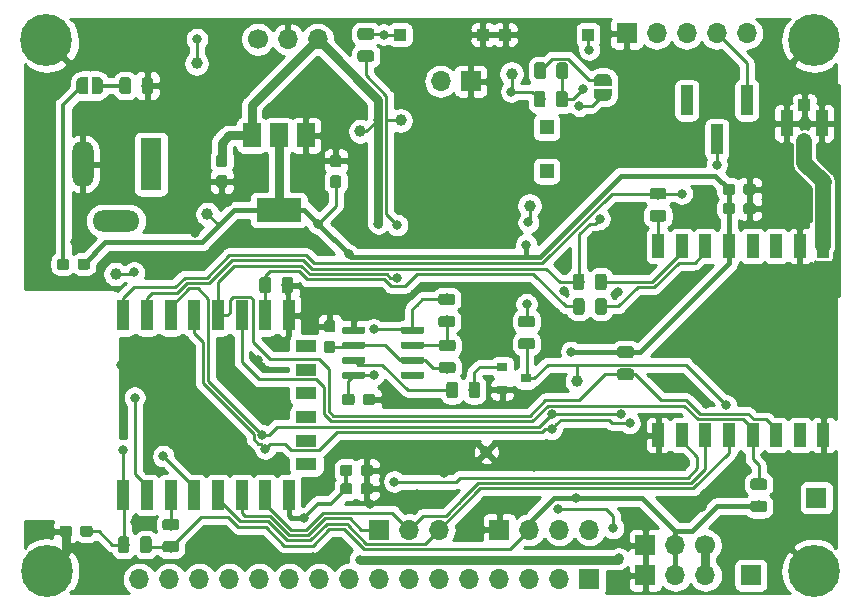
<source format=gbr>
G04 #@! TF.GenerationSoftware,KiCad,Pcbnew,(5.1.4)-1*
G04 #@! TF.CreationDate,2020-05-14T16:00:24+02:00*
G04 #@! TF.ProjectId,carte_principale,63617274-655f-4707-9269-6e636970616c,rev?*
G04 #@! TF.SameCoordinates,Original*
G04 #@! TF.FileFunction,Copper,L1,Top*
G04 #@! TF.FilePolarity,Positive*
%FSLAX46Y46*%
G04 Gerber Fmt 4.6, Leading zero omitted, Abs format (unit mm)*
G04 Created by KiCad (PCBNEW (5.1.4)-1) date 2020-05-14 16:00:24*
%MOMM*%
%LPD*%
G04 APERTURE LIST*
%ADD10C,1.000000*%
%ADD11C,0.100000*%
%ADD12C,0.975000*%
%ADD13R,0.900000X0.800000*%
%ADD14C,0.600000*%
%ADD15R,1.700000X1.700000*%
%ADD16C,0.950000*%
%ADD17R,1.200000X1.200000*%
%ADD18R,1.000000X2.510000*%
%ADD19R,1.800000X4.400000*%
%ADD20O,1.800000X4.000000*%
%ADD21O,4.000000X1.800000*%
%ADD22C,0.700000*%
%ADD23C,4.400000*%
%ADD24C,1.700000*%
%ADD25O,1.700000X1.700000*%
%ADD26R,1.000000X1.000000*%
%ADD27R,1.000000X2.500000*%
%ADD28R,1.800000X1.000000*%
%ADD29R,1.000000X2.000000*%
%ADD30R,1.500000X2.000000*%
%ADD31R,3.800000X2.000000*%
%ADD32C,0.500000*%
%ADD33R,1.050000X2.200000*%
%ADD34C,0.800000*%
%ADD35C,0.750000*%
%ADD36C,0.250000*%
%ADD37C,0.450000*%
%ADD38C,0.350000*%
%ADD39C,1.389330*%
%ADD40C,0.254000*%
G04 APERTURE END LIST*
D10*
X116128800Y-97231200D03*
X143408400Y-96520000D03*
X147421600Y-111404400D03*
X139750800Y-117348000D03*
X108356400Y-102311200D03*
X141884400Y-85344000D03*
X132486400Y-89306400D03*
X129082800Y-90220800D03*
X115214400Y-84480400D03*
D11*
G36*
X138997842Y-111416774D02*
G01*
X139021503Y-111420284D01*
X139044707Y-111426096D01*
X139067229Y-111434154D01*
X139088853Y-111444382D01*
X139109370Y-111456679D01*
X139128583Y-111470929D01*
X139146307Y-111486993D01*
X139162371Y-111504717D01*
X139176621Y-111523930D01*
X139188918Y-111544447D01*
X139199146Y-111566071D01*
X139207204Y-111588593D01*
X139213016Y-111611797D01*
X139216526Y-111635458D01*
X139217700Y-111659350D01*
X139217700Y-112571850D01*
X139216526Y-112595742D01*
X139213016Y-112619403D01*
X139207204Y-112642607D01*
X139199146Y-112665129D01*
X139188918Y-112686753D01*
X139176621Y-112707270D01*
X139162371Y-112726483D01*
X139146307Y-112744207D01*
X139128583Y-112760271D01*
X139109370Y-112774521D01*
X139088853Y-112786818D01*
X139067229Y-112797046D01*
X139044707Y-112805104D01*
X139021503Y-112810916D01*
X138997842Y-112814426D01*
X138973950Y-112815600D01*
X138486450Y-112815600D01*
X138462558Y-112814426D01*
X138438897Y-112810916D01*
X138415693Y-112805104D01*
X138393171Y-112797046D01*
X138371547Y-112786818D01*
X138351030Y-112774521D01*
X138331817Y-112760271D01*
X138314093Y-112744207D01*
X138298029Y-112726483D01*
X138283779Y-112707270D01*
X138271482Y-112686753D01*
X138261254Y-112665129D01*
X138253196Y-112642607D01*
X138247384Y-112619403D01*
X138243874Y-112595742D01*
X138242700Y-112571850D01*
X138242700Y-111659350D01*
X138243874Y-111635458D01*
X138247384Y-111611797D01*
X138253196Y-111588593D01*
X138261254Y-111566071D01*
X138271482Y-111544447D01*
X138283779Y-111523930D01*
X138298029Y-111504717D01*
X138314093Y-111486993D01*
X138331817Y-111470929D01*
X138351030Y-111456679D01*
X138371547Y-111444382D01*
X138393171Y-111434154D01*
X138415693Y-111426096D01*
X138438897Y-111420284D01*
X138462558Y-111416774D01*
X138486450Y-111415600D01*
X138973950Y-111415600D01*
X138997842Y-111416774D01*
X138997842Y-111416774D01*
G37*
D12*
X138730200Y-112115600D03*
D11*
G36*
X137122842Y-111416774D02*
G01*
X137146503Y-111420284D01*
X137169707Y-111426096D01*
X137192229Y-111434154D01*
X137213853Y-111444382D01*
X137234370Y-111456679D01*
X137253583Y-111470929D01*
X137271307Y-111486993D01*
X137287371Y-111504717D01*
X137301621Y-111523930D01*
X137313918Y-111544447D01*
X137324146Y-111566071D01*
X137332204Y-111588593D01*
X137338016Y-111611797D01*
X137341526Y-111635458D01*
X137342700Y-111659350D01*
X137342700Y-112571850D01*
X137341526Y-112595742D01*
X137338016Y-112619403D01*
X137332204Y-112642607D01*
X137324146Y-112665129D01*
X137313918Y-112686753D01*
X137301621Y-112707270D01*
X137287371Y-112726483D01*
X137271307Y-112744207D01*
X137253583Y-112760271D01*
X137234370Y-112774521D01*
X137213853Y-112786818D01*
X137192229Y-112797046D01*
X137169707Y-112805104D01*
X137146503Y-112810916D01*
X137122842Y-112814426D01*
X137098950Y-112815600D01*
X136611450Y-112815600D01*
X136587558Y-112814426D01*
X136563897Y-112810916D01*
X136540693Y-112805104D01*
X136518171Y-112797046D01*
X136496547Y-112786818D01*
X136476030Y-112774521D01*
X136456817Y-112760271D01*
X136439093Y-112744207D01*
X136423029Y-112726483D01*
X136408779Y-112707270D01*
X136396482Y-112686753D01*
X136386254Y-112665129D01*
X136378196Y-112642607D01*
X136372384Y-112619403D01*
X136368874Y-112595742D01*
X136367700Y-112571850D01*
X136367700Y-111659350D01*
X136368874Y-111635458D01*
X136372384Y-111611797D01*
X136378196Y-111588593D01*
X136386254Y-111566071D01*
X136396482Y-111544447D01*
X136408779Y-111523930D01*
X136423029Y-111504717D01*
X136439093Y-111486993D01*
X136456817Y-111470929D01*
X136476030Y-111456679D01*
X136496547Y-111444382D01*
X136518171Y-111434154D01*
X136540693Y-111426096D01*
X136563897Y-111420284D01*
X136587558Y-111416774D01*
X136611450Y-111415600D01*
X137098950Y-111415600D01*
X137122842Y-111416774D01*
X137122842Y-111416774D01*
G37*
D12*
X136855200Y-112115600D03*
D13*
X143087600Y-111150400D03*
X141087600Y-112100400D03*
X141087600Y-110200400D03*
D11*
G36*
X134327903Y-106761722D02*
G01*
X134342464Y-106763882D01*
X134356743Y-106767459D01*
X134370603Y-106772418D01*
X134383910Y-106778712D01*
X134396536Y-106786280D01*
X134408359Y-106795048D01*
X134419266Y-106804934D01*
X134429152Y-106815841D01*
X134437920Y-106827664D01*
X134445488Y-106840290D01*
X134451782Y-106853597D01*
X134456741Y-106867457D01*
X134460318Y-106881736D01*
X134462478Y-106896297D01*
X134463200Y-106911000D01*
X134463200Y-107211000D01*
X134462478Y-107225703D01*
X134460318Y-107240264D01*
X134456741Y-107254543D01*
X134451782Y-107268403D01*
X134445488Y-107281710D01*
X134437920Y-107294336D01*
X134429152Y-107306159D01*
X134419266Y-107317066D01*
X134408359Y-107326952D01*
X134396536Y-107335720D01*
X134383910Y-107343288D01*
X134370603Y-107349582D01*
X134356743Y-107354541D01*
X134342464Y-107358118D01*
X134327903Y-107360278D01*
X134313200Y-107361000D01*
X132663200Y-107361000D01*
X132648497Y-107360278D01*
X132633936Y-107358118D01*
X132619657Y-107354541D01*
X132605797Y-107349582D01*
X132592490Y-107343288D01*
X132579864Y-107335720D01*
X132568041Y-107326952D01*
X132557134Y-107317066D01*
X132547248Y-107306159D01*
X132538480Y-107294336D01*
X132530912Y-107281710D01*
X132524618Y-107268403D01*
X132519659Y-107254543D01*
X132516082Y-107240264D01*
X132513922Y-107225703D01*
X132513200Y-107211000D01*
X132513200Y-106911000D01*
X132513922Y-106896297D01*
X132516082Y-106881736D01*
X132519659Y-106867457D01*
X132524618Y-106853597D01*
X132530912Y-106840290D01*
X132538480Y-106827664D01*
X132547248Y-106815841D01*
X132557134Y-106804934D01*
X132568041Y-106795048D01*
X132579864Y-106786280D01*
X132592490Y-106778712D01*
X132605797Y-106772418D01*
X132619657Y-106767459D01*
X132633936Y-106763882D01*
X132648497Y-106761722D01*
X132663200Y-106761000D01*
X134313200Y-106761000D01*
X134327903Y-106761722D01*
X134327903Y-106761722D01*
G37*
D14*
X133488200Y-107061000D03*
D11*
G36*
X134327903Y-108031722D02*
G01*
X134342464Y-108033882D01*
X134356743Y-108037459D01*
X134370603Y-108042418D01*
X134383910Y-108048712D01*
X134396536Y-108056280D01*
X134408359Y-108065048D01*
X134419266Y-108074934D01*
X134429152Y-108085841D01*
X134437920Y-108097664D01*
X134445488Y-108110290D01*
X134451782Y-108123597D01*
X134456741Y-108137457D01*
X134460318Y-108151736D01*
X134462478Y-108166297D01*
X134463200Y-108181000D01*
X134463200Y-108481000D01*
X134462478Y-108495703D01*
X134460318Y-108510264D01*
X134456741Y-108524543D01*
X134451782Y-108538403D01*
X134445488Y-108551710D01*
X134437920Y-108564336D01*
X134429152Y-108576159D01*
X134419266Y-108587066D01*
X134408359Y-108596952D01*
X134396536Y-108605720D01*
X134383910Y-108613288D01*
X134370603Y-108619582D01*
X134356743Y-108624541D01*
X134342464Y-108628118D01*
X134327903Y-108630278D01*
X134313200Y-108631000D01*
X132663200Y-108631000D01*
X132648497Y-108630278D01*
X132633936Y-108628118D01*
X132619657Y-108624541D01*
X132605797Y-108619582D01*
X132592490Y-108613288D01*
X132579864Y-108605720D01*
X132568041Y-108596952D01*
X132557134Y-108587066D01*
X132547248Y-108576159D01*
X132538480Y-108564336D01*
X132530912Y-108551710D01*
X132524618Y-108538403D01*
X132519659Y-108524543D01*
X132516082Y-108510264D01*
X132513922Y-108495703D01*
X132513200Y-108481000D01*
X132513200Y-108181000D01*
X132513922Y-108166297D01*
X132516082Y-108151736D01*
X132519659Y-108137457D01*
X132524618Y-108123597D01*
X132530912Y-108110290D01*
X132538480Y-108097664D01*
X132547248Y-108085841D01*
X132557134Y-108074934D01*
X132568041Y-108065048D01*
X132579864Y-108056280D01*
X132592490Y-108048712D01*
X132605797Y-108042418D01*
X132619657Y-108037459D01*
X132633936Y-108033882D01*
X132648497Y-108031722D01*
X132663200Y-108031000D01*
X134313200Y-108031000D01*
X134327903Y-108031722D01*
X134327903Y-108031722D01*
G37*
D14*
X133488200Y-108331000D03*
D11*
G36*
X134327903Y-109301722D02*
G01*
X134342464Y-109303882D01*
X134356743Y-109307459D01*
X134370603Y-109312418D01*
X134383910Y-109318712D01*
X134396536Y-109326280D01*
X134408359Y-109335048D01*
X134419266Y-109344934D01*
X134429152Y-109355841D01*
X134437920Y-109367664D01*
X134445488Y-109380290D01*
X134451782Y-109393597D01*
X134456741Y-109407457D01*
X134460318Y-109421736D01*
X134462478Y-109436297D01*
X134463200Y-109451000D01*
X134463200Y-109751000D01*
X134462478Y-109765703D01*
X134460318Y-109780264D01*
X134456741Y-109794543D01*
X134451782Y-109808403D01*
X134445488Y-109821710D01*
X134437920Y-109834336D01*
X134429152Y-109846159D01*
X134419266Y-109857066D01*
X134408359Y-109866952D01*
X134396536Y-109875720D01*
X134383910Y-109883288D01*
X134370603Y-109889582D01*
X134356743Y-109894541D01*
X134342464Y-109898118D01*
X134327903Y-109900278D01*
X134313200Y-109901000D01*
X132663200Y-109901000D01*
X132648497Y-109900278D01*
X132633936Y-109898118D01*
X132619657Y-109894541D01*
X132605797Y-109889582D01*
X132592490Y-109883288D01*
X132579864Y-109875720D01*
X132568041Y-109866952D01*
X132557134Y-109857066D01*
X132547248Y-109846159D01*
X132538480Y-109834336D01*
X132530912Y-109821710D01*
X132524618Y-109808403D01*
X132519659Y-109794543D01*
X132516082Y-109780264D01*
X132513922Y-109765703D01*
X132513200Y-109751000D01*
X132513200Y-109451000D01*
X132513922Y-109436297D01*
X132516082Y-109421736D01*
X132519659Y-109407457D01*
X132524618Y-109393597D01*
X132530912Y-109380290D01*
X132538480Y-109367664D01*
X132547248Y-109355841D01*
X132557134Y-109344934D01*
X132568041Y-109335048D01*
X132579864Y-109326280D01*
X132592490Y-109318712D01*
X132605797Y-109312418D01*
X132619657Y-109307459D01*
X132633936Y-109303882D01*
X132648497Y-109301722D01*
X132663200Y-109301000D01*
X134313200Y-109301000D01*
X134327903Y-109301722D01*
X134327903Y-109301722D01*
G37*
D14*
X133488200Y-109601000D03*
D11*
G36*
X134327903Y-110571722D02*
G01*
X134342464Y-110573882D01*
X134356743Y-110577459D01*
X134370603Y-110582418D01*
X134383910Y-110588712D01*
X134396536Y-110596280D01*
X134408359Y-110605048D01*
X134419266Y-110614934D01*
X134429152Y-110625841D01*
X134437920Y-110637664D01*
X134445488Y-110650290D01*
X134451782Y-110663597D01*
X134456741Y-110677457D01*
X134460318Y-110691736D01*
X134462478Y-110706297D01*
X134463200Y-110721000D01*
X134463200Y-111021000D01*
X134462478Y-111035703D01*
X134460318Y-111050264D01*
X134456741Y-111064543D01*
X134451782Y-111078403D01*
X134445488Y-111091710D01*
X134437920Y-111104336D01*
X134429152Y-111116159D01*
X134419266Y-111127066D01*
X134408359Y-111136952D01*
X134396536Y-111145720D01*
X134383910Y-111153288D01*
X134370603Y-111159582D01*
X134356743Y-111164541D01*
X134342464Y-111168118D01*
X134327903Y-111170278D01*
X134313200Y-111171000D01*
X132663200Y-111171000D01*
X132648497Y-111170278D01*
X132633936Y-111168118D01*
X132619657Y-111164541D01*
X132605797Y-111159582D01*
X132592490Y-111153288D01*
X132579864Y-111145720D01*
X132568041Y-111136952D01*
X132557134Y-111127066D01*
X132547248Y-111116159D01*
X132538480Y-111104336D01*
X132530912Y-111091710D01*
X132524618Y-111078403D01*
X132519659Y-111064543D01*
X132516082Y-111050264D01*
X132513922Y-111035703D01*
X132513200Y-111021000D01*
X132513200Y-110721000D01*
X132513922Y-110706297D01*
X132516082Y-110691736D01*
X132519659Y-110677457D01*
X132524618Y-110663597D01*
X132530912Y-110650290D01*
X132538480Y-110637664D01*
X132547248Y-110625841D01*
X132557134Y-110614934D01*
X132568041Y-110605048D01*
X132579864Y-110596280D01*
X132592490Y-110588712D01*
X132605797Y-110582418D01*
X132619657Y-110577459D01*
X132633936Y-110573882D01*
X132648497Y-110571722D01*
X132663200Y-110571000D01*
X134313200Y-110571000D01*
X134327903Y-110571722D01*
X134327903Y-110571722D01*
G37*
D14*
X133488200Y-110871000D03*
D11*
G36*
X129377903Y-110571722D02*
G01*
X129392464Y-110573882D01*
X129406743Y-110577459D01*
X129420603Y-110582418D01*
X129433910Y-110588712D01*
X129446536Y-110596280D01*
X129458359Y-110605048D01*
X129469266Y-110614934D01*
X129479152Y-110625841D01*
X129487920Y-110637664D01*
X129495488Y-110650290D01*
X129501782Y-110663597D01*
X129506741Y-110677457D01*
X129510318Y-110691736D01*
X129512478Y-110706297D01*
X129513200Y-110721000D01*
X129513200Y-111021000D01*
X129512478Y-111035703D01*
X129510318Y-111050264D01*
X129506741Y-111064543D01*
X129501782Y-111078403D01*
X129495488Y-111091710D01*
X129487920Y-111104336D01*
X129479152Y-111116159D01*
X129469266Y-111127066D01*
X129458359Y-111136952D01*
X129446536Y-111145720D01*
X129433910Y-111153288D01*
X129420603Y-111159582D01*
X129406743Y-111164541D01*
X129392464Y-111168118D01*
X129377903Y-111170278D01*
X129363200Y-111171000D01*
X127713200Y-111171000D01*
X127698497Y-111170278D01*
X127683936Y-111168118D01*
X127669657Y-111164541D01*
X127655797Y-111159582D01*
X127642490Y-111153288D01*
X127629864Y-111145720D01*
X127618041Y-111136952D01*
X127607134Y-111127066D01*
X127597248Y-111116159D01*
X127588480Y-111104336D01*
X127580912Y-111091710D01*
X127574618Y-111078403D01*
X127569659Y-111064543D01*
X127566082Y-111050264D01*
X127563922Y-111035703D01*
X127563200Y-111021000D01*
X127563200Y-110721000D01*
X127563922Y-110706297D01*
X127566082Y-110691736D01*
X127569659Y-110677457D01*
X127574618Y-110663597D01*
X127580912Y-110650290D01*
X127588480Y-110637664D01*
X127597248Y-110625841D01*
X127607134Y-110614934D01*
X127618041Y-110605048D01*
X127629864Y-110596280D01*
X127642490Y-110588712D01*
X127655797Y-110582418D01*
X127669657Y-110577459D01*
X127683936Y-110573882D01*
X127698497Y-110571722D01*
X127713200Y-110571000D01*
X129363200Y-110571000D01*
X129377903Y-110571722D01*
X129377903Y-110571722D01*
G37*
D14*
X128538200Y-110871000D03*
D11*
G36*
X129377903Y-109301722D02*
G01*
X129392464Y-109303882D01*
X129406743Y-109307459D01*
X129420603Y-109312418D01*
X129433910Y-109318712D01*
X129446536Y-109326280D01*
X129458359Y-109335048D01*
X129469266Y-109344934D01*
X129479152Y-109355841D01*
X129487920Y-109367664D01*
X129495488Y-109380290D01*
X129501782Y-109393597D01*
X129506741Y-109407457D01*
X129510318Y-109421736D01*
X129512478Y-109436297D01*
X129513200Y-109451000D01*
X129513200Y-109751000D01*
X129512478Y-109765703D01*
X129510318Y-109780264D01*
X129506741Y-109794543D01*
X129501782Y-109808403D01*
X129495488Y-109821710D01*
X129487920Y-109834336D01*
X129479152Y-109846159D01*
X129469266Y-109857066D01*
X129458359Y-109866952D01*
X129446536Y-109875720D01*
X129433910Y-109883288D01*
X129420603Y-109889582D01*
X129406743Y-109894541D01*
X129392464Y-109898118D01*
X129377903Y-109900278D01*
X129363200Y-109901000D01*
X127713200Y-109901000D01*
X127698497Y-109900278D01*
X127683936Y-109898118D01*
X127669657Y-109894541D01*
X127655797Y-109889582D01*
X127642490Y-109883288D01*
X127629864Y-109875720D01*
X127618041Y-109866952D01*
X127607134Y-109857066D01*
X127597248Y-109846159D01*
X127588480Y-109834336D01*
X127580912Y-109821710D01*
X127574618Y-109808403D01*
X127569659Y-109794543D01*
X127566082Y-109780264D01*
X127563922Y-109765703D01*
X127563200Y-109751000D01*
X127563200Y-109451000D01*
X127563922Y-109436297D01*
X127566082Y-109421736D01*
X127569659Y-109407457D01*
X127574618Y-109393597D01*
X127580912Y-109380290D01*
X127588480Y-109367664D01*
X127597248Y-109355841D01*
X127607134Y-109344934D01*
X127618041Y-109335048D01*
X127629864Y-109326280D01*
X127642490Y-109318712D01*
X127655797Y-109312418D01*
X127669657Y-109307459D01*
X127683936Y-109303882D01*
X127698497Y-109301722D01*
X127713200Y-109301000D01*
X129363200Y-109301000D01*
X129377903Y-109301722D01*
X129377903Y-109301722D01*
G37*
D14*
X128538200Y-109601000D03*
D11*
G36*
X129377903Y-108031722D02*
G01*
X129392464Y-108033882D01*
X129406743Y-108037459D01*
X129420603Y-108042418D01*
X129433910Y-108048712D01*
X129446536Y-108056280D01*
X129458359Y-108065048D01*
X129469266Y-108074934D01*
X129479152Y-108085841D01*
X129487920Y-108097664D01*
X129495488Y-108110290D01*
X129501782Y-108123597D01*
X129506741Y-108137457D01*
X129510318Y-108151736D01*
X129512478Y-108166297D01*
X129513200Y-108181000D01*
X129513200Y-108481000D01*
X129512478Y-108495703D01*
X129510318Y-108510264D01*
X129506741Y-108524543D01*
X129501782Y-108538403D01*
X129495488Y-108551710D01*
X129487920Y-108564336D01*
X129479152Y-108576159D01*
X129469266Y-108587066D01*
X129458359Y-108596952D01*
X129446536Y-108605720D01*
X129433910Y-108613288D01*
X129420603Y-108619582D01*
X129406743Y-108624541D01*
X129392464Y-108628118D01*
X129377903Y-108630278D01*
X129363200Y-108631000D01*
X127713200Y-108631000D01*
X127698497Y-108630278D01*
X127683936Y-108628118D01*
X127669657Y-108624541D01*
X127655797Y-108619582D01*
X127642490Y-108613288D01*
X127629864Y-108605720D01*
X127618041Y-108596952D01*
X127607134Y-108587066D01*
X127597248Y-108576159D01*
X127588480Y-108564336D01*
X127580912Y-108551710D01*
X127574618Y-108538403D01*
X127569659Y-108524543D01*
X127566082Y-108510264D01*
X127563922Y-108495703D01*
X127563200Y-108481000D01*
X127563200Y-108181000D01*
X127563922Y-108166297D01*
X127566082Y-108151736D01*
X127569659Y-108137457D01*
X127574618Y-108123597D01*
X127580912Y-108110290D01*
X127588480Y-108097664D01*
X127597248Y-108085841D01*
X127607134Y-108074934D01*
X127618041Y-108065048D01*
X127629864Y-108056280D01*
X127642490Y-108048712D01*
X127655797Y-108042418D01*
X127669657Y-108037459D01*
X127683936Y-108033882D01*
X127698497Y-108031722D01*
X127713200Y-108031000D01*
X129363200Y-108031000D01*
X129377903Y-108031722D01*
X129377903Y-108031722D01*
G37*
D14*
X128538200Y-108331000D03*
D11*
G36*
X129377903Y-106761722D02*
G01*
X129392464Y-106763882D01*
X129406743Y-106767459D01*
X129420603Y-106772418D01*
X129433910Y-106778712D01*
X129446536Y-106786280D01*
X129458359Y-106795048D01*
X129469266Y-106804934D01*
X129479152Y-106815841D01*
X129487920Y-106827664D01*
X129495488Y-106840290D01*
X129501782Y-106853597D01*
X129506741Y-106867457D01*
X129510318Y-106881736D01*
X129512478Y-106896297D01*
X129513200Y-106911000D01*
X129513200Y-107211000D01*
X129512478Y-107225703D01*
X129510318Y-107240264D01*
X129506741Y-107254543D01*
X129501782Y-107268403D01*
X129495488Y-107281710D01*
X129487920Y-107294336D01*
X129479152Y-107306159D01*
X129469266Y-107317066D01*
X129458359Y-107326952D01*
X129446536Y-107335720D01*
X129433910Y-107343288D01*
X129420603Y-107349582D01*
X129406743Y-107354541D01*
X129392464Y-107358118D01*
X129377903Y-107360278D01*
X129363200Y-107361000D01*
X127713200Y-107361000D01*
X127698497Y-107360278D01*
X127683936Y-107358118D01*
X127669657Y-107354541D01*
X127655797Y-107349582D01*
X127642490Y-107343288D01*
X127629864Y-107335720D01*
X127618041Y-107326952D01*
X127607134Y-107317066D01*
X127597248Y-107306159D01*
X127588480Y-107294336D01*
X127580912Y-107281710D01*
X127574618Y-107268403D01*
X127569659Y-107254543D01*
X127566082Y-107240264D01*
X127563922Y-107225703D01*
X127563200Y-107211000D01*
X127563200Y-106911000D01*
X127563922Y-106896297D01*
X127566082Y-106881736D01*
X127569659Y-106867457D01*
X127574618Y-106853597D01*
X127580912Y-106840290D01*
X127588480Y-106827664D01*
X127597248Y-106815841D01*
X127607134Y-106804934D01*
X127618041Y-106795048D01*
X127629864Y-106786280D01*
X127642490Y-106778712D01*
X127655797Y-106772418D01*
X127669657Y-106767459D01*
X127683936Y-106763882D01*
X127698497Y-106761722D01*
X127713200Y-106761000D01*
X129363200Y-106761000D01*
X129377903Y-106761722D01*
X129377903Y-106761722D01*
G37*
D14*
X128538200Y-107061000D03*
D11*
G36*
X136928942Y-109749674D02*
G01*
X136952603Y-109753184D01*
X136975807Y-109758996D01*
X136998329Y-109767054D01*
X137019953Y-109777282D01*
X137040470Y-109789579D01*
X137059683Y-109803829D01*
X137077407Y-109819893D01*
X137093471Y-109837617D01*
X137107721Y-109856830D01*
X137120018Y-109877347D01*
X137130246Y-109898971D01*
X137138304Y-109921493D01*
X137144116Y-109944697D01*
X137147626Y-109968358D01*
X137148800Y-109992250D01*
X137148800Y-110479750D01*
X137147626Y-110503642D01*
X137144116Y-110527303D01*
X137138304Y-110550507D01*
X137130246Y-110573029D01*
X137120018Y-110594653D01*
X137107721Y-110615170D01*
X137093471Y-110634383D01*
X137077407Y-110652107D01*
X137059683Y-110668171D01*
X137040470Y-110682421D01*
X137019953Y-110694718D01*
X136998329Y-110704946D01*
X136975807Y-110713004D01*
X136952603Y-110718816D01*
X136928942Y-110722326D01*
X136905050Y-110723500D01*
X135992550Y-110723500D01*
X135968658Y-110722326D01*
X135944997Y-110718816D01*
X135921793Y-110713004D01*
X135899271Y-110704946D01*
X135877647Y-110694718D01*
X135857130Y-110682421D01*
X135837917Y-110668171D01*
X135820193Y-110652107D01*
X135804129Y-110634383D01*
X135789879Y-110615170D01*
X135777582Y-110594653D01*
X135767354Y-110573029D01*
X135759296Y-110550507D01*
X135753484Y-110527303D01*
X135749974Y-110503642D01*
X135748800Y-110479750D01*
X135748800Y-109992250D01*
X135749974Y-109968358D01*
X135753484Y-109944697D01*
X135759296Y-109921493D01*
X135767354Y-109898971D01*
X135777582Y-109877347D01*
X135789879Y-109856830D01*
X135804129Y-109837617D01*
X135820193Y-109819893D01*
X135837917Y-109803829D01*
X135857130Y-109789579D01*
X135877647Y-109777282D01*
X135899271Y-109767054D01*
X135921793Y-109758996D01*
X135944997Y-109753184D01*
X135968658Y-109749674D01*
X135992550Y-109748500D01*
X136905050Y-109748500D01*
X136928942Y-109749674D01*
X136928942Y-109749674D01*
G37*
D12*
X136448800Y-110236000D03*
D11*
G36*
X136928942Y-107874674D02*
G01*
X136952603Y-107878184D01*
X136975807Y-107883996D01*
X136998329Y-107892054D01*
X137019953Y-107902282D01*
X137040470Y-107914579D01*
X137059683Y-107928829D01*
X137077407Y-107944893D01*
X137093471Y-107962617D01*
X137107721Y-107981830D01*
X137120018Y-108002347D01*
X137130246Y-108023971D01*
X137138304Y-108046493D01*
X137144116Y-108069697D01*
X137147626Y-108093358D01*
X137148800Y-108117250D01*
X137148800Y-108604750D01*
X137147626Y-108628642D01*
X137144116Y-108652303D01*
X137138304Y-108675507D01*
X137130246Y-108698029D01*
X137120018Y-108719653D01*
X137107721Y-108740170D01*
X137093471Y-108759383D01*
X137077407Y-108777107D01*
X137059683Y-108793171D01*
X137040470Y-108807421D01*
X137019953Y-108819718D01*
X136998329Y-108829946D01*
X136975807Y-108838004D01*
X136952603Y-108843816D01*
X136928942Y-108847326D01*
X136905050Y-108848500D01*
X135992550Y-108848500D01*
X135968658Y-108847326D01*
X135944997Y-108843816D01*
X135921793Y-108838004D01*
X135899271Y-108829946D01*
X135877647Y-108819718D01*
X135857130Y-108807421D01*
X135837917Y-108793171D01*
X135820193Y-108777107D01*
X135804129Y-108759383D01*
X135789879Y-108740170D01*
X135777582Y-108719653D01*
X135767354Y-108698029D01*
X135759296Y-108675507D01*
X135753484Y-108652303D01*
X135749974Y-108628642D01*
X135748800Y-108604750D01*
X135748800Y-108117250D01*
X135749974Y-108093358D01*
X135753484Y-108069697D01*
X135759296Y-108046493D01*
X135767354Y-108023971D01*
X135777582Y-108002347D01*
X135789879Y-107981830D01*
X135804129Y-107962617D01*
X135820193Y-107944893D01*
X135837917Y-107928829D01*
X135857130Y-107914579D01*
X135877647Y-107902282D01*
X135899271Y-107892054D01*
X135921793Y-107883996D01*
X135944997Y-107878184D01*
X135968658Y-107874674D01*
X135992550Y-107873500D01*
X136905050Y-107873500D01*
X136928942Y-107874674D01*
X136928942Y-107874674D01*
G37*
D12*
X136448800Y-108361000D03*
D11*
G36*
X143634542Y-107717674D02*
G01*
X143658203Y-107721184D01*
X143681407Y-107726996D01*
X143703929Y-107735054D01*
X143725553Y-107745282D01*
X143746070Y-107757579D01*
X143765283Y-107771829D01*
X143783007Y-107787893D01*
X143799071Y-107805617D01*
X143813321Y-107824830D01*
X143825618Y-107845347D01*
X143835846Y-107866971D01*
X143843904Y-107889493D01*
X143849716Y-107912697D01*
X143853226Y-107936358D01*
X143854400Y-107960250D01*
X143854400Y-108447750D01*
X143853226Y-108471642D01*
X143849716Y-108495303D01*
X143843904Y-108518507D01*
X143835846Y-108541029D01*
X143825618Y-108562653D01*
X143813321Y-108583170D01*
X143799071Y-108602383D01*
X143783007Y-108620107D01*
X143765283Y-108636171D01*
X143746070Y-108650421D01*
X143725553Y-108662718D01*
X143703929Y-108672946D01*
X143681407Y-108681004D01*
X143658203Y-108686816D01*
X143634542Y-108690326D01*
X143610650Y-108691500D01*
X142698150Y-108691500D01*
X142674258Y-108690326D01*
X142650597Y-108686816D01*
X142627393Y-108681004D01*
X142604871Y-108672946D01*
X142583247Y-108662718D01*
X142562730Y-108650421D01*
X142543517Y-108636171D01*
X142525793Y-108620107D01*
X142509729Y-108602383D01*
X142495479Y-108583170D01*
X142483182Y-108562653D01*
X142472954Y-108541029D01*
X142464896Y-108518507D01*
X142459084Y-108495303D01*
X142455574Y-108471642D01*
X142454400Y-108447750D01*
X142454400Y-107960250D01*
X142455574Y-107936358D01*
X142459084Y-107912697D01*
X142464896Y-107889493D01*
X142472954Y-107866971D01*
X142483182Y-107845347D01*
X142495479Y-107824830D01*
X142509729Y-107805617D01*
X142525793Y-107787893D01*
X142543517Y-107771829D01*
X142562730Y-107757579D01*
X142583247Y-107745282D01*
X142604871Y-107735054D01*
X142627393Y-107726996D01*
X142650597Y-107721184D01*
X142674258Y-107717674D01*
X142698150Y-107716500D01*
X143610650Y-107716500D01*
X143634542Y-107717674D01*
X143634542Y-107717674D01*
G37*
D12*
X143154400Y-108204000D03*
D11*
G36*
X143634542Y-105842674D02*
G01*
X143658203Y-105846184D01*
X143681407Y-105851996D01*
X143703929Y-105860054D01*
X143725553Y-105870282D01*
X143746070Y-105882579D01*
X143765283Y-105896829D01*
X143783007Y-105912893D01*
X143799071Y-105930617D01*
X143813321Y-105949830D01*
X143825618Y-105970347D01*
X143835846Y-105991971D01*
X143843904Y-106014493D01*
X143849716Y-106037697D01*
X143853226Y-106061358D01*
X143854400Y-106085250D01*
X143854400Y-106572750D01*
X143853226Y-106596642D01*
X143849716Y-106620303D01*
X143843904Y-106643507D01*
X143835846Y-106666029D01*
X143825618Y-106687653D01*
X143813321Y-106708170D01*
X143799071Y-106727383D01*
X143783007Y-106745107D01*
X143765283Y-106761171D01*
X143746070Y-106775421D01*
X143725553Y-106787718D01*
X143703929Y-106797946D01*
X143681407Y-106806004D01*
X143658203Y-106811816D01*
X143634542Y-106815326D01*
X143610650Y-106816500D01*
X142698150Y-106816500D01*
X142674258Y-106815326D01*
X142650597Y-106811816D01*
X142627393Y-106806004D01*
X142604871Y-106797946D01*
X142583247Y-106787718D01*
X142562730Y-106775421D01*
X142543517Y-106761171D01*
X142525793Y-106745107D01*
X142509729Y-106727383D01*
X142495479Y-106708170D01*
X142483182Y-106687653D01*
X142472954Y-106666029D01*
X142464896Y-106643507D01*
X142459084Y-106620303D01*
X142455574Y-106596642D01*
X142454400Y-106572750D01*
X142454400Y-106085250D01*
X142455574Y-106061358D01*
X142459084Y-106037697D01*
X142464896Y-106014493D01*
X142472954Y-105991971D01*
X142483182Y-105970347D01*
X142495479Y-105949830D01*
X142509729Y-105930617D01*
X142525793Y-105912893D01*
X142543517Y-105896829D01*
X142562730Y-105882579D01*
X142583247Y-105870282D01*
X142604871Y-105860054D01*
X142627393Y-105851996D01*
X142650597Y-105846184D01*
X142674258Y-105842674D01*
X142698150Y-105841500D01*
X143610650Y-105841500D01*
X143634542Y-105842674D01*
X143634542Y-105842674D01*
G37*
D12*
X143154400Y-106329000D03*
D11*
G36*
X136878142Y-105838074D02*
G01*
X136901803Y-105841584D01*
X136925007Y-105847396D01*
X136947529Y-105855454D01*
X136969153Y-105865682D01*
X136989670Y-105877979D01*
X137008883Y-105892229D01*
X137026607Y-105908293D01*
X137042671Y-105926017D01*
X137056921Y-105945230D01*
X137069218Y-105965747D01*
X137079446Y-105987371D01*
X137087504Y-106009893D01*
X137093316Y-106033097D01*
X137096826Y-106056758D01*
X137098000Y-106080650D01*
X137098000Y-106568150D01*
X137096826Y-106592042D01*
X137093316Y-106615703D01*
X137087504Y-106638907D01*
X137079446Y-106661429D01*
X137069218Y-106683053D01*
X137056921Y-106703570D01*
X137042671Y-106722783D01*
X137026607Y-106740507D01*
X137008883Y-106756571D01*
X136989670Y-106770821D01*
X136969153Y-106783118D01*
X136947529Y-106793346D01*
X136925007Y-106801404D01*
X136901803Y-106807216D01*
X136878142Y-106810726D01*
X136854250Y-106811900D01*
X135941750Y-106811900D01*
X135917858Y-106810726D01*
X135894197Y-106807216D01*
X135870993Y-106801404D01*
X135848471Y-106793346D01*
X135826847Y-106783118D01*
X135806330Y-106770821D01*
X135787117Y-106756571D01*
X135769393Y-106740507D01*
X135753329Y-106722783D01*
X135739079Y-106703570D01*
X135726782Y-106683053D01*
X135716554Y-106661429D01*
X135708496Y-106638907D01*
X135702684Y-106615703D01*
X135699174Y-106592042D01*
X135698000Y-106568150D01*
X135698000Y-106080650D01*
X135699174Y-106056758D01*
X135702684Y-106033097D01*
X135708496Y-106009893D01*
X135716554Y-105987371D01*
X135726782Y-105965747D01*
X135739079Y-105945230D01*
X135753329Y-105926017D01*
X135769393Y-105908293D01*
X135787117Y-105892229D01*
X135806330Y-105877979D01*
X135826847Y-105865682D01*
X135848471Y-105855454D01*
X135870993Y-105847396D01*
X135894197Y-105841584D01*
X135917858Y-105838074D01*
X135941750Y-105836900D01*
X136854250Y-105836900D01*
X136878142Y-105838074D01*
X136878142Y-105838074D01*
G37*
D12*
X136398000Y-106324400D03*
D11*
G36*
X136878142Y-103963074D02*
G01*
X136901803Y-103966584D01*
X136925007Y-103972396D01*
X136947529Y-103980454D01*
X136969153Y-103990682D01*
X136989670Y-104002979D01*
X137008883Y-104017229D01*
X137026607Y-104033293D01*
X137042671Y-104051017D01*
X137056921Y-104070230D01*
X137069218Y-104090747D01*
X137079446Y-104112371D01*
X137087504Y-104134893D01*
X137093316Y-104158097D01*
X137096826Y-104181758D01*
X137098000Y-104205650D01*
X137098000Y-104693150D01*
X137096826Y-104717042D01*
X137093316Y-104740703D01*
X137087504Y-104763907D01*
X137079446Y-104786429D01*
X137069218Y-104808053D01*
X137056921Y-104828570D01*
X137042671Y-104847783D01*
X137026607Y-104865507D01*
X137008883Y-104881571D01*
X136989670Y-104895821D01*
X136969153Y-104908118D01*
X136947529Y-104918346D01*
X136925007Y-104926404D01*
X136901803Y-104932216D01*
X136878142Y-104935726D01*
X136854250Y-104936900D01*
X135941750Y-104936900D01*
X135917858Y-104935726D01*
X135894197Y-104932216D01*
X135870993Y-104926404D01*
X135848471Y-104918346D01*
X135826847Y-104908118D01*
X135806330Y-104895821D01*
X135787117Y-104881571D01*
X135769393Y-104865507D01*
X135753329Y-104847783D01*
X135739079Y-104828570D01*
X135726782Y-104808053D01*
X135716554Y-104786429D01*
X135708496Y-104763907D01*
X135702684Y-104740703D01*
X135699174Y-104717042D01*
X135698000Y-104693150D01*
X135698000Y-104205650D01*
X135699174Y-104181758D01*
X135702684Y-104158097D01*
X135708496Y-104134893D01*
X135716554Y-104112371D01*
X135726782Y-104090747D01*
X135739079Y-104070230D01*
X135753329Y-104051017D01*
X135769393Y-104033293D01*
X135787117Y-104017229D01*
X135806330Y-104002979D01*
X135826847Y-103990682D01*
X135848471Y-103980454D01*
X135870993Y-103972396D01*
X135894197Y-103966584D01*
X135917858Y-103963074D01*
X135941750Y-103961900D01*
X136854250Y-103961900D01*
X136878142Y-103963074D01*
X136878142Y-103963074D01*
G37*
D12*
X136398000Y-104449400D03*
D15*
X162153600Y-127812800D03*
D11*
G36*
X130127579Y-112454544D02*
G01*
X130150634Y-112457963D01*
X130173243Y-112463627D01*
X130195187Y-112471479D01*
X130216257Y-112481444D01*
X130236248Y-112493426D01*
X130254968Y-112507310D01*
X130272238Y-112522962D01*
X130287890Y-112540232D01*
X130301774Y-112558952D01*
X130313756Y-112578943D01*
X130323721Y-112600013D01*
X130331573Y-112621957D01*
X130337237Y-112644566D01*
X130340656Y-112667621D01*
X130341800Y-112690900D01*
X130341800Y-113165900D01*
X130340656Y-113189179D01*
X130337237Y-113212234D01*
X130331573Y-113234843D01*
X130323721Y-113256787D01*
X130313756Y-113277857D01*
X130301774Y-113297848D01*
X130287890Y-113316568D01*
X130272238Y-113333838D01*
X130254968Y-113349490D01*
X130236248Y-113363374D01*
X130216257Y-113375356D01*
X130195187Y-113385321D01*
X130173243Y-113393173D01*
X130150634Y-113398837D01*
X130127579Y-113402256D01*
X130104300Y-113403400D01*
X129529300Y-113403400D01*
X129506021Y-113402256D01*
X129482966Y-113398837D01*
X129460357Y-113393173D01*
X129438413Y-113385321D01*
X129417343Y-113375356D01*
X129397352Y-113363374D01*
X129378632Y-113349490D01*
X129361362Y-113333838D01*
X129345710Y-113316568D01*
X129331826Y-113297848D01*
X129319844Y-113277857D01*
X129309879Y-113256787D01*
X129302027Y-113234843D01*
X129296363Y-113212234D01*
X129292944Y-113189179D01*
X129291800Y-113165900D01*
X129291800Y-112690900D01*
X129292944Y-112667621D01*
X129296363Y-112644566D01*
X129302027Y-112621957D01*
X129309879Y-112600013D01*
X129319844Y-112578943D01*
X129331826Y-112558952D01*
X129345710Y-112540232D01*
X129361362Y-112522962D01*
X129378632Y-112507310D01*
X129397352Y-112493426D01*
X129417343Y-112481444D01*
X129438413Y-112471479D01*
X129460357Y-112463627D01*
X129482966Y-112457963D01*
X129506021Y-112454544D01*
X129529300Y-112453400D01*
X130104300Y-112453400D01*
X130127579Y-112454544D01*
X130127579Y-112454544D01*
G37*
D16*
X129816800Y-112928400D03*
D11*
G36*
X128377579Y-112454544D02*
G01*
X128400634Y-112457963D01*
X128423243Y-112463627D01*
X128445187Y-112471479D01*
X128466257Y-112481444D01*
X128486248Y-112493426D01*
X128504968Y-112507310D01*
X128522238Y-112522962D01*
X128537890Y-112540232D01*
X128551774Y-112558952D01*
X128563756Y-112578943D01*
X128573721Y-112600013D01*
X128581573Y-112621957D01*
X128587237Y-112644566D01*
X128590656Y-112667621D01*
X128591800Y-112690900D01*
X128591800Y-113165900D01*
X128590656Y-113189179D01*
X128587237Y-113212234D01*
X128581573Y-113234843D01*
X128573721Y-113256787D01*
X128563756Y-113277857D01*
X128551774Y-113297848D01*
X128537890Y-113316568D01*
X128522238Y-113333838D01*
X128504968Y-113349490D01*
X128486248Y-113363374D01*
X128466257Y-113375356D01*
X128445187Y-113385321D01*
X128423243Y-113393173D01*
X128400634Y-113398837D01*
X128377579Y-113402256D01*
X128354300Y-113403400D01*
X127779300Y-113403400D01*
X127756021Y-113402256D01*
X127732966Y-113398837D01*
X127710357Y-113393173D01*
X127688413Y-113385321D01*
X127667343Y-113375356D01*
X127647352Y-113363374D01*
X127628632Y-113349490D01*
X127611362Y-113333838D01*
X127595710Y-113316568D01*
X127581826Y-113297848D01*
X127569844Y-113277857D01*
X127559879Y-113256787D01*
X127552027Y-113234843D01*
X127546363Y-113212234D01*
X127542944Y-113189179D01*
X127541800Y-113165900D01*
X127541800Y-112690900D01*
X127542944Y-112667621D01*
X127546363Y-112644566D01*
X127552027Y-112621957D01*
X127559879Y-112600013D01*
X127569844Y-112578943D01*
X127581826Y-112558952D01*
X127595710Y-112540232D01*
X127611362Y-112522962D01*
X127628632Y-112507310D01*
X127647352Y-112493426D01*
X127667343Y-112481444D01*
X127688413Y-112471479D01*
X127710357Y-112463627D01*
X127732966Y-112457963D01*
X127756021Y-112454544D01*
X127779300Y-112453400D01*
X128354300Y-112453400D01*
X128377579Y-112454544D01*
X128377579Y-112454544D01*
G37*
D16*
X128066800Y-112928400D03*
D11*
G36*
X126752779Y-107956944D02*
G01*
X126775834Y-107960363D01*
X126798443Y-107966027D01*
X126820387Y-107973879D01*
X126841457Y-107983844D01*
X126861448Y-107995826D01*
X126880168Y-108009710D01*
X126897438Y-108025362D01*
X126913090Y-108042632D01*
X126926974Y-108061352D01*
X126938956Y-108081343D01*
X126948921Y-108102413D01*
X126956773Y-108124357D01*
X126962437Y-108146966D01*
X126965856Y-108170021D01*
X126967000Y-108193300D01*
X126967000Y-108768300D01*
X126965856Y-108791579D01*
X126962437Y-108814634D01*
X126956773Y-108837243D01*
X126948921Y-108859187D01*
X126938956Y-108880257D01*
X126926974Y-108900248D01*
X126913090Y-108918968D01*
X126897438Y-108936238D01*
X126880168Y-108951890D01*
X126861448Y-108965774D01*
X126841457Y-108977756D01*
X126820387Y-108987721D01*
X126798443Y-108995573D01*
X126775834Y-109001237D01*
X126752779Y-109004656D01*
X126729500Y-109005800D01*
X126254500Y-109005800D01*
X126231221Y-109004656D01*
X126208166Y-109001237D01*
X126185557Y-108995573D01*
X126163613Y-108987721D01*
X126142543Y-108977756D01*
X126122552Y-108965774D01*
X126103832Y-108951890D01*
X126086562Y-108936238D01*
X126070910Y-108918968D01*
X126057026Y-108900248D01*
X126045044Y-108880257D01*
X126035079Y-108859187D01*
X126027227Y-108837243D01*
X126021563Y-108814634D01*
X126018144Y-108791579D01*
X126017000Y-108768300D01*
X126017000Y-108193300D01*
X126018144Y-108170021D01*
X126021563Y-108146966D01*
X126027227Y-108124357D01*
X126035079Y-108102413D01*
X126045044Y-108081343D01*
X126057026Y-108061352D01*
X126070910Y-108042632D01*
X126086562Y-108025362D01*
X126103832Y-108009710D01*
X126122552Y-107995826D01*
X126142543Y-107983844D01*
X126163613Y-107973879D01*
X126185557Y-107966027D01*
X126208166Y-107960363D01*
X126231221Y-107956944D01*
X126254500Y-107955800D01*
X126729500Y-107955800D01*
X126752779Y-107956944D01*
X126752779Y-107956944D01*
G37*
D16*
X126492000Y-108480800D03*
D11*
G36*
X126752779Y-106206944D02*
G01*
X126775834Y-106210363D01*
X126798443Y-106216027D01*
X126820387Y-106223879D01*
X126841457Y-106233844D01*
X126861448Y-106245826D01*
X126880168Y-106259710D01*
X126897438Y-106275362D01*
X126913090Y-106292632D01*
X126926974Y-106311352D01*
X126938956Y-106331343D01*
X126948921Y-106352413D01*
X126956773Y-106374357D01*
X126962437Y-106396966D01*
X126965856Y-106420021D01*
X126967000Y-106443300D01*
X126967000Y-107018300D01*
X126965856Y-107041579D01*
X126962437Y-107064634D01*
X126956773Y-107087243D01*
X126948921Y-107109187D01*
X126938956Y-107130257D01*
X126926974Y-107150248D01*
X126913090Y-107168968D01*
X126897438Y-107186238D01*
X126880168Y-107201890D01*
X126861448Y-107215774D01*
X126841457Y-107227756D01*
X126820387Y-107237721D01*
X126798443Y-107245573D01*
X126775834Y-107251237D01*
X126752779Y-107254656D01*
X126729500Y-107255800D01*
X126254500Y-107255800D01*
X126231221Y-107254656D01*
X126208166Y-107251237D01*
X126185557Y-107245573D01*
X126163613Y-107237721D01*
X126142543Y-107227756D01*
X126122552Y-107215774D01*
X126103832Y-107201890D01*
X126086562Y-107186238D01*
X126070910Y-107168968D01*
X126057026Y-107150248D01*
X126045044Y-107130257D01*
X126035079Y-107109187D01*
X126027227Y-107087243D01*
X126021563Y-107064634D01*
X126018144Y-107041579D01*
X126017000Y-107018300D01*
X126017000Y-106443300D01*
X126018144Y-106420021D01*
X126021563Y-106396966D01*
X126027227Y-106374357D01*
X126035079Y-106352413D01*
X126045044Y-106331343D01*
X126057026Y-106311352D01*
X126070910Y-106292632D01*
X126086562Y-106275362D01*
X126103832Y-106259710D01*
X126122552Y-106245826D01*
X126142543Y-106233844D01*
X126163613Y-106223879D01*
X126185557Y-106216027D01*
X126208166Y-106210363D01*
X126231221Y-106206944D01*
X126254500Y-106205800D01*
X126729500Y-106205800D01*
X126752779Y-106206944D01*
X126752779Y-106206944D01*
G37*
D16*
X126492000Y-106730800D03*
D17*
X144853420Y-89894800D03*
X144853420Y-93594800D03*
D15*
X167690800Y-121259600D03*
D18*
X159258000Y-90910600D03*
X156718000Y-87600600D03*
X161798000Y-87600600D03*
D19*
X111379000Y-93000000D03*
D20*
X105579000Y-93000000D03*
D21*
X108379000Y-97800000D03*
D22*
X168646726Y-126323274D03*
X167480000Y-125840000D03*
X166313274Y-126323274D03*
X165830000Y-127490000D03*
X166313274Y-128656726D03*
X167480000Y-129140000D03*
X168646726Y-128656726D03*
X169130000Y-127490000D03*
D23*
X167480000Y-127490000D03*
D22*
X103696726Y-126293274D03*
X102530000Y-125810000D03*
X101363274Y-126293274D03*
X100880000Y-127460000D03*
X101363274Y-128626726D03*
X102530000Y-129110000D03*
X103696726Y-128626726D03*
X104180000Y-127460000D03*
D23*
X102530000Y-127460000D03*
D22*
X168656726Y-81343274D03*
X167490000Y-80860000D03*
X166323274Y-81343274D03*
X165840000Y-82510000D03*
X166323274Y-83676726D03*
X167490000Y-84160000D03*
X168656726Y-83676726D03*
X169140000Y-82510000D03*
D23*
X167490000Y-82510000D03*
D22*
X103676726Y-81353274D03*
X102510000Y-80870000D03*
X101343274Y-81353274D03*
X100860000Y-82520000D03*
X101343274Y-83686726D03*
X102510000Y-84170000D03*
X103676726Y-83686726D03*
X104160000Y-82520000D03*
D23*
X102510000Y-82520000D03*
D24*
X158292800Y-125272800D03*
D25*
X158292800Y-127812800D03*
X155752800Y-125272800D03*
X155752800Y-127812800D03*
D15*
X153212800Y-125272800D03*
X153212800Y-127812800D03*
D26*
X141351000Y-82042000D03*
X148351000Y-82042000D03*
X139461000Y-82042000D03*
X132461000Y-82042000D03*
D11*
G36*
X146444642Y-84391174D02*
G01*
X146468303Y-84394684D01*
X146491507Y-84400496D01*
X146514029Y-84408554D01*
X146535653Y-84418782D01*
X146556170Y-84431079D01*
X146575383Y-84445329D01*
X146593107Y-84461393D01*
X146609171Y-84479117D01*
X146623421Y-84498330D01*
X146635718Y-84518847D01*
X146645946Y-84540471D01*
X146654004Y-84562993D01*
X146659816Y-84586197D01*
X146663326Y-84609858D01*
X146664500Y-84633750D01*
X146664500Y-85546250D01*
X146663326Y-85570142D01*
X146659816Y-85593803D01*
X146654004Y-85617007D01*
X146645946Y-85639529D01*
X146635718Y-85661153D01*
X146623421Y-85681670D01*
X146609171Y-85700883D01*
X146593107Y-85718607D01*
X146575383Y-85734671D01*
X146556170Y-85748921D01*
X146535653Y-85761218D01*
X146514029Y-85771446D01*
X146491507Y-85779504D01*
X146468303Y-85785316D01*
X146444642Y-85788826D01*
X146420750Y-85790000D01*
X145933250Y-85790000D01*
X145909358Y-85788826D01*
X145885697Y-85785316D01*
X145862493Y-85779504D01*
X145839971Y-85771446D01*
X145818347Y-85761218D01*
X145797830Y-85748921D01*
X145778617Y-85734671D01*
X145760893Y-85718607D01*
X145744829Y-85700883D01*
X145730579Y-85681670D01*
X145718282Y-85661153D01*
X145708054Y-85639529D01*
X145699996Y-85617007D01*
X145694184Y-85593803D01*
X145690674Y-85570142D01*
X145689500Y-85546250D01*
X145689500Y-84633750D01*
X145690674Y-84609858D01*
X145694184Y-84586197D01*
X145699996Y-84562993D01*
X145708054Y-84540471D01*
X145718282Y-84518847D01*
X145730579Y-84498330D01*
X145744829Y-84479117D01*
X145760893Y-84461393D01*
X145778617Y-84445329D01*
X145797830Y-84431079D01*
X145818347Y-84418782D01*
X145839971Y-84408554D01*
X145862493Y-84400496D01*
X145885697Y-84394684D01*
X145909358Y-84391174D01*
X145933250Y-84390000D01*
X146420750Y-84390000D01*
X146444642Y-84391174D01*
X146444642Y-84391174D01*
G37*
D12*
X146177000Y-85090000D03*
D11*
G36*
X144569642Y-84391174D02*
G01*
X144593303Y-84394684D01*
X144616507Y-84400496D01*
X144639029Y-84408554D01*
X144660653Y-84418782D01*
X144681170Y-84431079D01*
X144700383Y-84445329D01*
X144718107Y-84461393D01*
X144734171Y-84479117D01*
X144748421Y-84498330D01*
X144760718Y-84518847D01*
X144770946Y-84540471D01*
X144779004Y-84562993D01*
X144784816Y-84586197D01*
X144788326Y-84609858D01*
X144789500Y-84633750D01*
X144789500Y-85546250D01*
X144788326Y-85570142D01*
X144784816Y-85593803D01*
X144779004Y-85617007D01*
X144770946Y-85639529D01*
X144760718Y-85661153D01*
X144748421Y-85681670D01*
X144734171Y-85700883D01*
X144718107Y-85718607D01*
X144700383Y-85734671D01*
X144681170Y-85748921D01*
X144660653Y-85761218D01*
X144639029Y-85771446D01*
X144616507Y-85779504D01*
X144593303Y-85785316D01*
X144569642Y-85788826D01*
X144545750Y-85790000D01*
X144058250Y-85790000D01*
X144034358Y-85788826D01*
X144010697Y-85785316D01*
X143987493Y-85779504D01*
X143964971Y-85771446D01*
X143943347Y-85761218D01*
X143922830Y-85748921D01*
X143903617Y-85734671D01*
X143885893Y-85718607D01*
X143869829Y-85700883D01*
X143855579Y-85681670D01*
X143843282Y-85661153D01*
X143833054Y-85639529D01*
X143824996Y-85617007D01*
X143819184Y-85593803D01*
X143815674Y-85570142D01*
X143814500Y-85546250D01*
X143814500Y-84633750D01*
X143815674Y-84609858D01*
X143819184Y-84586197D01*
X143824996Y-84562993D01*
X143833054Y-84540471D01*
X143843282Y-84518847D01*
X143855579Y-84498330D01*
X143869829Y-84479117D01*
X143885893Y-84461393D01*
X143903617Y-84445329D01*
X143922830Y-84431079D01*
X143943347Y-84418782D01*
X143964971Y-84408554D01*
X143987493Y-84400496D01*
X144010697Y-84394684D01*
X144034358Y-84391174D01*
X144058250Y-84390000D01*
X144545750Y-84390000D01*
X144569642Y-84391174D01*
X144569642Y-84391174D01*
G37*
D12*
X144302000Y-85090000D03*
D11*
G36*
X146414642Y-86804174D02*
G01*
X146438303Y-86807684D01*
X146461507Y-86813496D01*
X146484029Y-86821554D01*
X146505653Y-86831782D01*
X146526170Y-86844079D01*
X146545383Y-86858329D01*
X146563107Y-86874393D01*
X146579171Y-86892117D01*
X146593421Y-86911330D01*
X146605718Y-86931847D01*
X146615946Y-86953471D01*
X146624004Y-86975993D01*
X146629816Y-86999197D01*
X146633326Y-87022858D01*
X146634500Y-87046750D01*
X146634500Y-87959250D01*
X146633326Y-87983142D01*
X146629816Y-88006803D01*
X146624004Y-88030007D01*
X146615946Y-88052529D01*
X146605718Y-88074153D01*
X146593421Y-88094670D01*
X146579171Y-88113883D01*
X146563107Y-88131607D01*
X146545383Y-88147671D01*
X146526170Y-88161921D01*
X146505653Y-88174218D01*
X146484029Y-88184446D01*
X146461507Y-88192504D01*
X146438303Y-88198316D01*
X146414642Y-88201826D01*
X146390750Y-88203000D01*
X145903250Y-88203000D01*
X145879358Y-88201826D01*
X145855697Y-88198316D01*
X145832493Y-88192504D01*
X145809971Y-88184446D01*
X145788347Y-88174218D01*
X145767830Y-88161921D01*
X145748617Y-88147671D01*
X145730893Y-88131607D01*
X145714829Y-88113883D01*
X145700579Y-88094670D01*
X145688282Y-88074153D01*
X145678054Y-88052529D01*
X145669996Y-88030007D01*
X145664184Y-88006803D01*
X145660674Y-87983142D01*
X145659500Y-87959250D01*
X145659500Y-87046750D01*
X145660674Y-87022858D01*
X145664184Y-86999197D01*
X145669996Y-86975993D01*
X145678054Y-86953471D01*
X145688282Y-86931847D01*
X145700579Y-86911330D01*
X145714829Y-86892117D01*
X145730893Y-86874393D01*
X145748617Y-86858329D01*
X145767830Y-86844079D01*
X145788347Y-86831782D01*
X145809971Y-86821554D01*
X145832493Y-86813496D01*
X145855697Y-86807684D01*
X145879358Y-86804174D01*
X145903250Y-86803000D01*
X146390750Y-86803000D01*
X146414642Y-86804174D01*
X146414642Y-86804174D01*
G37*
D12*
X146147000Y-87503000D03*
D11*
G36*
X144539642Y-86804174D02*
G01*
X144563303Y-86807684D01*
X144586507Y-86813496D01*
X144609029Y-86821554D01*
X144630653Y-86831782D01*
X144651170Y-86844079D01*
X144670383Y-86858329D01*
X144688107Y-86874393D01*
X144704171Y-86892117D01*
X144718421Y-86911330D01*
X144730718Y-86931847D01*
X144740946Y-86953471D01*
X144749004Y-86975993D01*
X144754816Y-86999197D01*
X144758326Y-87022858D01*
X144759500Y-87046750D01*
X144759500Y-87959250D01*
X144758326Y-87983142D01*
X144754816Y-88006803D01*
X144749004Y-88030007D01*
X144740946Y-88052529D01*
X144730718Y-88074153D01*
X144718421Y-88094670D01*
X144704171Y-88113883D01*
X144688107Y-88131607D01*
X144670383Y-88147671D01*
X144651170Y-88161921D01*
X144630653Y-88174218D01*
X144609029Y-88184446D01*
X144586507Y-88192504D01*
X144563303Y-88198316D01*
X144539642Y-88201826D01*
X144515750Y-88203000D01*
X144028250Y-88203000D01*
X144004358Y-88201826D01*
X143980697Y-88198316D01*
X143957493Y-88192504D01*
X143934971Y-88184446D01*
X143913347Y-88174218D01*
X143892830Y-88161921D01*
X143873617Y-88147671D01*
X143855893Y-88131607D01*
X143839829Y-88113883D01*
X143825579Y-88094670D01*
X143813282Y-88074153D01*
X143803054Y-88052529D01*
X143794996Y-88030007D01*
X143789184Y-88006803D01*
X143785674Y-87983142D01*
X143784500Y-87959250D01*
X143784500Y-87046750D01*
X143785674Y-87022858D01*
X143789184Y-86999197D01*
X143794996Y-86975993D01*
X143803054Y-86953471D01*
X143813282Y-86931847D01*
X143825579Y-86911330D01*
X143839829Y-86892117D01*
X143855893Y-86874393D01*
X143873617Y-86858329D01*
X143892830Y-86844079D01*
X143913347Y-86831782D01*
X143934971Y-86821554D01*
X143957493Y-86813496D01*
X143980697Y-86807684D01*
X144004358Y-86804174D01*
X144028250Y-86803000D01*
X144515750Y-86803000D01*
X144539642Y-86804174D01*
X144539642Y-86804174D01*
G37*
D12*
X144272000Y-87503000D03*
D11*
G36*
X130020142Y-81493174D02*
G01*
X130043803Y-81496684D01*
X130067007Y-81502496D01*
X130089529Y-81510554D01*
X130111153Y-81520782D01*
X130131670Y-81533079D01*
X130150883Y-81547329D01*
X130168607Y-81563393D01*
X130184671Y-81581117D01*
X130198921Y-81600330D01*
X130211218Y-81620847D01*
X130221446Y-81642471D01*
X130229504Y-81664993D01*
X130235316Y-81688197D01*
X130238826Y-81711858D01*
X130240000Y-81735750D01*
X130240000Y-82223250D01*
X130238826Y-82247142D01*
X130235316Y-82270803D01*
X130229504Y-82294007D01*
X130221446Y-82316529D01*
X130211218Y-82338153D01*
X130198921Y-82358670D01*
X130184671Y-82377883D01*
X130168607Y-82395607D01*
X130150883Y-82411671D01*
X130131670Y-82425921D01*
X130111153Y-82438218D01*
X130089529Y-82448446D01*
X130067007Y-82456504D01*
X130043803Y-82462316D01*
X130020142Y-82465826D01*
X129996250Y-82467000D01*
X129083750Y-82467000D01*
X129059858Y-82465826D01*
X129036197Y-82462316D01*
X129012993Y-82456504D01*
X128990471Y-82448446D01*
X128968847Y-82438218D01*
X128948330Y-82425921D01*
X128929117Y-82411671D01*
X128911393Y-82395607D01*
X128895329Y-82377883D01*
X128881079Y-82358670D01*
X128868782Y-82338153D01*
X128858554Y-82316529D01*
X128850496Y-82294007D01*
X128844684Y-82270803D01*
X128841174Y-82247142D01*
X128840000Y-82223250D01*
X128840000Y-81735750D01*
X128841174Y-81711858D01*
X128844684Y-81688197D01*
X128850496Y-81664993D01*
X128858554Y-81642471D01*
X128868782Y-81620847D01*
X128881079Y-81600330D01*
X128895329Y-81581117D01*
X128911393Y-81563393D01*
X128929117Y-81547329D01*
X128948330Y-81533079D01*
X128968847Y-81520782D01*
X128990471Y-81510554D01*
X129012993Y-81502496D01*
X129036197Y-81496684D01*
X129059858Y-81493174D01*
X129083750Y-81492000D01*
X129996250Y-81492000D01*
X130020142Y-81493174D01*
X130020142Y-81493174D01*
G37*
D12*
X129540000Y-81979500D03*
D11*
G36*
X130020142Y-83368174D02*
G01*
X130043803Y-83371684D01*
X130067007Y-83377496D01*
X130089529Y-83385554D01*
X130111153Y-83395782D01*
X130131670Y-83408079D01*
X130150883Y-83422329D01*
X130168607Y-83438393D01*
X130184671Y-83456117D01*
X130198921Y-83475330D01*
X130211218Y-83495847D01*
X130221446Y-83517471D01*
X130229504Y-83539993D01*
X130235316Y-83563197D01*
X130238826Y-83586858D01*
X130240000Y-83610750D01*
X130240000Y-84098250D01*
X130238826Y-84122142D01*
X130235316Y-84145803D01*
X130229504Y-84169007D01*
X130221446Y-84191529D01*
X130211218Y-84213153D01*
X130198921Y-84233670D01*
X130184671Y-84252883D01*
X130168607Y-84270607D01*
X130150883Y-84286671D01*
X130131670Y-84300921D01*
X130111153Y-84313218D01*
X130089529Y-84323446D01*
X130067007Y-84331504D01*
X130043803Y-84337316D01*
X130020142Y-84340826D01*
X129996250Y-84342000D01*
X129083750Y-84342000D01*
X129059858Y-84340826D01*
X129036197Y-84337316D01*
X129012993Y-84331504D01*
X128990471Y-84323446D01*
X128968847Y-84313218D01*
X128948330Y-84300921D01*
X128929117Y-84286671D01*
X128911393Y-84270607D01*
X128895329Y-84252883D01*
X128881079Y-84233670D01*
X128868782Y-84213153D01*
X128858554Y-84191529D01*
X128850496Y-84169007D01*
X128844684Y-84145803D01*
X128841174Y-84122142D01*
X128840000Y-84098250D01*
X128840000Y-83610750D01*
X128841174Y-83586858D01*
X128844684Y-83563197D01*
X128850496Y-83539993D01*
X128858554Y-83517471D01*
X128868782Y-83495847D01*
X128881079Y-83475330D01*
X128895329Y-83456117D01*
X128911393Y-83438393D01*
X128929117Y-83422329D01*
X128948330Y-83408079D01*
X128968847Y-83395782D01*
X128990471Y-83385554D01*
X129012993Y-83377496D01*
X129036197Y-83371684D01*
X129059858Y-83368174D01*
X129083750Y-83367000D01*
X129996250Y-83367000D01*
X130020142Y-83368174D01*
X130020142Y-83368174D01*
G37*
D12*
X129540000Y-83854500D03*
D11*
G36*
X152016542Y-110308474D02*
G01*
X152040203Y-110311984D01*
X152063407Y-110317796D01*
X152085929Y-110325854D01*
X152107553Y-110336082D01*
X152128070Y-110348379D01*
X152147283Y-110362629D01*
X152165007Y-110378693D01*
X152181071Y-110396417D01*
X152195321Y-110415630D01*
X152207618Y-110436147D01*
X152217846Y-110457771D01*
X152225904Y-110480293D01*
X152231716Y-110503497D01*
X152235226Y-110527158D01*
X152236400Y-110551050D01*
X152236400Y-111038550D01*
X152235226Y-111062442D01*
X152231716Y-111086103D01*
X152225904Y-111109307D01*
X152217846Y-111131829D01*
X152207618Y-111153453D01*
X152195321Y-111173970D01*
X152181071Y-111193183D01*
X152165007Y-111210907D01*
X152147283Y-111226971D01*
X152128070Y-111241221D01*
X152107553Y-111253518D01*
X152085929Y-111263746D01*
X152063407Y-111271804D01*
X152040203Y-111277616D01*
X152016542Y-111281126D01*
X151992650Y-111282300D01*
X151080150Y-111282300D01*
X151056258Y-111281126D01*
X151032597Y-111277616D01*
X151009393Y-111271804D01*
X150986871Y-111263746D01*
X150965247Y-111253518D01*
X150944730Y-111241221D01*
X150925517Y-111226971D01*
X150907793Y-111210907D01*
X150891729Y-111193183D01*
X150877479Y-111173970D01*
X150865182Y-111153453D01*
X150854954Y-111131829D01*
X150846896Y-111109307D01*
X150841084Y-111086103D01*
X150837574Y-111062442D01*
X150836400Y-111038550D01*
X150836400Y-110551050D01*
X150837574Y-110527158D01*
X150841084Y-110503497D01*
X150846896Y-110480293D01*
X150854954Y-110457771D01*
X150865182Y-110436147D01*
X150877479Y-110415630D01*
X150891729Y-110396417D01*
X150907793Y-110378693D01*
X150925517Y-110362629D01*
X150944730Y-110348379D01*
X150965247Y-110336082D01*
X150986871Y-110325854D01*
X151009393Y-110317796D01*
X151032597Y-110311984D01*
X151056258Y-110308474D01*
X151080150Y-110307300D01*
X151992650Y-110307300D01*
X152016542Y-110308474D01*
X152016542Y-110308474D01*
G37*
D12*
X151536400Y-110794800D03*
D11*
G36*
X152016542Y-108433474D02*
G01*
X152040203Y-108436984D01*
X152063407Y-108442796D01*
X152085929Y-108450854D01*
X152107553Y-108461082D01*
X152128070Y-108473379D01*
X152147283Y-108487629D01*
X152165007Y-108503693D01*
X152181071Y-108521417D01*
X152195321Y-108540630D01*
X152207618Y-108561147D01*
X152217846Y-108582771D01*
X152225904Y-108605293D01*
X152231716Y-108628497D01*
X152235226Y-108652158D01*
X152236400Y-108676050D01*
X152236400Y-109163550D01*
X152235226Y-109187442D01*
X152231716Y-109211103D01*
X152225904Y-109234307D01*
X152217846Y-109256829D01*
X152207618Y-109278453D01*
X152195321Y-109298970D01*
X152181071Y-109318183D01*
X152165007Y-109335907D01*
X152147283Y-109351971D01*
X152128070Y-109366221D01*
X152107553Y-109378518D01*
X152085929Y-109388746D01*
X152063407Y-109396804D01*
X152040203Y-109402616D01*
X152016542Y-109406126D01*
X151992650Y-109407300D01*
X151080150Y-109407300D01*
X151056258Y-109406126D01*
X151032597Y-109402616D01*
X151009393Y-109396804D01*
X150986871Y-109388746D01*
X150965247Y-109378518D01*
X150944730Y-109366221D01*
X150925517Y-109351971D01*
X150907793Y-109335907D01*
X150891729Y-109318183D01*
X150877479Y-109298970D01*
X150865182Y-109278453D01*
X150854954Y-109256829D01*
X150846896Y-109234307D01*
X150841084Y-109211103D01*
X150837574Y-109187442D01*
X150836400Y-109163550D01*
X150836400Y-108676050D01*
X150837574Y-108652158D01*
X150841084Y-108628497D01*
X150846896Y-108605293D01*
X150854954Y-108582771D01*
X150865182Y-108561147D01*
X150877479Y-108540630D01*
X150891729Y-108521417D01*
X150907793Y-108503693D01*
X150925517Y-108487629D01*
X150944730Y-108473379D01*
X150965247Y-108461082D01*
X150986871Y-108450854D01*
X151009393Y-108442796D01*
X151032597Y-108436984D01*
X151056258Y-108433474D01*
X151080150Y-108432300D01*
X151992650Y-108432300D01*
X152016542Y-108433474D01*
X152016542Y-108433474D01*
G37*
D12*
X151536400Y-108919800D03*
D11*
G36*
X123173642Y-102552174D02*
G01*
X123197303Y-102555684D01*
X123220507Y-102561496D01*
X123243029Y-102569554D01*
X123264653Y-102579782D01*
X123285170Y-102592079D01*
X123304383Y-102606329D01*
X123322107Y-102622393D01*
X123338171Y-102640117D01*
X123352421Y-102659330D01*
X123364718Y-102679847D01*
X123374946Y-102701471D01*
X123383004Y-102723993D01*
X123388816Y-102747197D01*
X123392326Y-102770858D01*
X123393500Y-102794750D01*
X123393500Y-103707250D01*
X123392326Y-103731142D01*
X123388816Y-103754803D01*
X123383004Y-103778007D01*
X123374946Y-103800529D01*
X123364718Y-103822153D01*
X123352421Y-103842670D01*
X123338171Y-103861883D01*
X123322107Y-103879607D01*
X123304383Y-103895671D01*
X123285170Y-103909921D01*
X123264653Y-103922218D01*
X123243029Y-103932446D01*
X123220507Y-103940504D01*
X123197303Y-103946316D01*
X123173642Y-103949826D01*
X123149750Y-103951000D01*
X122662250Y-103951000D01*
X122638358Y-103949826D01*
X122614697Y-103946316D01*
X122591493Y-103940504D01*
X122568971Y-103932446D01*
X122547347Y-103922218D01*
X122526830Y-103909921D01*
X122507617Y-103895671D01*
X122489893Y-103879607D01*
X122473829Y-103861883D01*
X122459579Y-103842670D01*
X122447282Y-103822153D01*
X122437054Y-103800529D01*
X122428996Y-103778007D01*
X122423184Y-103754803D01*
X122419674Y-103731142D01*
X122418500Y-103707250D01*
X122418500Y-102794750D01*
X122419674Y-102770858D01*
X122423184Y-102747197D01*
X122428996Y-102723993D01*
X122437054Y-102701471D01*
X122447282Y-102679847D01*
X122459579Y-102659330D01*
X122473829Y-102640117D01*
X122489893Y-102622393D01*
X122507617Y-102606329D01*
X122526830Y-102592079D01*
X122547347Y-102579782D01*
X122568971Y-102569554D01*
X122591493Y-102561496D01*
X122614697Y-102555684D01*
X122638358Y-102552174D01*
X122662250Y-102551000D01*
X123149750Y-102551000D01*
X123173642Y-102552174D01*
X123173642Y-102552174D01*
G37*
D12*
X122906000Y-103251000D03*
D11*
G36*
X121298642Y-102552174D02*
G01*
X121322303Y-102555684D01*
X121345507Y-102561496D01*
X121368029Y-102569554D01*
X121389653Y-102579782D01*
X121410170Y-102592079D01*
X121429383Y-102606329D01*
X121447107Y-102622393D01*
X121463171Y-102640117D01*
X121477421Y-102659330D01*
X121489718Y-102679847D01*
X121499946Y-102701471D01*
X121508004Y-102723993D01*
X121513816Y-102747197D01*
X121517326Y-102770858D01*
X121518500Y-102794750D01*
X121518500Y-103707250D01*
X121517326Y-103731142D01*
X121513816Y-103754803D01*
X121508004Y-103778007D01*
X121499946Y-103800529D01*
X121489718Y-103822153D01*
X121477421Y-103842670D01*
X121463171Y-103861883D01*
X121447107Y-103879607D01*
X121429383Y-103895671D01*
X121410170Y-103909921D01*
X121389653Y-103922218D01*
X121368029Y-103932446D01*
X121345507Y-103940504D01*
X121322303Y-103946316D01*
X121298642Y-103949826D01*
X121274750Y-103951000D01*
X120787250Y-103951000D01*
X120763358Y-103949826D01*
X120739697Y-103946316D01*
X120716493Y-103940504D01*
X120693971Y-103932446D01*
X120672347Y-103922218D01*
X120651830Y-103909921D01*
X120632617Y-103895671D01*
X120614893Y-103879607D01*
X120598829Y-103861883D01*
X120584579Y-103842670D01*
X120572282Y-103822153D01*
X120562054Y-103800529D01*
X120553996Y-103778007D01*
X120548184Y-103754803D01*
X120544674Y-103731142D01*
X120543500Y-103707250D01*
X120543500Y-102794750D01*
X120544674Y-102770858D01*
X120548184Y-102747197D01*
X120553996Y-102723993D01*
X120562054Y-102701471D01*
X120572282Y-102679847D01*
X120584579Y-102659330D01*
X120598829Y-102640117D01*
X120614893Y-102622393D01*
X120632617Y-102606329D01*
X120651830Y-102592079D01*
X120672347Y-102579782D01*
X120693971Y-102569554D01*
X120716493Y-102561496D01*
X120739697Y-102555684D01*
X120763358Y-102552174D01*
X120787250Y-102551000D01*
X121274750Y-102551000D01*
X121298642Y-102552174D01*
X121298642Y-102552174D01*
G37*
D12*
X121031000Y-103251000D03*
D11*
G36*
X149721242Y-104355574D02*
G01*
X149744903Y-104359084D01*
X149768107Y-104364896D01*
X149790629Y-104372954D01*
X149812253Y-104383182D01*
X149832770Y-104395479D01*
X149851983Y-104409729D01*
X149869707Y-104425793D01*
X149885771Y-104443517D01*
X149900021Y-104462730D01*
X149912318Y-104483247D01*
X149922546Y-104504871D01*
X149930604Y-104527393D01*
X149936416Y-104550597D01*
X149939926Y-104574258D01*
X149941100Y-104598150D01*
X149941100Y-105510650D01*
X149939926Y-105534542D01*
X149936416Y-105558203D01*
X149930604Y-105581407D01*
X149922546Y-105603929D01*
X149912318Y-105625553D01*
X149900021Y-105646070D01*
X149885771Y-105665283D01*
X149869707Y-105683007D01*
X149851983Y-105699071D01*
X149832770Y-105713321D01*
X149812253Y-105725618D01*
X149790629Y-105735846D01*
X149768107Y-105743904D01*
X149744903Y-105749716D01*
X149721242Y-105753226D01*
X149697350Y-105754400D01*
X149209850Y-105754400D01*
X149185958Y-105753226D01*
X149162297Y-105749716D01*
X149139093Y-105743904D01*
X149116571Y-105735846D01*
X149094947Y-105725618D01*
X149074430Y-105713321D01*
X149055217Y-105699071D01*
X149037493Y-105683007D01*
X149021429Y-105665283D01*
X149007179Y-105646070D01*
X148994882Y-105625553D01*
X148984654Y-105603929D01*
X148976596Y-105581407D01*
X148970784Y-105558203D01*
X148967274Y-105534542D01*
X148966100Y-105510650D01*
X148966100Y-104598150D01*
X148967274Y-104574258D01*
X148970784Y-104550597D01*
X148976596Y-104527393D01*
X148984654Y-104504871D01*
X148994882Y-104483247D01*
X149007179Y-104462730D01*
X149021429Y-104443517D01*
X149037493Y-104425793D01*
X149055217Y-104409729D01*
X149074430Y-104395479D01*
X149094947Y-104383182D01*
X149116571Y-104372954D01*
X149139093Y-104364896D01*
X149162297Y-104359084D01*
X149185958Y-104355574D01*
X149209850Y-104354400D01*
X149697350Y-104354400D01*
X149721242Y-104355574D01*
X149721242Y-104355574D01*
G37*
D12*
X149453600Y-105054400D03*
D11*
G36*
X147846242Y-104355574D02*
G01*
X147869903Y-104359084D01*
X147893107Y-104364896D01*
X147915629Y-104372954D01*
X147937253Y-104383182D01*
X147957770Y-104395479D01*
X147976983Y-104409729D01*
X147994707Y-104425793D01*
X148010771Y-104443517D01*
X148025021Y-104462730D01*
X148037318Y-104483247D01*
X148047546Y-104504871D01*
X148055604Y-104527393D01*
X148061416Y-104550597D01*
X148064926Y-104574258D01*
X148066100Y-104598150D01*
X148066100Y-105510650D01*
X148064926Y-105534542D01*
X148061416Y-105558203D01*
X148055604Y-105581407D01*
X148047546Y-105603929D01*
X148037318Y-105625553D01*
X148025021Y-105646070D01*
X148010771Y-105665283D01*
X147994707Y-105683007D01*
X147976983Y-105699071D01*
X147957770Y-105713321D01*
X147937253Y-105725618D01*
X147915629Y-105735846D01*
X147893107Y-105743904D01*
X147869903Y-105749716D01*
X147846242Y-105753226D01*
X147822350Y-105754400D01*
X147334850Y-105754400D01*
X147310958Y-105753226D01*
X147287297Y-105749716D01*
X147264093Y-105743904D01*
X147241571Y-105735846D01*
X147219947Y-105725618D01*
X147199430Y-105713321D01*
X147180217Y-105699071D01*
X147162493Y-105683007D01*
X147146429Y-105665283D01*
X147132179Y-105646070D01*
X147119882Y-105625553D01*
X147109654Y-105603929D01*
X147101596Y-105581407D01*
X147095784Y-105558203D01*
X147092274Y-105534542D01*
X147091100Y-105510650D01*
X147091100Y-104598150D01*
X147092274Y-104574258D01*
X147095784Y-104550597D01*
X147101596Y-104527393D01*
X147109654Y-104504871D01*
X147119882Y-104483247D01*
X147132179Y-104462730D01*
X147146429Y-104443517D01*
X147162493Y-104425793D01*
X147180217Y-104409729D01*
X147199430Y-104395479D01*
X147219947Y-104383182D01*
X147241571Y-104372954D01*
X147264093Y-104364896D01*
X147287297Y-104359084D01*
X147310958Y-104355574D01*
X147334850Y-104354400D01*
X147822350Y-104354400D01*
X147846242Y-104355574D01*
X147846242Y-104355574D01*
G37*
D12*
X147578600Y-105054400D03*
D11*
G36*
X149716642Y-102272774D02*
G01*
X149740303Y-102276284D01*
X149763507Y-102282096D01*
X149786029Y-102290154D01*
X149807653Y-102300382D01*
X149828170Y-102312679D01*
X149847383Y-102326929D01*
X149865107Y-102342993D01*
X149881171Y-102360717D01*
X149895421Y-102379930D01*
X149907718Y-102400447D01*
X149917946Y-102422071D01*
X149926004Y-102444593D01*
X149931816Y-102467797D01*
X149935326Y-102491458D01*
X149936500Y-102515350D01*
X149936500Y-103427850D01*
X149935326Y-103451742D01*
X149931816Y-103475403D01*
X149926004Y-103498607D01*
X149917946Y-103521129D01*
X149907718Y-103542753D01*
X149895421Y-103563270D01*
X149881171Y-103582483D01*
X149865107Y-103600207D01*
X149847383Y-103616271D01*
X149828170Y-103630521D01*
X149807653Y-103642818D01*
X149786029Y-103653046D01*
X149763507Y-103661104D01*
X149740303Y-103666916D01*
X149716642Y-103670426D01*
X149692750Y-103671600D01*
X149205250Y-103671600D01*
X149181358Y-103670426D01*
X149157697Y-103666916D01*
X149134493Y-103661104D01*
X149111971Y-103653046D01*
X149090347Y-103642818D01*
X149069830Y-103630521D01*
X149050617Y-103616271D01*
X149032893Y-103600207D01*
X149016829Y-103582483D01*
X149002579Y-103563270D01*
X148990282Y-103542753D01*
X148980054Y-103521129D01*
X148971996Y-103498607D01*
X148966184Y-103475403D01*
X148962674Y-103451742D01*
X148961500Y-103427850D01*
X148961500Y-102515350D01*
X148962674Y-102491458D01*
X148966184Y-102467797D01*
X148971996Y-102444593D01*
X148980054Y-102422071D01*
X148990282Y-102400447D01*
X149002579Y-102379930D01*
X149016829Y-102360717D01*
X149032893Y-102342993D01*
X149050617Y-102326929D01*
X149069830Y-102312679D01*
X149090347Y-102300382D01*
X149111971Y-102290154D01*
X149134493Y-102282096D01*
X149157697Y-102276284D01*
X149181358Y-102272774D01*
X149205250Y-102271600D01*
X149692750Y-102271600D01*
X149716642Y-102272774D01*
X149716642Y-102272774D01*
G37*
D12*
X149449000Y-102971600D03*
D11*
G36*
X147841642Y-102272774D02*
G01*
X147865303Y-102276284D01*
X147888507Y-102282096D01*
X147911029Y-102290154D01*
X147932653Y-102300382D01*
X147953170Y-102312679D01*
X147972383Y-102326929D01*
X147990107Y-102342993D01*
X148006171Y-102360717D01*
X148020421Y-102379930D01*
X148032718Y-102400447D01*
X148042946Y-102422071D01*
X148051004Y-102444593D01*
X148056816Y-102467797D01*
X148060326Y-102491458D01*
X148061500Y-102515350D01*
X148061500Y-103427850D01*
X148060326Y-103451742D01*
X148056816Y-103475403D01*
X148051004Y-103498607D01*
X148042946Y-103521129D01*
X148032718Y-103542753D01*
X148020421Y-103563270D01*
X148006171Y-103582483D01*
X147990107Y-103600207D01*
X147972383Y-103616271D01*
X147953170Y-103630521D01*
X147932653Y-103642818D01*
X147911029Y-103653046D01*
X147888507Y-103661104D01*
X147865303Y-103666916D01*
X147841642Y-103670426D01*
X147817750Y-103671600D01*
X147330250Y-103671600D01*
X147306358Y-103670426D01*
X147282697Y-103666916D01*
X147259493Y-103661104D01*
X147236971Y-103653046D01*
X147215347Y-103642818D01*
X147194830Y-103630521D01*
X147175617Y-103616271D01*
X147157893Y-103600207D01*
X147141829Y-103582483D01*
X147127579Y-103563270D01*
X147115282Y-103542753D01*
X147105054Y-103521129D01*
X147096996Y-103498607D01*
X147091184Y-103475403D01*
X147087674Y-103451742D01*
X147086500Y-103427850D01*
X147086500Y-102515350D01*
X147087674Y-102491458D01*
X147091184Y-102467797D01*
X147096996Y-102444593D01*
X147105054Y-102422071D01*
X147115282Y-102400447D01*
X147127579Y-102379930D01*
X147141829Y-102360717D01*
X147157893Y-102342993D01*
X147175617Y-102326929D01*
X147194830Y-102312679D01*
X147215347Y-102300382D01*
X147236971Y-102290154D01*
X147259493Y-102282096D01*
X147282697Y-102276284D01*
X147306358Y-102272774D01*
X147330250Y-102271600D01*
X147817750Y-102271600D01*
X147841642Y-102272774D01*
X147841642Y-102272774D01*
G37*
D12*
X147574000Y-102971600D03*
D11*
G36*
X154759742Y-96897274D02*
G01*
X154783403Y-96900784D01*
X154806607Y-96906596D01*
X154829129Y-96914654D01*
X154850753Y-96924882D01*
X154871270Y-96937179D01*
X154890483Y-96951429D01*
X154908207Y-96967493D01*
X154924271Y-96985217D01*
X154938521Y-97004430D01*
X154950818Y-97024947D01*
X154961046Y-97046571D01*
X154969104Y-97069093D01*
X154974916Y-97092297D01*
X154978426Y-97115958D01*
X154979600Y-97139850D01*
X154979600Y-97627350D01*
X154978426Y-97651242D01*
X154974916Y-97674903D01*
X154969104Y-97698107D01*
X154961046Y-97720629D01*
X154950818Y-97742253D01*
X154938521Y-97762770D01*
X154924271Y-97781983D01*
X154908207Y-97799707D01*
X154890483Y-97815771D01*
X154871270Y-97830021D01*
X154850753Y-97842318D01*
X154829129Y-97852546D01*
X154806607Y-97860604D01*
X154783403Y-97866416D01*
X154759742Y-97869926D01*
X154735850Y-97871100D01*
X153823350Y-97871100D01*
X153799458Y-97869926D01*
X153775797Y-97866416D01*
X153752593Y-97860604D01*
X153730071Y-97852546D01*
X153708447Y-97842318D01*
X153687930Y-97830021D01*
X153668717Y-97815771D01*
X153650993Y-97799707D01*
X153634929Y-97781983D01*
X153620679Y-97762770D01*
X153608382Y-97742253D01*
X153598154Y-97720629D01*
X153590096Y-97698107D01*
X153584284Y-97674903D01*
X153580774Y-97651242D01*
X153579600Y-97627350D01*
X153579600Y-97139850D01*
X153580774Y-97115958D01*
X153584284Y-97092297D01*
X153590096Y-97069093D01*
X153598154Y-97046571D01*
X153608382Y-97024947D01*
X153620679Y-97004430D01*
X153634929Y-96985217D01*
X153650993Y-96967493D01*
X153668717Y-96951429D01*
X153687930Y-96937179D01*
X153708447Y-96924882D01*
X153730071Y-96914654D01*
X153752593Y-96906596D01*
X153775797Y-96900784D01*
X153799458Y-96897274D01*
X153823350Y-96896100D01*
X154735850Y-96896100D01*
X154759742Y-96897274D01*
X154759742Y-96897274D01*
G37*
D12*
X154279600Y-97383600D03*
D11*
G36*
X154759742Y-95022274D02*
G01*
X154783403Y-95025784D01*
X154806607Y-95031596D01*
X154829129Y-95039654D01*
X154850753Y-95049882D01*
X154871270Y-95062179D01*
X154890483Y-95076429D01*
X154908207Y-95092493D01*
X154924271Y-95110217D01*
X154938521Y-95129430D01*
X154950818Y-95149947D01*
X154961046Y-95171571D01*
X154969104Y-95194093D01*
X154974916Y-95217297D01*
X154978426Y-95240958D01*
X154979600Y-95264850D01*
X154979600Y-95752350D01*
X154978426Y-95776242D01*
X154974916Y-95799903D01*
X154969104Y-95823107D01*
X154961046Y-95845629D01*
X154950818Y-95867253D01*
X154938521Y-95887770D01*
X154924271Y-95906983D01*
X154908207Y-95924707D01*
X154890483Y-95940771D01*
X154871270Y-95955021D01*
X154850753Y-95967318D01*
X154829129Y-95977546D01*
X154806607Y-95985604D01*
X154783403Y-95991416D01*
X154759742Y-95994926D01*
X154735850Y-95996100D01*
X153823350Y-95996100D01*
X153799458Y-95994926D01*
X153775797Y-95991416D01*
X153752593Y-95985604D01*
X153730071Y-95977546D01*
X153708447Y-95967318D01*
X153687930Y-95955021D01*
X153668717Y-95940771D01*
X153650993Y-95924707D01*
X153634929Y-95906983D01*
X153620679Y-95887770D01*
X153608382Y-95867253D01*
X153598154Y-95845629D01*
X153590096Y-95823107D01*
X153584284Y-95799903D01*
X153580774Y-95776242D01*
X153579600Y-95752350D01*
X153579600Y-95264850D01*
X153580774Y-95240958D01*
X153584284Y-95217297D01*
X153590096Y-95194093D01*
X153598154Y-95171571D01*
X153608382Y-95149947D01*
X153620679Y-95129430D01*
X153634929Y-95110217D01*
X153650993Y-95092493D01*
X153668717Y-95076429D01*
X153687930Y-95062179D01*
X153708447Y-95049882D01*
X153730071Y-95039654D01*
X153752593Y-95031596D01*
X153775797Y-95025784D01*
X153799458Y-95022274D01*
X153823350Y-95021100D01*
X154735850Y-95021100D01*
X154759742Y-95022274D01*
X154759742Y-95022274D01*
G37*
D12*
X154279600Y-95508600D03*
D11*
G36*
X109441442Y-85661174D02*
G01*
X109465103Y-85664684D01*
X109488307Y-85670496D01*
X109510829Y-85678554D01*
X109532453Y-85688782D01*
X109552970Y-85701079D01*
X109572183Y-85715329D01*
X109589907Y-85731393D01*
X109605971Y-85749117D01*
X109620221Y-85768330D01*
X109632518Y-85788847D01*
X109642746Y-85810471D01*
X109650804Y-85832993D01*
X109656616Y-85856197D01*
X109660126Y-85879858D01*
X109661300Y-85903750D01*
X109661300Y-86816250D01*
X109660126Y-86840142D01*
X109656616Y-86863803D01*
X109650804Y-86887007D01*
X109642746Y-86909529D01*
X109632518Y-86931153D01*
X109620221Y-86951670D01*
X109605971Y-86970883D01*
X109589907Y-86988607D01*
X109572183Y-87004671D01*
X109552970Y-87018921D01*
X109532453Y-87031218D01*
X109510829Y-87041446D01*
X109488307Y-87049504D01*
X109465103Y-87055316D01*
X109441442Y-87058826D01*
X109417550Y-87060000D01*
X108930050Y-87060000D01*
X108906158Y-87058826D01*
X108882497Y-87055316D01*
X108859293Y-87049504D01*
X108836771Y-87041446D01*
X108815147Y-87031218D01*
X108794630Y-87018921D01*
X108775417Y-87004671D01*
X108757693Y-86988607D01*
X108741629Y-86970883D01*
X108727379Y-86951670D01*
X108715082Y-86931153D01*
X108704854Y-86909529D01*
X108696796Y-86887007D01*
X108690984Y-86863803D01*
X108687474Y-86840142D01*
X108686300Y-86816250D01*
X108686300Y-85903750D01*
X108687474Y-85879858D01*
X108690984Y-85856197D01*
X108696796Y-85832993D01*
X108704854Y-85810471D01*
X108715082Y-85788847D01*
X108727379Y-85768330D01*
X108741629Y-85749117D01*
X108757693Y-85731393D01*
X108775417Y-85715329D01*
X108794630Y-85701079D01*
X108815147Y-85688782D01*
X108836771Y-85678554D01*
X108859293Y-85670496D01*
X108882497Y-85664684D01*
X108906158Y-85661174D01*
X108930050Y-85660000D01*
X109417550Y-85660000D01*
X109441442Y-85661174D01*
X109441442Y-85661174D01*
G37*
D12*
X109173800Y-86360000D03*
D11*
G36*
X111316442Y-85661174D02*
G01*
X111340103Y-85664684D01*
X111363307Y-85670496D01*
X111385829Y-85678554D01*
X111407453Y-85688782D01*
X111427970Y-85701079D01*
X111447183Y-85715329D01*
X111464907Y-85731393D01*
X111480971Y-85749117D01*
X111495221Y-85768330D01*
X111507518Y-85788847D01*
X111517746Y-85810471D01*
X111525804Y-85832993D01*
X111531616Y-85856197D01*
X111535126Y-85879858D01*
X111536300Y-85903750D01*
X111536300Y-86816250D01*
X111535126Y-86840142D01*
X111531616Y-86863803D01*
X111525804Y-86887007D01*
X111517746Y-86909529D01*
X111507518Y-86931153D01*
X111495221Y-86951670D01*
X111480971Y-86970883D01*
X111464907Y-86988607D01*
X111447183Y-87004671D01*
X111427970Y-87018921D01*
X111407453Y-87031218D01*
X111385829Y-87041446D01*
X111363307Y-87049504D01*
X111340103Y-87055316D01*
X111316442Y-87058826D01*
X111292550Y-87060000D01*
X110805050Y-87060000D01*
X110781158Y-87058826D01*
X110757497Y-87055316D01*
X110734293Y-87049504D01*
X110711771Y-87041446D01*
X110690147Y-87031218D01*
X110669630Y-87018921D01*
X110650417Y-87004671D01*
X110632693Y-86988607D01*
X110616629Y-86970883D01*
X110602379Y-86951670D01*
X110590082Y-86931153D01*
X110579854Y-86909529D01*
X110571796Y-86887007D01*
X110565984Y-86863803D01*
X110562474Y-86840142D01*
X110561300Y-86816250D01*
X110561300Y-85903750D01*
X110562474Y-85879858D01*
X110565984Y-85856197D01*
X110571796Y-85832993D01*
X110579854Y-85810471D01*
X110590082Y-85788847D01*
X110602379Y-85768330D01*
X110616629Y-85749117D01*
X110632693Y-85731393D01*
X110650417Y-85715329D01*
X110669630Y-85701079D01*
X110690147Y-85688782D01*
X110711771Y-85678554D01*
X110734293Y-85670496D01*
X110757497Y-85664684D01*
X110781158Y-85661174D01*
X110805050Y-85660000D01*
X111292550Y-85660000D01*
X111316442Y-85661174D01*
X111316442Y-85661174D01*
G37*
D12*
X111048800Y-86360000D03*
D11*
G36*
X163294142Y-121496174D02*
G01*
X163317803Y-121499684D01*
X163341007Y-121505496D01*
X163363529Y-121513554D01*
X163385153Y-121523782D01*
X163405670Y-121536079D01*
X163424883Y-121550329D01*
X163442607Y-121566393D01*
X163458671Y-121584117D01*
X163472921Y-121603330D01*
X163485218Y-121623847D01*
X163495446Y-121645471D01*
X163503504Y-121667993D01*
X163509316Y-121691197D01*
X163512826Y-121714858D01*
X163514000Y-121738750D01*
X163514000Y-122226250D01*
X163512826Y-122250142D01*
X163509316Y-122273803D01*
X163503504Y-122297007D01*
X163495446Y-122319529D01*
X163485218Y-122341153D01*
X163472921Y-122361670D01*
X163458671Y-122380883D01*
X163442607Y-122398607D01*
X163424883Y-122414671D01*
X163405670Y-122428921D01*
X163385153Y-122441218D01*
X163363529Y-122451446D01*
X163341007Y-122459504D01*
X163317803Y-122465316D01*
X163294142Y-122468826D01*
X163270250Y-122470000D01*
X162357750Y-122470000D01*
X162333858Y-122468826D01*
X162310197Y-122465316D01*
X162286993Y-122459504D01*
X162264471Y-122451446D01*
X162242847Y-122441218D01*
X162222330Y-122428921D01*
X162203117Y-122414671D01*
X162185393Y-122398607D01*
X162169329Y-122380883D01*
X162155079Y-122361670D01*
X162142782Y-122341153D01*
X162132554Y-122319529D01*
X162124496Y-122297007D01*
X162118684Y-122273803D01*
X162115174Y-122250142D01*
X162114000Y-122226250D01*
X162114000Y-121738750D01*
X162115174Y-121714858D01*
X162118684Y-121691197D01*
X162124496Y-121667993D01*
X162132554Y-121645471D01*
X162142782Y-121623847D01*
X162155079Y-121603330D01*
X162169329Y-121584117D01*
X162185393Y-121566393D01*
X162203117Y-121550329D01*
X162222330Y-121536079D01*
X162242847Y-121523782D01*
X162264471Y-121513554D01*
X162286993Y-121505496D01*
X162310197Y-121499684D01*
X162333858Y-121496174D01*
X162357750Y-121495000D01*
X163270250Y-121495000D01*
X163294142Y-121496174D01*
X163294142Y-121496174D01*
G37*
D12*
X162814000Y-121982500D03*
D11*
G36*
X163294142Y-119621174D02*
G01*
X163317803Y-119624684D01*
X163341007Y-119630496D01*
X163363529Y-119638554D01*
X163385153Y-119648782D01*
X163405670Y-119661079D01*
X163424883Y-119675329D01*
X163442607Y-119691393D01*
X163458671Y-119709117D01*
X163472921Y-119728330D01*
X163485218Y-119748847D01*
X163495446Y-119770471D01*
X163503504Y-119792993D01*
X163509316Y-119816197D01*
X163512826Y-119839858D01*
X163514000Y-119863750D01*
X163514000Y-120351250D01*
X163512826Y-120375142D01*
X163509316Y-120398803D01*
X163503504Y-120422007D01*
X163495446Y-120444529D01*
X163485218Y-120466153D01*
X163472921Y-120486670D01*
X163458671Y-120505883D01*
X163442607Y-120523607D01*
X163424883Y-120539671D01*
X163405670Y-120553921D01*
X163385153Y-120566218D01*
X163363529Y-120576446D01*
X163341007Y-120584504D01*
X163317803Y-120590316D01*
X163294142Y-120593826D01*
X163270250Y-120595000D01*
X162357750Y-120595000D01*
X162333858Y-120593826D01*
X162310197Y-120590316D01*
X162286993Y-120584504D01*
X162264471Y-120576446D01*
X162242847Y-120566218D01*
X162222330Y-120553921D01*
X162203117Y-120539671D01*
X162185393Y-120523607D01*
X162169329Y-120505883D01*
X162155079Y-120486670D01*
X162142782Y-120466153D01*
X162132554Y-120444529D01*
X162124496Y-120422007D01*
X162118684Y-120398803D01*
X162115174Y-120375142D01*
X162114000Y-120351250D01*
X162114000Y-119863750D01*
X162115174Y-119839858D01*
X162118684Y-119816197D01*
X162124496Y-119792993D01*
X162132554Y-119770471D01*
X162142782Y-119748847D01*
X162155079Y-119728330D01*
X162169329Y-119709117D01*
X162185393Y-119691393D01*
X162203117Y-119675329D01*
X162222330Y-119661079D01*
X162242847Y-119648782D01*
X162264471Y-119638554D01*
X162286993Y-119630496D01*
X162310197Y-119624684D01*
X162333858Y-119621174D01*
X162357750Y-119620000D01*
X163270250Y-119620000D01*
X163294142Y-119621174D01*
X163294142Y-119621174D01*
G37*
D12*
X162814000Y-120107500D03*
D11*
G36*
X109312142Y-124523174D02*
G01*
X109335803Y-124526684D01*
X109359007Y-124532496D01*
X109381529Y-124540554D01*
X109403153Y-124550782D01*
X109423670Y-124563079D01*
X109442883Y-124577329D01*
X109460607Y-124593393D01*
X109476671Y-124611117D01*
X109490921Y-124630330D01*
X109503218Y-124650847D01*
X109513446Y-124672471D01*
X109521504Y-124694993D01*
X109527316Y-124718197D01*
X109530826Y-124741858D01*
X109532000Y-124765750D01*
X109532000Y-125678250D01*
X109530826Y-125702142D01*
X109527316Y-125725803D01*
X109521504Y-125749007D01*
X109513446Y-125771529D01*
X109503218Y-125793153D01*
X109490921Y-125813670D01*
X109476671Y-125832883D01*
X109460607Y-125850607D01*
X109442883Y-125866671D01*
X109423670Y-125880921D01*
X109403153Y-125893218D01*
X109381529Y-125903446D01*
X109359007Y-125911504D01*
X109335803Y-125917316D01*
X109312142Y-125920826D01*
X109288250Y-125922000D01*
X108800750Y-125922000D01*
X108776858Y-125920826D01*
X108753197Y-125917316D01*
X108729993Y-125911504D01*
X108707471Y-125903446D01*
X108685847Y-125893218D01*
X108665330Y-125880921D01*
X108646117Y-125866671D01*
X108628393Y-125850607D01*
X108612329Y-125832883D01*
X108598079Y-125813670D01*
X108585782Y-125793153D01*
X108575554Y-125771529D01*
X108567496Y-125749007D01*
X108561684Y-125725803D01*
X108558174Y-125702142D01*
X108557000Y-125678250D01*
X108557000Y-124765750D01*
X108558174Y-124741858D01*
X108561684Y-124718197D01*
X108567496Y-124694993D01*
X108575554Y-124672471D01*
X108585782Y-124650847D01*
X108598079Y-124630330D01*
X108612329Y-124611117D01*
X108628393Y-124593393D01*
X108646117Y-124577329D01*
X108665330Y-124563079D01*
X108685847Y-124550782D01*
X108707471Y-124540554D01*
X108729993Y-124532496D01*
X108753197Y-124526684D01*
X108776858Y-124523174D01*
X108800750Y-124522000D01*
X109288250Y-124522000D01*
X109312142Y-124523174D01*
X109312142Y-124523174D01*
G37*
D12*
X109044500Y-125222000D03*
D11*
G36*
X111187142Y-124523174D02*
G01*
X111210803Y-124526684D01*
X111234007Y-124532496D01*
X111256529Y-124540554D01*
X111278153Y-124550782D01*
X111298670Y-124563079D01*
X111317883Y-124577329D01*
X111335607Y-124593393D01*
X111351671Y-124611117D01*
X111365921Y-124630330D01*
X111378218Y-124650847D01*
X111388446Y-124672471D01*
X111396504Y-124694993D01*
X111402316Y-124718197D01*
X111405826Y-124741858D01*
X111407000Y-124765750D01*
X111407000Y-125678250D01*
X111405826Y-125702142D01*
X111402316Y-125725803D01*
X111396504Y-125749007D01*
X111388446Y-125771529D01*
X111378218Y-125793153D01*
X111365921Y-125813670D01*
X111351671Y-125832883D01*
X111335607Y-125850607D01*
X111317883Y-125866671D01*
X111298670Y-125880921D01*
X111278153Y-125893218D01*
X111256529Y-125903446D01*
X111234007Y-125911504D01*
X111210803Y-125917316D01*
X111187142Y-125920826D01*
X111163250Y-125922000D01*
X110675750Y-125922000D01*
X110651858Y-125920826D01*
X110628197Y-125917316D01*
X110604993Y-125911504D01*
X110582471Y-125903446D01*
X110560847Y-125893218D01*
X110540330Y-125880921D01*
X110521117Y-125866671D01*
X110503393Y-125850607D01*
X110487329Y-125832883D01*
X110473079Y-125813670D01*
X110460782Y-125793153D01*
X110450554Y-125771529D01*
X110442496Y-125749007D01*
X110436684Y-125725803D01*
X110433174Y-125702142D01*
X110432000Y-125678250D01*
X110432000Y-124765750D01*
X110433174Y-124741858D01*
X110436684Y-124718197D01*
X110442496Y-124694993D01*
X110450554Y-124672471D01*
X110460782Y-124650847D01*
X110473079Y-124630330D01*
X110487329Y-124611117D01*
X110503393Y-124593393D01*
X110521117Y-124577329D01*
X110540330Y-124563079D01*
X110560847Y-124550782D01*
X110582471Y-124540554D01*
X110604993Y-124532496D01*
X110628197Y-124526684D01*
X110651858Y-124523174D01*
X110675750Y-124522000D01*
X111163250Y-124522000D01*
X111187142Y-124523174D01*
X111187142Y-124523174D01*
G37*
D12*
X110919500Y-125222000D03*
D11*
G36*
X113510142Y-123036174D02*
G01*
X113533803Y-123039684D01*
X113557007Y-123045496D01*
X113579529Y-123053554D01*
X113601153Y-123063782D01*
X113621670Y-123076079D01*
X113640883Y-123090329D01*
X113658607Y-123106393D01*
X113674671Y-123124117D01*
X113688921Y-123143330D01*
X113701218Y-123163847D01*
X113711446Y-123185471D01*
X113719504Y-123207993D01*
X113725316Y-123231197D01*
X113728826Y-123254858D01*
X113730000Y-123278750D01*
X113730000Y-123766250D01*
X113728826Y-123790142D01*
X113725316Y-123813803D01*
X113719504Y-123837007D01*
X113711446Y-123859529D01*
X113701218Y-123881153D01*
X113688921Y-123901670D01*
X113674671Y-123920883D01*
X113658607Y-123938607D01*
X113640883Y-123954671D01*
X113621670Y-123968921D01*
X113601153Y-123981218D01*
X113579529Y-123991446D01*
X113557007Y-123999504D01*
X113533803Y-124005316D01*
X113510142Y-124008826D01*
X113486250Y-124010000D01*
X112573750Y-124010000D01*
X112549858Y-124008826D01*
X112526197Y-124005316D01*
X112502993Y-123999504D01*
X112480471Y-123991446D01*
X112458847Y-123981218D01*
X112438330Y-123968921D01*
X112419117Y-123954671D01*
X112401393Y-123938607D01*
X112385329Y-123920883D01*
X112371079Y-123901670D01*
X112358782Y-123881153D01*
X112348554Y-123859529D01*
X112340496Y-123837007D01*
X112334684Y-123813803D01*
X112331174Y-123790142D01*
X112330000Y-123766250D01*
X112330000Y-123278750D01*
X112331174Y-123254858D01*
X112334684Y-123231197D01*
X112340496Y-123207993D01*
X112348554Y-123185471D01*
X112358782Y-123163847D01*
X112371079Y-123143330D01*
X112385329Y-123124117D01*
X112401393Y-123106393D01*
X112419117Y-123090329D01*
X112438330Y-123076079D01*
X112458847Y-123063782D01*
X112480471Y-123053554D01*
X112502993Y-123045496D01*
X112526197Y-123039684D01*
X112549858Y-123036174D01*
X112573750Y-123035000D01*
X113486250Y-123035000D01*
X113510142Y-123036174D01*
X113510142Y-123036174D01*
G37*
D12*
X113030000Y-123522500D03*
D11*
G36*
X113510142Y-124911174D02*
G01*
X113533803Y-124914684D01*
X113557007Y-124920496D01*
X113579529Y-124928554D01*
X113601153Y-124938782D01*
X113621670Y-124951079D01*
X113640883Y-124965329D01*
X113658607Y-124981393D01*
X113674671Y-124999117D01*
X113688921Y-125018330D01*
X113701218Y-125038847D01*
X113711446Y-125060471D01*
X113719504Y-125082993D01*
X113725316Y-125106197D01*
X113728826Y-125129858D01*
X113730000Y-125153750D01*
X113730000Y-125641250D01*
X113728826Y-125665142D01*
X113725316Y-125688803D01*
X113719504Y-125712007D01*
X113711446Y-125734529D01*
X113701218Y-125756153D01*
X113688921Y-125776670D01*
X113674671Y-125795883D01*
X113658607Y-125813607D01*
X113640883Y-125829671D01*
X113621670Y-125843921D01*
X113601153Y-125856218D01*
X113579529Y-125866446D01*
X113557007Y-125874504D01*
X113533803Y-125880316D01*
X113510142Y-125883826D01*
X113486250Y-125885000D01*
X112573750Y-125885000D01*
X112549858Y-125883826D01*
X112526197Y-125880316D01*
X112502993Y-125874504D01*
X112480471Y-125866446D01*
X112458847Y-125856218D01*
X112438330Y-125843921D01*
X112419117Y-125829671D01*
X112401393Y-125813607D01*
X112385329Y-125795883D01*
X112371079Y-125776670D01*
X112358782Y-125756153D01*
X112348554Y-125734529D01*
X112340496Y-125712007D01*
X112334684Y-125688803D01*
X112331174Y-125665142D01*
X112330000Y-125641250D01*
X112330000Y-125153750D01*
X112331174Y-125129858D01*
X112334684Y-125106197D01*
X112340496Y-125082993D01*
X112348554Y-125060471D01*
X112358782Y-125038847D01*
X112371079Y-125018330D01*
X112385329Y-124999117D01*
X112401393Y-124981393D01*
X112419117Y-124965329D01*
X112438330Y-124951079D01*
X112458847Y-124938782D01*
X112480471Y-124928554D01*
X112502993Y-124920496D01*
X112526197Y-124914684D01*
X112549858Y-124911174D01*
X112573750Y-124910000D01*
X113486250Y-124910000D01*
X113510142Y-124911174D01*
X113510142Y-124911174D01*
G37*
D12*
X113030000Y-125397500D03*
D25*
X125476000Y-82423000D03*
X122936000Y-82423000D03*
D24*
X120396000Y-82423000D03*
D27*
X109022000Y-105811000D03*
X111022000Y-105811000D03*
X113022000Y-105811000D03*
X115022000Y-105811000D03*
X117022000Y-105811000D03*
X119022000Y-105811000D03*
X121022000Y-105811000D03*
X123022000Y-105811000D03*
D28*
X124522000Y-108411000D03*
X124522000Y-110411000D03*
X124522000Y-112411000D03*
X124522000Y-114411000D03*
X124522000Y-116411000D03*
X124522000Y-118411000D03*
D27*
X123022000Y-121011000D03*
X121022000Y-121011000D03*
X119022000Y-121011000D03*
X117022000Y-121011000D03*
X115022000Y-121011000D03*
X113022000Y-121011000D03*
X111022000Y-121011000D03*
X109022000Y-121011000D03*
D25*
X161798000Y-81915000D03*
X159258000Y-81915000D03*
X156718000Y-81915000D03*
X154178000Y-81915000D03*
D15*
X151638000Y-81915000D03*
D25*
X148463000Y-123952000D03*
X145923000Y-123952000D03*
X143383000Y-123952000D03*
D15*
X140843000Y-123952000D03*
D29*
X154290000Y-99950000D03*
X156290000Y-99950000D03*
X158290000Y-99950000D03*
X160290000Y-99950000D03*
X162290000Y-99950000D03*
X164290000Y-99950000D03*
X166290000Y-99950000D03*
X168290000Y-99950000D03*
X168290000Y-115950000D03*
X166290000Y-115950000D03*
X164290000Y-115950000D03*
X162290000Y-115950000D03*
X160290000Y-115950000D03*
X158290000Y-115950000D03*
X156290000Y-115950000D03*
X154290000Y-115950000D03*
D30*
X124474000Y-90576000D03*
X119874000Y-90576000D03*
X122174000Y-90576000D03*
D31*
X122174000Y-96876000D03*
D32*
X106832400Y-86360000D03*
D11*
G36*
X106832400Y-85610602D02*
G01*
X106856934Y-85610602D01*
X106905765Y-85615412D01*
X106953890Y-85624984D01*
X107000845Y-85639228D01*
X107046178Y-85658005D01*
X107089451Y-85681136D01*
X107130250Y-85708396D01*
X107168179Y-85739524D01*
X107202876Y-85774221D01*
X107234004Y-85812150D01*
X107261264Y-85852949D01*
X107284395Y-85896222D01*
X107303172Y-85941555D01*
X107317416Y-85988510D01*
X107326988Y-86036635D01*
X107331798Y-86085466D01*
X107331798Y-86110000D01*
X107332400Y-86110000D01*
X107332400Y-86610000D01*
X107331798Y-86610000D01*
X107331798Y-86634534D01*
X107326988Y-86683365D01*
X107317416Y-86731490D01*
X107303172Y-86778445D01*
X107284395Y-86823778D01*
X107261264Y-86867051D01*
X107234004Y-86907850D01*
X107202876Y-86945779D01*
X107168179Y-86980476D01*
X107130250Y-87011604D01*
X107089451Y-87038864D01*
X107046178Y-87061995D01*
X107000845Y-87080772D01*
X106953890Y-87095016D01*
X106905765Y-87104588D01*
X106856934Y-87109398D01*
X106832400Y-87109398D01*
X106832400Y-87110000D01*
X106332400Y-87110000D01*
X106332400Y-85610000D01*
X106832400Y-85610000D01*
X106832400Y-85610602D01*
X106832400Y-85610602D01*
G37*
D32*
X105532400Y-86360000D03*
D11*
G36*
X106032400Y-87110000D02*
G01*
X105532400Y-87110000D01*
X105532400Y-87109398D01*
X105507866Y-87109398D01*
X105459035Y-87104588D01*
X105410910Y-87095016D01*
X105363955Y-87080772D01*
X105318622Y-87061995D01*
X105275349Y-87038864D01*
X105234550Y-87011604D01*
X105196621Y-86980476D01*
X105161924Y-86945779D01*
X105130796Y-86907850D01*
X105103536Y-86867051D01*
X105080405Y-86823778D01*
X105061628Y-86778445D01*
X105047384Y-86731490D01*
X105037812Y-86683365D01*
X105033002Y-86634534D01*
X105033002Y-86610000D01*
X105032400Y-86610000D01*
X105032400Y-86110000D01*
X105033002Y-86110000D01*
X105033002Y-86085466D01*
X105037812Y-86036635D01*
X105047384Y-85988510D01*
X105061628Y-85941555D01*
X105080405Y-85896222D01*
X105103536Y-85852949D01*
X105130796Y-85812150D01*
X105161924Y-85774221D01*
X105196621Y-85739524D01*
X105234550Y-85708396D01*
X105275349Y-85681136D01*
X105318622Y-85658005D01*
X105363955Y-85639228D01*
X105410910Y-85624984D01*
X105459035Y-85615412D01*
X105507866Y-85610602D01*
X105532400Y-85610602D01*
X105532400Y-85610000D01*
X106032400Y-85610000D01*
X106032400Y-87110000D01*
X106032400Y-87110000D01*
G37*
D32*
X149606000Y-85852000D03*
D11*
G36*
X148856602Y-85852000D02*
G01*
X148856602Y-85827466D01*
X148861412Y-85778635D01*
X148870984Y-85730510D01*
X148885228Y-85683555D01*
X148904005Y-85638222D01*
X148927136Y-85594949D01*
X148954396Y-85554150D01*
X148985524Y-85516221D01*
X149020221Y-85481524D01*
X149058150Y-85450396D01*
X149098949Y-85423136D01*
X149142222Y-85400005D01*
X149187555Y-85381228D01*
X149234510Y-85366984D01*
X149282635Y-85357412D01*
X149331466Y-85352602D01*
X149356000Y-85352602D01*
X149356000Y-85352000D01*
X149856000Y-85352000D01*
X149856000Y-85352602D01*
X149880534Y-85352602D01*
X149929365Y-85357412D01*
X149977490Y-85366984D01*
X150024445Y-85381228D01*
X150069778Y-85400005D01*
X150113051Y-85423136D01*
X150153850Y-85450396D01*
X150191779Y-85481524D01*
X150226476Y-85516221D01*
X150257604Y-85554150D01*
X150284864Y-85594949D01*
X150307995Y-85638222D01*
X150326772Y-85683555D01*
X150341016Y-85730510D01*
X150350588Y-85778635D01*
X150355398Y-85827466D01*
X150355398Y-85852000D01*
X150356000Y-85852000D01*
X150356000Y-86352000D01*
X148856000Y-86352000D01*
X148856000Y-85852000D01*
X148856602Y-85852000D01*
X148856602Y-85852000D01*
G37*
D32*
X149606000Y-87152000D03*
D11*
G36*
X150356000Y-86652000D02*
G01*
X150356000Y-87152000D01*
X150355398Y-87152000D01*
X150355398Y-87176534D01*
X150350588Y-87225365D01*
X150341016Y-87273490D01*
X150326772Y-87320445D01*
X150307995Y-87365778D01*
X150284864Y-87409051D01*
X150257604Y-87449850D01*
X150226476Y-87487779D01*
X150191779Y-87522476D01*
X150153850Y-87553604D01*
X150113051Y-87580864D01*
X150069778Y-87603995D01*
X150024445Y-87622772D01*
X149977490Y-87637016D01*
X149929365Y-87646588D01*
X149880534Y-87651398D01*
X149856000Y-87651398D01*
X149856000Y-87652000D01*
X149356000Y-87652000D01*
X149356000Y-87651398D01*
X149331466Y-87651398D01*
X149282635Y-87646588D01*
X149234510Y-87637016D01*
X149187555Y-87622772D01*
X149142222Y-87603995D01*
X149098949Y-87580864D01*
X149058150Y-87553604D01*
X149020221Y-87522476D01*
X148985524Y-87487779D01*
X148954396Y-87449850D01*
X148927136Y-87409051D01*
X148904005Y-87365778D01*
X148885228Y-87320445D01*
X148870984Y-87273490D01*
X148861412Y-87225365D01*
X148856602Y-87176534D01*
X148856602Y-87152000D01*
X148856000Y-87152000D01*
X148856000Y-86652000D01*
X150356000Y-86652000D01*
X150356000Y-86652000D01*
G37*
D25*
X135763000Y-123952000D03*
X133223000Y-123952000D03*
D15*
X130683000Y-123952000D03*
D25*
X135890000Y-85979000D03*
D15*
X138430000Y-85979000D03*
D25*
X110363000Y-128143000D03*
X112903000Y-128143000D03*
X115443000Y-128143000D03*
X117983000Y-128143000D03*
X120523000Y-128143000D03*
X123063000Y-128143000D03*
X125603000Y-128143000D03*
X128143000Y-128143000D03*
X130683000Y-128143000D03*
X133223000Y-128143000D03*
X135763000Y-128143000D03*
X138303000Y-128143000D03*
X140843000Y-128143000D03*
X143383000Y-128143000D03*
X145923000Y-128143000D03*
D15*
X148463000Y-128143000D03*
D26*
X166673000Y-91035000D03*
X166673000Y-88035000D03*
D33*
X168148000Y-89535000D03*
X165198000Y-89535000D03*
D11*
G36*
X105974779Y-100999144D02*
G01*
X105997834Y-101002563D01*
X106020443Y-101008227D01*
X106042387Y-101016079D01*
X106063457Y-101026044D01*
X106083448Y-101038026D01*
X106102168Y-101051910D01*
X106119438Y-101067562D01*
X106135090Y-101084832D01*
X106148974Y-101103552D01*
X106160956Y-101123543D01*
X106170921Y-101144613D01*
X106178773Y-101166557D01*
X106184437Y-101189166D01*
X106187856Y-101212221D01*
X106189000Y-101235500D01*
X106189000Y-101710500D01*
X106187856Y-101733779D01*
X106184437Y-101756834D01*
X106178773Y-101779443D01*
X106170921Y-101801387D01*
X106160956Y-101822457D01*
X106148974Y-101842448D01*
X106135090Y-101861168D01*
X106119438Y-101878438D01*
X106102168Y-101894090D01*
X106083448Y-101907974D01*
X106063457Y-101919956D01*
X106042387Y-101929921D01*
X106020443Y-101937773D01*
X105997834Y-101943437D01*
X105974779Y-101946856D01*
X105951500Y-101948000D01*
X105376500Y-101948000D01*
X105353221Y-101946856D01*
X105330166Y-101943437D01*
X105307557Y-101937773D01*
X105285613Y-101929921D01*
X105264543Y-101919956D01*
X105244552Y-101907974D01*
X105225832Y-101894090D01*
X105208562Y-101878438D01*
X105192910Y-101861168D01*
X105179026Y-101842448D01*
X105167044Y-101822457D01*
X105157079Y-101801387D01*
X105149227Y-101779443D01*
X105143563Y-101756834D01*
X105140144Y-101733779D01*
X105139000Y-101710500D01*
X105139000Y-101235500D01*
X105140144Y-101212221D01*
X105143563Y-101189166D01*
X105149227Y-101166557D01*
X105157079Y-101144613D01*
X105167044Y-101123543D01*
X105179026Y-101103552D01*
X105192910Y-101084832D01*
X105208562Y-101067562D01*
X105225832Y-101051910D01*
X105244552Y-101038026D01*
X105264543Y-101026044D01*
X105285613Y-101016079D01*
X105307557Y-101008227D01*
X105330166Y-101002563D01*
X105353221Y-100999144D01*
X105376500Y-100998000D01*
X105951500Y-100998000D01*
X105974779Y-100999144D01*
X105974779Y-100999144D01*
G37*
D16*
X105664000Y-101473000D03*
D11*
G36*
X104224779Y-100999144D02*
G01*
X104247834Y-101002563D01*
X104270443Y-101008227D01*
X104292387Y-101016079D01*
X104313457Y-101026044D01*
X104333448Y-101038026D01*
X104352168Y-101051910D01*
X104369438Y-101067562D01*
X104385090Y-101084832D01*
X104398974Y-101103552D01*
X104410956Y-101123543D01*
X104420921Y-101144613D01*
X104428773Y-101166557D01*
X104434437Y-101189166D01*
X104437856Y-101212221D01*
X104439000Y-101235500D01*
X104439000Y-101710500D01*
X104437856Y-101733779D01*
X104434437Y-101756834D01*
X104428773Y-101779443D01*
X104420921Y-101801387D01*
X104410956Y-101822457D01*
X104398974Y-101842448D01*
X104385090Y-101861168D01*
X104369438Y-101878438D01*
X104352168Y-101894090D01*
X104333448Y-101907974D01*
X104313457Y-101919956D01*
X104292387Y-101929921D01*
X104270443Y-101937773D01*
X104247834Y-101943437D01*
X104224779Y-101946856D01*
X104201500Y-101948000D01*
X103626500Y-101948000D01*
X103603221Y-101946856D01*
X103580166Y-101943437D01*
X103557557Y-101937773D01*
X103535613Y-101929921D01*
X103514543Y-101919956D01*
X103494552Y-101907974D01*
X103475832Y-101894090D01*
X103458562Y-101878438D01*
X103442910Y-101861168D01*
X103429026Y-101842448D01*
X103417044Y-101822457D01*
X103407079Y-101801387D01*
X103399227Y-101779443D01*
X103393563Y-101756834D01*
X103390144Y-101733779D01*
X103389000Y-101710500D01*
X103389000Y-101235500D01*
X103390144Y-101212221D01*
X103393563Y-101189166D01*
X103399227Y-101166557D01*
X103407079Y-101144613D01*
X103417044Y-101123543D01*
X103429026Y-101103552D01*
X103442910Y-101084832D01*
X103458562Y-101067562D01*
X103475832Y-101051910D01*
X103494552Y-101038026D01*
X103514543Y-101026044D01*
X103535613Y-101016079D01*
X103557557Y-101008227D01*
X103580166Y-101002563D01*
X103603221Y-100999144D01*
X103626500Y-100998000D01*
X104201500Y-100998000D01*
X104224779Y-100999144D01*
X104224779Y-100999144D01*
G37*
D16*
X103914000Y-101473000D03*
D11*
G36*
X160598779Y-94649144D02*
G01*
X160621834Y-94652563D01*
X160644443Y-94658227D01*
X160666387Y-94666079D01*
X160687457Y-94676044D01*
X160707448Y-94688026D01*
X160726168Y-94701910D01*
X160743438Y-94717562D01*
X160759090Y-94734832D01*
X160772974Y-94753552D01*
X160784956Y-94773543D01*
X160794921Y-94794613D01*
X160802773Y-94816557D01*
X160808437Y-94839166D01*
X160811856Y-94862221D01*
X160813000Y-94885500D01*
X160813000Y-95360500D01*
X160811856Y-95383779D01*
X160808437Y-95406834D01*
X160802773Y-95429443D01*
X160794921Y-95451387D01*
X160784956Y-95472457D01*
X160772974Y-95492448D01*
X160759090Y-95511168D01*
X160743438Y-95528438D01*
X160726168Y-95544090D01*
X160707448Y-95557974D01*
X160687457Y-95569956D01*
X160666387Y-95579921D01*
X160644443Y-95587773D01*
X160621834Y-95593437D01*
X160598779Y-95596856D01*
X160575500Y-95598000D01*
X160000500Y-95598000D01*
X159977221Y-95596856D01*
X159954166Y-95593437D01*
X159931557Y-95587773D01*
X159909613Y-95579921D01*
X159888543Y-95569956D01*
X159868552Y-95557974D01*
X159849832Y-95544090D01*
X159832562Y-95528438D01*
X159816910Y-95511168D01*
X159803026Y-95492448D01*
X159791044Y-95472457D01*
X159781079Y-95451387D01*
X159773227Y-95429443D01*
X159767563Y-95406834D01*
X159764144Y-95383779D01*
X159763000Y-95360500D01*
X159763000Y-94885500D01*
X159764144Y-94862221D01*
X159767563Y-94839166D01*
X159773227Y-94816557D01*
X159781079Y-94794613D01*
X159791044Y-94773543D01*
X159803026Y-94753552D01*
X159816910Y-94734832D01*
X159832562Y-94717562D01*
X159849832Y-94701910D01*
X159868552Y-94688026D01*
X159888543Y-94676044D01*
X159909613Y-94666079D01*
X159931557Y-94658227D01*
X159954166Y-94652563D01*
X159977221Y-94649144D01*
X160000500Y-94648000D01*
X160575500Y-94648000D01*
X160598779Y-94649144D01*
X160598779Y-94649144D01*
G37*
D16*
X160288000Y-95123000D03*
D11*
G36*
X162348779Y-94649144D02*
G01*
X162371834Y-94652563D01*
X162394443Y-94658227D01*
X162416387Y-94666079D01*
X162437457Y-94676044D01*
X162457448Y-94688026D01*
X162476168Y-94701910D01*
X162493438Y-94717562D01*
X162509090Y-94734832D01*
X162522974Y-94753552D01*
X162534956Y-94773543D01*
X162544921Y-94794613D01*
X162552773Y-94816557D01*
X162558437Y-94839166D01*
X162561856Y-94862221D01*
X162563000Y-94885500D01*
X162563000Y-95360500D01*
X162561856Y-95383779D01*
X162558437Y-95406834D01*
X162552773Y-95429443D01*
X162544921Y-95451387D01*
X162534956Y-95472457D01*
X162522974Y-95492448D01*
X162509090Y-95511168D01*
X162493438Y-95528438D01*
X162476168Y-95544090D01*
X162457448Y-95557974D01*
X162437457Y-95569956D01*
X162416387Y-95579921D01*
X162394443Y-95587773D01*
X162371834Y-95593437D01*
X162348779Y-95596856D01*
X162325500Y-95598000D01*
X161750500Y-95598000D01*
X161727221Y-95596856D01*
X161704166Y-95593437D01*
X161681557Y-95587773D01*
X161659613Y-95579921D01*
X161638543Y-95569956D01*
X161618552Y-95557974D01*
X161599832Y-95544090D01*
X161582562Y-95528438D01*
X161566910Y-95511168D01*
X161553026Y-95492448D01*
X161541044Y-95472457D01*
X161531079Y-95451387D01*
X161523227Y-95429443D01*
X161517563Y-95406834D01*
X161514144Y-95383779D01*
X161513000Y-95360500D01*
X161513000Y-94885500D01*
X161514144Y-94862221D01*
X161517563Y-94839166D01*
X161523227Y-94816557D01*
X161531079Y-94794613D01*
X161541044Y-94773543D01*
X161553026Y-94753552D01*
X161566910Y-94734832D01*
X161582562Y-94717562D01*
X161599832Y-94701910D01*
X161618552Y-94688026D01*
X161638543Y-94676044D01*
X161659613Y-94666079D01*
X161681557Y-94658227D01*
X161704166Y-94652563D01*
X161727221Y-94649144D01*
X161750500Y-94648000D01*
X162325500Y-94648000D01*
X162348779Y-94649144D01*
X162348779Y-94649144D01*
G37*
D16*
X162038000Y-95123000D03*
D11*
G36*
X160602779Y-96300144D02*
G01*
X160625834Y-96303563D01*
X160648443Y-96309227D01*
X160670387Y-96317079D01*
X160691457Y-96327044D01*
X160711448Y-96339026D01*
X160730168Y-96352910D01*
X160747438Y-96368562D01*
X160763090Y-96385832D01*
X160776974Y-96404552D01*
X160788956Y-96424543D01*
X160798921Y-96445613D01*
X160806773Y-96467557D01*
X160812437Y-96490166D01*
X160815856Y-96513221D01*
X160817000Y-96536500D01*
X160817000Y-97011500D01*
X160815856Y-97034779D01*
X160812437Y-97057834D01*
X160806773Y-97080443D01*
X160798921Y-97102387D01*
X160788956Y-97123457D01*
X160776974Y-97143448D01*
X160763090Y-97162168D01*
X160747438Y-97179438D01*
X160730168Y-97195090D01*
X160711448Y-97208974D01*
X160691457Y-97220956D01*
X160670387Y-97230921D01*
X160648443Y-97238773D01*
X160625834Y-97244437D01*
X160602779Y-97247856D01*
X160579500Y-97249000D01*
X160004500Y-97249000D01*
X159981221Y-97247856D01*
X159958166Y-97244437D01*
X159935557Y-97238773D01*
X159913613Y-97230921D01*
X159892543Y-97220956D01*
X159872552Y-97208974D01*
X159853832Y-97195090D01*
X159836562Y-97179438D01*
X159820910Y-97162168D01*
X159807026Y-97143448D01*
X159795044Y-97123457D01*
X159785079Y-97102387D01*
X159777227Y-97080443D01*
X159771563Y-97057834D01*
X159768144Y-97034779D01*
X159767000Y-97011500D01*
X159767000Y-96536500D01*
X159768144Y-96513221D01*
X159771563Y-96490166D01*
X159777227Y-96467557D01*
X159785079Y-96445613D01*
X159795044Y-96424543D01*
X159807026Y-96404552D01*
X159820910Y-96385832D01*
X159836562Y-96368562D01*
X159853832Y-96352910D01*
X159872552Y-96339026D01*
X159892543Y-96327044D01*
X159913613Y-96317079D01*
X159935557Y-96309227D01*
X159958166Y-96303563D01*
X159981221Y-96300144D01*
X160004500Y-96299000D01*
X160579500Y-96299000D01*
X160602779Y-96300144D01*
X160602779Y-96300144D01*
G37*
D16*
X160292000Y-96774000D03*
D11*
G36*
X162352779Y-96300144D02*
G01*
X162375834Y-96303563D01*
X162398443Y-96309227D01*
X162420387Y-96317079D01*
X162441457Y-96327044D01*
X162461448Y-96339026D01*
X162480168Y-96352910D01*
X162497438Y-96368562D01*
X162513090Y-96385832D01*
X162526974Y-96404552D01*
X162538956Y-96424543D01*
X162548921Y-96445613D01*
X162556773Y-96467557D01*
X162562437Y-96490166D01*
X162565856Y-96513221D01*
X162567000Y-96536500D01*
X162567000Y-97011500D01*
X162565856Y-97034779D01*
X162562437Y-97057834D01*
X162556773Y-97080443D01*
X162548921Y-97102387D01*
X162538956Y-97123457D01*
X162526974Y-97143448D01*
X162513090Y-97162168D01*
X162497438Y-97179438D01*
X162480168Y-97195090D01*
X162461448Y-97208974D01*
X162441457Y-97220956D01*
X162420387Y-97230921D01*
X162398443Y-97238773D01*
X162375834Y-97244437D01*
X162352779Y-97247856D01*
X162329500Y-97249000D01*
X161754500Y-97249000D01*
X161731221Y-97247856D01*
X161708166Y-97244437D01*
X161685557Y-97238773D01*
X161663613Y-97230921D01*
X161642543Y-97220956D01*
X161622552Y-97208974D01*
X161603832Y-97195090D01*
X161586562Y-97179438D01*
X161570910Y-97162168D01*
X161557026Y-97143448D01*
X161545044Y-97123457D01*
X161535079Y-97102387D01*
X161527227Y-97080443D01*
X161521563Y-97057834D01*
X161518144Y-97034779D01*
X161517000Y-97011500D01*
X161517000Y-96536500D01*
X161518144Y-96513221D01*
X161521563Y-96490166D01*
X161527227Y-96467557D01*
X161535079Y-96445613D01*
X161545044Y-96424543D01*
X161557026Y-96404552D01*
X161570910Y-96385832D01*
X161586562Y-96368562D01*
X161603832Y-96352910D01*
X161622552Y-96339026D01*
X161642543Y-96327044D01*
X161663613Y-96317079D01*
X161685557Y-96309227D01*
X161708166Y-96303563D01*
X161731221Y-96300144D01*
X161754500Y-96299000D01*
X162329500Y-96299000D01*
X162352779Y-96300144D01*
X162352779Y-96300144D01*
G37*
D16*
X162042000Y-96774000D03*
D11*
G36*
X104450779Y-123605144D02*
G01*
X104473834Y-123608563D01*
X104496443Y-123614227D01*
X104518387Y-123622079D01*
X104539457Y-123632044D01*
X104559448Y-123644026D01*
X104578168Y-123657910D01*
X104595438Y-123673562D01*
X104611090Y-123690832D01*
X104624974Y-123709552D01*
X104636956Y-123729543D01*
X104646921Y-123750613D01*
X104654773Y-123772557D01*
X104660437Y-123795166D01*
X104663856Y-123818221D01*
X104665000Y-123841500D01*
X104665000Y-124316500D01*
X104663856Y-124339779D01*
X104660437Y-124362834D01*
X104654773Y-124385443D01*
X104646921Y-124407387D01*
X104636956Y-124428457D01*
X104624974Y-124448448D01*
X104611090Y-124467168D01*
X104595438Y-124484438D01*
X104578168Y-124500090D01*
X104559448Y-124513974D01*
X104539457Y-124525956D01*
X104518387Y-124535921D01*
X104496443Y-124543773D01*
X104473834Y-124549437D01*
X104450779Y-124552856D01*
X104427500Y-124554000D01*
X103852500Y-124554000D01*
X103829221Y-124552856D01*
X103806166Y-124549437D01*
X103783557Y-124543773D01*
X103761613Y-124535921D01*
X103740543Y-124525956D01*
X103720552Y-124513974D01*
X103701832Y-124500090D01*
X103684562Y-124484438D01*
X103668910Y-124467168D01*
X103655026Y-124448448D01*
X103643044Y-124428457D01*
X103633079Y-124407387D01*
X103625227Y-124385443D01*
X103619563Y-124362834D01*
X103616144Y-124339779D01*
X103615000Y-124316500D01*
X103615000Y-123841500D01*
X103616144Y-123818221D01*
X103619563Y-123795166D01*
X103625227Y-123772557D01*
X103633079Y-123750613D01*
X103643044Y-123729543D01*
X103655026Y-123709552D01*
X103668910Y-123690832D01*
X103684562Y-123673562D01*
X103701832Y-123657910D01*
X103720552Y-123644026D01*
X103740543Y-123632044D01*
X103761613Y-123622079D01*
X103783557Y-123614227D01*
X103806166Y-123608563D01*
X103829221Y-123605144D01*
X103852500Y-123604000D01*
X104427500Y-123604000D01*
X104450779Y-123605144D01*
X104450779Y-123605144D01*
G37*
D16*
X104140000Y-124079000D03*
D11*
G36*
X106200779Y-123605144D02*
G01*
X106223834Y-123608563D01*
X106246443Y-123614227D01*
X106268387Y-123622079D01*
X106289457Y-123632044D01*
X106309448Y-123644026D01*
X106328168Y-123657910D01*
X106345438Y-123673562D01*
X106361090Y-123690832D01*
X106374974Y-123709552D01*
X106386956Y-123729543D01*
X106396921Y-123750613D01*
X106404773Y-123772557D01*
X106410437Y-123795166D01*
X106413856Y-123818221D01*
X106415000Y-123841500D01*
X106415000Y-124316500D01*
X106413856Y-124339779D01*
X106410437Y-124362834D01*
X106404773Y-124385443D01*
X106396921Y-124407387D01*
X106386956Y-124428457D01*
X106374974Y-124448448D01*
X106361090Y-124467168D01*
X106345438Y-124484438D01*
X106328168Y-124500090D01*
X106309448Y-124513974D01*
X106289457Y-124525956D01*
X106268387Y-124535921D01*
X106246443Y-124543773D01*
X106223834Y-124549437D01*
X106200779Y-124552856D01*
X106177500Y-124554000D01*
X105602500Y-124554000D01*
X105579221Y-124552856D01*
X105556166Y-124549437D01*
X105533557Y-124543773D01*
X105511613Y-124535921D01*
X105490543Y-124525956D01*
X105470552Y-124513974D01*
X105451832Y-124500090D01*
X105434562Y-124484438D01*
X105418910Y-124467168D01*
X105405026Y-124448448D01*
X105393044Y-124428457D01*
X105383079Y-124407387D01*
X105375227Y-124385443D01*
X105369563Y-124362834D01*
X105366144Y-124339779D01*
X105365000Y-124316500D01*
X105365000Y-123841500D01*
X105366144Y-123818221D01*
X105369563Y-123795166D01*
X105375227Y-123772557D01*
X105383079Y-123750613D01*
X105393044Y-123729543D01*
X105405026Y-123709552D01*
X105418910Y-123690832D01*
X105434562Y-123673562D01*
X105451832Y-123657910D01*
X105470552Y-123644026D01*
X105490543Y-123632044D01*
X105511613Y-123622079D01*
X105533557Y-123614227D01*
X105556166Y-123608563D01*
X105579221Y-123605144D01*
X105602500Y-123604000D01*
X106177500Y-123604000D01*
X106200779Y-123605144D01*
X106200779Y-123605144D01*
G37*
D16*
X105890000Y-124079000D03*
D11*
G36*
X117608779Y-92200144D02*
G01*
X117631834Y-92203563D01*
X117654443Y-92209227D01*
X117676387Y-92217079D01*
X117697457Y-92227044D01*
X117717448Y-92239026D01*
X117736168Y-92252910D01*
X117753438Y-92268562D01*
X117769090Y-92285832D01*
X117782974Y-92304552D01*
X117794956Y-92324543D01*
X117804921Y-92345613D01*
X117812773Y-92367557D01*
X117818437Y-92390166D01*
X117821856Y-92413221D01*
X117823000Y-92436500D01*
X117823000Y-93011500D01*
X117821856Y-93034779D01*
X117818437Y-93057834D01*
X117812773Y-93080443D01*
X117804921Y-93102387D01*
X117794956Y-93123457D01*
X117782974Y-93143448D01*
X117769090Y-93162168D01*
X117753438Y-93179438D01*
X117736168Y-93195090D01*
X117717448Y-93208974D01*
X117697457Y-93220956D01*
X117676387Y-93230921D01*
X117654443Y-93238773D01*
X117631834Y-93244437D01*
X117608779Y-93247856D01*
X117585500Y-93249000D01*
X117110500Y-93249000D01*
X117087221Y-93247856D01*
X117064166Y-93244437D01*
X117041557Y-93238773D01*
X117019613Y-93230921D01*
X116998543Y-93220956D01*
X116978552Y-93208974D01*
X116959832Y-93195090D01*
X116942562Y-93179438D01*
X116926910Y-93162168D01*
X116913026Y-93143448D01*
X116901044Y-93123457D01*
X116891079Y-93102387D01*
X116883227Y-93080443D01*
X116877563Y-93057834D01*
X116874144Y-93034779D01*
X116873000Y-93011500D01*
X116873000Y-92436500D01*
X116874144Y-92413221D01*
X116877563Y-92390166D01*
X116883227Y-92367557D01*
X116891079Y-92345613D01*
X116901044Y-92324543D01*
X116913026Y-92304552D01*
X116926910Y-92285832D01*
X116942562Y-92268562D01*
X116959832Y-92252910D01*
X116978552Y-92239026D01*
X116998543Y-92227044D01*
X117019613Y-92217079D01*
X117041557Y-92209227D01*
X117064166Y-92203563D01*
X117087221Y-92200144D01*
X117110500Y-92199000D01*
X117585500Y-92199000D01*
X117608779Y-92200144D01*
X117608779Y-92200144D01*
G37*
D16*
X117348000Y-92724000D03*
D11*
G36*
X117608779Y-93950144D02*
G01*
X117631834Y-93953563D01*
X117654443Y-93959227D01*
X117676387Y-93967079D01*
X117697457Y-93977044D01*
X117717448Y-93989026D01*
X117736168Y-94002910D01*
X117753438Y-94018562D01*
X117769090Y-94035832D01*
X117782974Y-94054552D01*
X117794956Y-94074543D01*
X117804921Y-94095613D01*
X117812773Y-94117557D01*
X117818437Y-94140166D01*
X117821856Y-94163221D01*
X117823000Y-94186500D01*
X117823000Y-94761500D01*
X117821856Y-94784779D01*
X117818437Y-94807834D01*
X117812773Y-94830443D01*
X117804921Y-94852387D01*
X117794956Y-94873457D01*
X117782974Y-94893448D01*
X117769090Y-94912168D01*
X117753438Y-94929438D01*
X117736168Y-94945090D01*
X117717448Y-94958974D01*
X117697457Y-94970956D01*
X117676387Y-94980921D01*
X117654443Y-94988773D01*
X117631834Y-94994437D01*
X117608779Y-94997856D01*
X117585500Y-94999000D01*
X117110500Y-94999000D01*
X117087221Y-94997856D01*
X117064166Y-94994437D01*
X117041557Y-94988773D01*
X117019613Y-94980921D01*
X116998543Y-94970956D01*
X116978552Y-94958974D01*
X116959832Y-94945090D01*
X116942562Y-94929438D01*
X116926910Y-94912168D01*
X116913026Y-94893448D01*
X116901044Y-94873457D01*
X116891079Y-94852387D01*
X116883227Y-94830443D01*
X116877563Y-94807834D01*
X116874144Y-94784779D01*
X116873000Y-94761500D01*
X116873000Y-94186500D01*
X116874144Y-94163221D01*
X116877563Y-94140166D01*
X116883227Y-94117557D01*
X116891079Y-94095613D01*
X116901044Y-94074543D01*
X116913026Y-94054552D01*
X116926910Y-94035832D01*
X116942562Y-94018562D01*
X116959832Y-94002910D01*
X116978552Y-93989026D01*
X116998543Y-93977044D01*
X117019613Y-93967079D01*
X117041557Y-93959227D01*
X117064166Y-93953563D01*
X117087221Y-93950144D01*
X117110500Y-93949000D01*
X117585500Y-93949000D01*
X117608779Y-93950144D01*
X117608779Y-93950144D01*
G37*
D16*
X117348000Y-94474000D03*
D11*
G36*
X127260779Y-93964144D02*
G01*
X127283834Y-93967563D01*
X127306443Y-93973227D01*
X127328387Y-93981079D01*
X127349457Y-93991044D01*
X127369448Y-94003026D01*
X127388168Y-94016910D01*
X127405438Y-94032562D01*
X127421090Y-94049832D01*
X127434974Y-94068552D01*
X127446956Y-94088543D01*
X127456921Y-94109613D01*
X127464773Y-94131557D01*
X127470437Y-94154166D01*
X127473856Y-94177221D01*
X127475000Y-94200500D01*
X127475000Y-94775500D01*
X127473856Y-94798779D01*
X127470437Y-94821834D01*
X127464773Y-94844443D01*
X127456921Y-94866387D01*
X127446956Y-94887457D01*
X127434974Y-94907448D01*
X127421090Y-94926168D01*
X127405438Y-94943438D01*
X127388168Y-94959090D01*
X127369448Y-94972974D01*
X127349457Y-94984956D01*
X127328387Y-94994921D01*
X127306443Y-95002773D01*
X127283834Y-95008437D01*
X127260779Y-95011856D01*
X127237500Y-95013000D01*
X126762500Y-95013000D01*
X126739221Y-95011856D01*
X126716166Y-95008437D01*
X126693557Y-95002773D01*
X126671613Y-94994921D01*
X126650543Y-94984956D01*
X126630552Y-94972974D01*
X126611832Y-94959090D01*
X126594562Y-94943438D01*
X126578910Y-94926168D01*
X126565026Y-94907448D01*
X126553044Y-94887457D01*
X126543079Y-94866387D01*
X126535227Y-94844443D01*
X126529563Y-94821834D01*
X126526144Y-94798779D01*
X126525000Y-94775500D01*
X126525000Y-94200500D01*
X126526144Y-94177221D01*
X126529563Y-94154166D01*
X126535227Y-94131557D01*
X126543079Y-94109613D01*
X126553044Y-94088543D01*
X126565026Y-94068552D01*
X126578910Y-94049832D01*
X126594562Y-94032562D01*
X126611832Y-94016910D01*
X126630552Y-94003026D01*
X126650543Y-93991044D01*
X126671613Y-93981079D01*
X126693557Y-93973227D01*
X126716166Y-93967563D01*
X126739221Y-93964144D01*
X126762500Y-93963000D01*
X127237500Y-93963000D01*
X127260779Y-93964144D01*
X127260779Y-93964144D01*
G37*
D16*
X127000000Y-94488000D03*
D11*
G36*
X127260779Y-92214144D02*
G01*
X127283834Y-92217563D01*
X127306443Y-92223227D01*
X127328387Y-92231079D01*
X127349457Y-92241044D01*
X127369448Y-92253026D01*
X127388168Y-92266910D01*
X127405438Y-92282562D01*
X127421090Y-92299832D01*
X127434974Y-92318552D01*
X127446956Y-92338543D01*
X127456921Y-92359613D01*
X127464773Y-92381557D01*
X127470437Y-92404166D01*
X127473856Y-92427221D01*
X127475000Y-92450500D01*
X127475000Y-93025500D01*
X127473856Y-93048779D01*
X127470437Y-93071834D01*
X127464773Y-93094443D01*
X127456921Y-93116387D01*
X127446956Y-93137457D01*
X127434974Y-93157448D01*
X127421090Y-93176168D01*
X127405438Y-93193438D01*
X127388168Y-93209090D01*
X127369448Y-93222974D01*
X127349457Y-93234956D01*
X127328387Y-93244921D01*
X127306443Y-93252773D01*
X127283834Y-93258437D01*
X127260779Y-93261856D01*
X127237500Y-93263000D01*
X126762500Y-93263000D01*
X126739221Y-93261856D01*
X126716166Y-93258437D01*
X126693557Y-93252773D01*
X126671613Y-93244921D01*
X126650543Y-93234956D01*
X126630552Y-93222974D01*
X126611832Y-93209090D01*
X126594562Y-93193438D01*
X126578910Y-93176168D01*
X126565026Y-93157448D01*
X126553044Y-93137457D01*
X126543079Y-93116387D01*
X126535227Y-93094443D01*
X126529563Y-93071834D01*
X126526144Y-93048779D01*
X126525000Y-93025500D01*
X126525000Y-92450500D01*
X126526144Y-92427221D01*
X126529563Y-92404166D01*
X126535227Y-92381557D01*
X126543079Y-92359613D01*
X126553044Y-92338543D01*
X126565026Y-92318552D01*
X126578910Y-92299832D01*
X126594562Y-92282562D01*
X126611832Y-92266910D01*
X126630552Y-92253026D01*
X126650543Y-92241044D01*
X126671613Y-92231079D01*
X126693557Y-92223227D01*
X126716166Y-92217563D01*
X126739221Y-92214144D01*
X126762500Y-92213000D01*
X127237500Y-92213000D01*
X127260779Y-92214144D01*
X127260779Y-92214144D01*
G37*
D16*
X127000000Y-92738000D03*
D11*
G36*
X128202379Y-120023744D02*
G01*
X128225434Y-120027163D01*
X128248043Y-120032827D01*
X128269987Y-120040679D01*
X128291057Y-120050644D01*
X128311048Y-120062626D01*
X128329768Y-120076510D01*
X128347038Y-120092162D01*
X128362690Y-120109432D01*
X128376574Y-120128152D01*
X128388556Y-120148143D01*
X128398521Y-120169213D01*
X128406373Y-120191157D01*
X128412037Y-120213766D01*
X128415456Y-120236821D01*
X128416600Y-120260100D01*
X128416600Y-120735100D01*
X128415456Y-120758379D01*
X128412037Y-120781434D01*
X128406373Y-120804043D01*
X128398521Y-120825987D01*
X128388556Y-120847057D01*
X128376574Y-120867048D01*
X128362690Y-120885768D01*
X128347038Y-120903038D01*
X128329768Y-120918690D01*
X128311048Y-120932574D01*
X128291057Y-120944556D01*
X128269987Y-120954521D01*
X128248043Y-120962373D01*
X128225434Y-120968037D01*
X128202379Y-120971456D01*
X128179100Y-120972600D01*
X127604100Y-120972600D01*
X127580821Y-120971456D01*
X127557766Y-120968037D01*
X127535157Y-120962373D01*
X127513213Y-120954521D01*
X127492143Y-120944556D01*
X127472152Y-120932574D01*
X127453432Y-120918690D01*
X127436162Y-120903038D01*
X127420510Y-120885768D01*
X127406626Y-120867048D01*
X127394644Y-120847057D01*
X127384679Y-120825987D01*
X127376827Y-120804043D01*
X127371163Y-120781434D01*
X127367744Y-120758379D01*
X127366600Y-120735100D01*
X127366600Y-120260100D01*
X127367744Y-120236821D01*
X127371163Y-120213766D01*
X127376827Y-120191157D01*
X127384679Y-120169213D01*
X127394644Y-120148143D01*
X127406626Y-120128152D01*
X127420510Y-120109432D01*
X127436162Y-120092162D01*
X127453432Y-120076510D01*
X127472152Y-120062626D01*
X127492143Y-120050644D01*
X127513213Y-120040679D01*
X127535157Y-120032827D01*
X127557766Y-120027163D01*
X127580821Y-120023744D01*
X127604100Y-120022600D01*
X128179100Y-120022600D01*
X128202379Y-120023744D01*
X128202379Y-120023744D01*
G37*
D16*
X127891600Y-120497600D03*
D11*
G36*
X129952379Y-120023744D02*
G01*
X129975434Y-120027163D01*
X129998043Y-120032827D01*
X130019987Y-120040679D01*
X130041057Y-120050644D01*
X130061048Y-120062626D01*
X130079768Y-120076510D01*
X130097038Y-120092162D01*
X130112690Y-120109432D01*
X130126574Y-120128152D01*
X130138556Y-120148143D01*
X130148521Y-120169213D01*
X130156373Y-120191157D01*
X130162037Y-120213766D01*
X130165456Y-120236821D01*
X130166600Y-120260100D01*
X130166600Y-120735100D01*
X130165456Y-120758379D01*
X130162037Y-120781434D01*
X130156373Y-120804043D01*
X130148521Y-120825987D01*
X130138556Y-120847057D01*
X130126574Y-120867048D01*
X130112690Y-120885768D01*
X130097038Y-120903038D01*
X130079768Y-120918690D01*
X130061048Y-120932574D01*
X130041057Y-120944556D01*
X130019987Y-120954521D01*
X129998043Y-120962373D01*
X129975434Y-120968037D01*
X129952379Y-120971456D01*
X129929100Y-120972600D01*
X129354100Y-120972600D01*
X129330821Y-120971456D01*
X129307766Y-120968037D01*
X129285157Y-120962373D01*
X129263213Y-120954521D01*
X129242143Y-120944556D01*
X129222152Y-120932574D01*
X129203432Y-120918690D01*
X129186162Y-120903038D01*
X129170510Y-120885768D01*
X129156626Y-120867048D01*
X129144644Y-120847057D01*
X129134679Y-120825987D01*
X129126827Y-120804043D01*
X129121163Y-120781434D01*
X129117744Y-120758379D01*
X129116600Y-120735100D01*
X129116600Y-120260100D01*
X129117744Y-120236821D01*
X129121163Y-120213766D01*
X129126827Y-120191157D01*
X129134679Y-120169213D01*
X129144644Y-120148143D01*
X129156626Y-120128152D01*
X129170510Y-120109432D01*
X129186162Y-120092162D01*
X129203432Y-120076510D01*
X129222152Y-120062626D01*
X129242143Y-120050644D01*
X129263213Y-120040679D01*
X129285157Y-120032827D01*
X129307766Y-120027163D01*
X129330821Y-120023744D01*
X129354100Y-120022600D01*
X129929100Y-120022600D01*
X129952379Y-120023744D01*
X129952379Y-120023744D01*
G37*
D16*
X129641600Y-120497600D03*
D11*
G36*
X128202379Y-118448944D02*
G01*
X128225434Y-118452363D01*
X128248043Y-118458027D01*
X128269987Y-118465879D01*
X128291057Y-118475844D01*
X128311048Y-118487826D01*
X128329768Y-118501710D01*
X128347038Y-118517362D01*
X128362690Y-118534632D01*
X128376574Y-118553352D01*
X128388556Y-118573343D01*
X128398521Y-118594413D01*
X128406373Y-118616357D01*
X128412037Y-118638966D01*
X128415456Y-118662021D01*
X128416600Y-118685300D01*
X128416600Y-119160300D01*
X128415456Y-119183579D01*
X128412037Y-119206634D01*
X128406373Y-119229243D01*
X128398521Y-119251187D01*
X128388556Y-119272257D01*
X128376574Y-119292248D01*
X128362690Y-119310968D01*
X128347038Y-119328238D01*
X128329768Y-119343890D01*
X128311048Y-119357774D01*
X128291057Y-119369756D01*
X128269987Y-119379721D01*
X128248043Y-119387573D01*
X128225434Y-119393237D01*
X128202379Y-119396656D01*
X128179100Y-119397800D01*
X127604100Y-119397800D01*
X127580821Y-119396656D01*
X127557766Y-119393237D01*
X127535157Y-119387573D01*
X127513213Y-119379721D01*
X127492143Y-119369756D01*
X127472152Y-119357774D01*
X127453432Y-119343890D01*
X127436162Y-119328238D01*
X127420510Y-119310968D01*
X127406626Y-119292248D01*
X127394644Y-119272257D01*
X127384679Y-119251187D01*
X127376827Y-119229243D01*
X127371163Y-119206634D01*
X127367744Y-119183579D01*
X127366600Y-119160300D01*
X127366600Y-118685300D01*
X127367744Y-118662021D01*
X127371163Y-118638966D01*
X127376827Y-118616357D01*
X127384679Y-118594413D01*
X127394644Y-118573343D01*
X127406626Y-118553352D01*
X127420510Y-118534632D01*
X127436162Y-118517362D01*
X127453432Y-118501710D01*
X127472152Y-118487826D01*
X127492143Y-118475844D01*
X127513213Y-118465879D01*
X127535157Y-118458027D01*
X127557766Y-118452363D01*
X127580821Y-118448944D01*
X127604100Y-118447800D01*
X128179100Y-118447800D01*
X128202379Y-118448944D01*
X128202379Y-118448944D01*
G37*
D16*
X127891600Y-118922800D03*
D11*
G36*
X129952379Y-118448944D02*
G01*
X129975434Y-118452363D01*
X129998043Y-118458027D01*
X130019987Y-118465879D01*
X130041057Y-118475844D01*
X130061048Y-118487826D01*
X130079768Y-118501710D01*
X130097038Y-118517362D01*
X130112690Y-118534632D01*
X130126574Y-118553352D01*
X130138556Y-118573343D01*
X130148521Y-118594413D01*
X130156373Y-118616357D01*
X130162037Y-118638966D01*
X130165456Y-118662021D01*
X130166600Y-118685300D01*
X130166600Y-119160300D01*
X130165456Y-119183579D01*
X130162037Y-119206634D01*
X130156373Y-119229243D01*
X130148521Y-119251187D01*
X130138556Y-119272257D01*
X130126574Y-119292248D01*
X130112690Y-119310968D01*
X130097038Y-119328238D01*
X130079768Y-119343890D01*
X130061048Y-119357774D01*
X130041057Y-119369756D01*
X130019987Y-119379721D01*
X129998043Y-119387573D01*
X129975434Y-119393237D01*
X129952379Y-119396656D01*
X129929100Y-119397800D01*
X129354100Y-119397800D01*
X129330821Y-119396656D01*
X129307766Y-119393237D01*
X129285157Y-119387573D01*
X129263213Y-119379721D01*
X129242143Y-119369756D01*
X129222152Y-119357774D01*
X129203432Y-119343890D01*
X129186162Y-119328238D01*
X129170510Y-119310968D01*
X129156626Y-119292248D01*
X129144644Y-119272257D01*
X129134679Y-119251187D01*
X129126827Y-119229243D01*
X129121163Y-119206634D01*
X129117744Y-119183579D01*
X129116600Y-119160300D01*
X129116600Y-118685300D01*
X129117744Y-118662021D01*
X129121163Y-118638966D01*
X129126827Y-118616357D01*
X129134679Y-118594413D01*
X129144644Y-118573343D01*
X129156626Y-118553352D01*
X129170510Y-118534632D01*
X129186162Y-118517362D01*
X129203432Y-118501710D01*
X129222152Y-118487826D01*
X129242143Y-118475844D01*
X129263213Y-118465879D01*
X129285157Y-118458027D01*
X129307766Y-118452363D01*
X129330821Y-118448944D01*
X129354100Y-118447800D01*
X129929100Y-118447800D01*
X129952379Y-118448944D01*
X129952379Y-118448944D01*
G37*
D16*
X129641600Y-118922800D03*
D34*
X133350000Y-118872000D03*
X157632400Y-96875600D03*
X108839000Y-109982000D03*
X117602000Y-109093000D03*
X157988000Y-122047000D03*
X104902000Y-99568000D03*
X106299000Y-127381000D03*
X123825000Y-86741000D03*
X158369000Y-113284000D03*
X111252000Y-118491000D03*
X128905000Y-99060000D03*
X138303000Y-124333000D03*
X122555000Y-118491000D03*
X124841000Y-106426000D03*
X115062000Y-98806000D03*
X151765000Y-101473000D03*
X129921000Y-121793000D03*
X136144000Y-119126000D03*
X133858000Y-120904000D03*
X129032000Y-117094000D03*
X143764000Y-118618000D03*
X115951000Y-125095000D03*
X125095000Y-126238000D03*
X122555000Y-126365000D03*
X119888000Y-126238000D03*
X152654000Y-123063000D03*
X109982000Y-123317000D03*
X101600000Y-86360000D03*
X113299240Y-111196120D03*
X117856000Y-96202500D03*
X120459500Y-109601000D03*
X125031500Y-120142000D03*
X124663200Y-99415600D03*
X161645600Y-113131600D03*
X146405600Y-101193600D03*
X150926800Y-103835200D03*
X146304000Y-103784400D03*
X140157200Y-106629200D03*
X131927600Y-105156000D03*
X149148800Y-117348000D03*
X145389600Y-111455200D03*
X124333000Y-122936000D03*
X125492000Y-98044000D03*
X146939000Y-108902500D03*
X147320000Y-121285000D03*
X128087500Y-100639500D03*
X143129000Y-99822000D03*
X143154400Y-104851200D03*
X115239800Y-82423000D03*
X130556000Y-89253000D03*
X130602970Y-98044000D03*
X129032000Y-126492000D03*
X130202971Y-110893829D03*
X130200400Y-106984800D03*
X150977600Y-126390400D03*
X141859000Y-86868000D03*
X108966000Y-117221000D03*
X145796000Y-122174000D03*
X150495000Y-123825000D03*
X121031000Y-117094000D03*
X145288000Y-115443000D03*
X151892000Y-114935000D03*
X120777000Y-115951000D03*
X145288000Y-114173000D03*
X151130000Y-114173000D03*
X131064000Y-82042000D03*
X149352000Y-97637600D03*
X159258000Y-93065600D03*
X156311600Y-95504000D03*
X131953000Y-119888000D03*
X147624800Y-88087200D03*
X112395000Y-117729000D03*
X132181600Y-102616000D03*
X132207000Y-98171000D03*
X109982000Y-112776000D03*
X109918287Y-102171713D03*
X147955000Y-86614000D03*
X148463000Y-83312000D03*
X143306800Y-97942400D03*
X160070800Y-113436400D03*
D35*
X104140000Y-125850000D02*
X102530000Y-127460000D01*
X104140000Y-124079000D02*
X104140000Y-125850000D01*
D36*
X141139200Y-112115600D02*
X141154400Y-112100400D01*
X125492000Y-98044000D02*
X125492000Y-98044000D01*
X160292000Y-99948000D02*
X160290000Y-99950000D01*
D37*
X124324000Y-96876000D02*
X125492000Y-98044000D01*
X122174000Y-96876000D02*
X124324000Y-96876000D01*
X125492000Y-98044000D02*
X128087500Y-100639500D01*
D36*
X143113019Y-100853981D02*
X143017981Y-100853981D01*
D37*
X160288000Y-96770000D02*
X160292000Y-96774000D01*
X160288000Y-95123000D02*
X160288000Y-96770000D01*
X160290000Y-96776000D02*
X160292000Y-96774000D01*
X160290000Y-99950000D02*
X160290000Y-96776000D01*
X123022000Y-121011000D02*
X123022000Y-121625000D01*
D35*
X122174000Y-90576000D02*
X122174000Y-96876000D01*
D36*
X122653801Y-125302028D02*
X121060793Y-123709020D01*
X141757989Y-125577011D02*
X129386599Y-125577011D01*
X143383000Y-123952000D02*
X141757989Y-125577011D01*
X129386599Y-125577011D02*
X127703598Y-123894010D01*
X127703598Y-123894010D02*
X126456630Y-123894010D01*
X126456630Y-123894010D02*
X125048611Y-125302027D01*
X125048611Y-125302027D02*
X122653801Y-125302028D01*
X111095000Y-125397500D02*
X110919500Y-125222000D01*
X113030000Y-125397500D02*
X111095000Y-125397500D01*
D37*
X144256019Y-100853981D02*
X151130000Y-93980000D01*
X159145000Y-93980000D02*
X160288000Y-95123000D01*
X151130000Y-93980000D02*
X159145000Y-93980000D01*
D36*
X143595296Y-100853981D02*
X143621019Y-100853981D01*
D37*
X143017981Y-100853981D02*
X143621019Y-100853981D01*
X143621019Y-100853981D02*
X144256019Y-100853981D01*
D36*
X121060793Y-123709020D02*
X118748607Y-123709019D01*
X117897088Y-122857500D02*
X118748607Y-123709019D01*
X113030000Y-125397500D02*
X115570000Y-122857500D01*
X115570000Y-122857500D02*
X117897088Y-122857500D01*
X127000000Y-96536000D02*
X125492000Y-98044000D01*
X127000000Y-94488000D02*
X127000000Y-96536000D01*
D37*
X143129000Y-100838000D02*
X143129000Y-99822000D01*
X143113019Y-100853981D02*
X143129000Y-100838000D01*
X147504685Y-108902500D02*
X146939000Y-108902500D01*
X152787500Y-108902500D02*
X147504685Y-108902500D01*
X160290000Y-101400000D02*
X152787500Y-108902500D01*
X160290000Y-99950000D02*
X160290000Y-101400000D01*
X128301981Y-100853981D02*
X128087500Y-100639500D01*
X143113019Y-100853981D02*
X128301981Y-100853981D01*
X123022000Y-122711000D02*
X123247000Y-122936000D01*
X123022000Y-121011000D02*
X123022000Y-122711000D01*
X123247000Y-122936000D02*
X124333000Y-122936000D01*
D36*
X143154400Y-106329000D02*
X143154400Y-104851200D01*
D37*
X146754315Y-121285000D02*
X147320000Y-121285000D01*
X145463998Y-121285000D02*
X146754315Y-121285000D01*
X143383000Y-123365998D02*
X145463998Y-121285000D01*
X143383000Y-123952000D02*
X143383000Y-123365998D01*
X147885685Y-121285000D02*
X147320000Y-121285000D01*
X152967081Y-121285000D02*
X147885685Y-121285000D01*
X155752800Y-124070719D02*
X152967081Y-121285000D01*
X155752800Y-125272800D02*
X155752800Y-124070719D01*
X157185283Y-124070719D02*
X155752800Y-124070719D01*
X159273502Y-121982500D02*
X157185283Y-124070719D01*
X162814000Y-121982500D02*
X159273502Y-121982500D01*
X155752800Y-125272800D02*
X155752800Y-127812800D01*
X107505999Y-99631001D02*
X105664000Y-101473000D01*
X115648501Y-99631001D02*
X107505999Y-99631001D01*
X122174000Y-96876000D02*
X118403502Y-96876000D01*
D38*
X124333000Y-122936000D02*
X125501400Y-121767600D01*
X126621600Y-121767600D02*
X127891600Y-120497600D01*
X125501400Y-121767600D02*
X126621600Y-121767600D01*
X127891600Y-120497600D02*
X127891600Y-118922800D01*
D36*
X117012351Y-98114751D02*
X117164751Y-98114751D01*
X116128800Y-97231200D02*
X117012351Y-98114751D01*
D37*
X118403502Y-96876000D02*
X117164751Y-98114751D01*
X117164751Y-98114751D02*
X115648501Y-99631001D01*
D36*
X115239800Y-84455000D02*
X115214400Y-84480400D01*
X115239800Y-82423000D02*
X115239800Y-84455000D01*
X130602970Y-89200970D02*
X130550940Y-89253000D01*
D35*
X119874000Y-88025000D02*
X125476000Y-82423000D01*
X119874000Y-90576000D02*
X119874000Y-88025000D01*
X117348000Y-92724000D02*
X117348000Y-91186000D01*
X117958000Y-90576000D02*
X119874000Y-90576000D01*
X117348000Y-91186000D02*
X117958000Y-90576000D01*
X125476000Y-82423000D02*
X130596999Y-87543999D01*
D37*
X130596999Y-89113001D02*
X130457000Y-89253000D01*
D35*
X130596999Y-87543999D02*
X130596999Y-89113001D01*
X130556000Y-89253000D02*
X130556000Y-97997030D01*
X130556000Y-97997030D02*
X130602970Y-98044000D01*
D36*
X128066800Y-111342400D02*
X128538200Y-110871000D01*
X128066800Y-112928400D02*
X128066800Y-111342400D01*
X133488200Y-107061000D02*
X133488200Y-105271800D01*
X134319800Y-104449400D02*
X136398000Y-104449400D01*
X134315200Y-104444800D02*
X134319800Y-104449400D01*
X128561029Y-110893829D02*
X128538200Y-110871000D01*
X130202971Y-110893829D02*
X128561029Y-110893829D01*
X133488200Y-105271800D02*
X133858000Y-104902000D01*
X133858000Y-104902000D02*
X134315200Y-104444800D01*
X133412000Y-106984800D02*
X133488200Y-107061000D01*
X130200400Y-106984800D02*
X133412000Y-106984800D01*
D35*
X150876000Y-126492000D02*
X150977600Y-126390400D01*
X129032000Y-126492000D02*
X150876000Y-126492000D01*
X158292800Y-125272800D02*
X158292800Y-127812800D01*
D36*
X129588200Y-90220800D02*
X130556000Y-89253000D01*
X129082800Y-90220800D02*
X129588200Y-90220800D01*
X109022000Y-124785000D02*
X108966000Y-124841000D01*
X108966000Y-120955000D02*
X109022000Y-121011000D01*
X108966000Y-117221000D02*
X108966000Y-120955000D01*
X109044500Y-121033500D02*
X109022000Y-121011000D01*
X109044500Y-125222000D02*
X109044500Y-121033500D01*
X109044500Y-125222000D02*
X108077000Y-125222000D01*
X108077000Y-125222000D02*
X106934000Y-124079000D01*
X106934000Y-124079000D02*
X105890000Y-124079000D01*
X143637000Y-86868000D02*
X141859000Y-86868000D01*
X144272000Y-87503000D02*
X143637000Y-86868000D01*
X141884400Y-86842600D02*
X141859000Y-86868000D01*
X141884400Y-85344000D02*
X141884400Y-86842600D01*
D37*
X103983000Y-101404000D02*
X103914000Y-101473000D01*
D38*
X103914000Y-87978400D02*
X105532400Y-86360000D01*
X103914000Y-101473000D02*
X103914000Y-87978400D01*
D39*
X166673000Y-92924330D02*
X168300400Y-94551730D01*
X166673000Y-91035000D02*
X166673000Y-92924330D01*
X168290000Y-94562130D02*
X168290000Y-99950000D01*
X168300400Y-94551730D02*
X168290000Y-94562130D01*
D36*
X150495000Y-123825000D02*
X150495000Y-123825000D01*
X150495000Y-122809000D02*
X150495000Y-123825000D01*
X149860000Y-122174000D02*
X150495000Y-122809000D01*
X145796000Y-122174000D02*
X148463000Y-122174000D01*
X148336000Y-122174000D02*
X148463000Y-122174000D01*
X148463000Y-122174000D02*
X149860000Y-122174000D01*
X144722315Y-115443000D02*
X145288000Y-115443000D01*
X144479304Y-115686011D02*
X144722315Y-115443000D01*
X121031000Y-117094000D02*
X121430999Y-116694001D01*
X122700999Y-116694001D02*
X123242999Y-117236001D01*
X123242999Y-117236001D02*
X125587999Y-117236001D01*
X121430999Y-116694001D02*
X122700999Y-116694001D01*
X125587999Y-117236001D02*
X127137989Y-115686011D01*
X127137989Y-115686011D02*
X144479304Y-115686011D01*
X151892000Y-114935000D02*
X150425990Y-114935000D01*
X145687999Y-115043001D02*
X145288000Y-115443000D01*
X146050000Y-114681000D02*
X145687999Y-115043001D01*
X150171990Y-114681000D02*
X146050000Y-114681000D01*
X150425990Y-114935000D02*
X150171990Y-114681000D01*
X115022000Y-107311000D02*
X115746989Y-108035989D01*
X115022000Y-105811000D02*
X115022000Y-107311000D01*
X115746989Y-108035989D02*
X115746990Y-111557400D01*
X120631001Y-116694001D02*
X121031000Y-117094000D01*
X120446999Y-116694001D02*
X120631001Y-116694001D01*
X120051999Y-116299001D02*
X120446999Y-116694001D01*
X120051999Y-115862409D02*
X120051999Y-116299001D01*
X115746990Y-111557400D02*
X120051999Y-115862409D01*
X116196999Y-111370999D02*
X116196999Y-104385999D01*
X120777000Y-115951000D02*
X116196999Y-111370999D01*
X116196999Y-104385999D02*
X115316000Y-103505000D01*
X113022000Y-105061000D02*
X113022000Y-105811000D01*
X114578000Y-103505000D02*
X113022000Y-105061000D01*
X115316000Y-103505000D02*
X114578000Y-103505000D01*
X144888001Y-114572999D02*
X145288000Y-114173000D01*
X144224999Y-115236001D02*
X144888001Y-114572999D01*
X122057684Y-115236001D02*
X144224999Y-115236001D01*
X121342685Y-115951000D02*
X122057684Y-115236001D01*
X120777000Y-115951000D02*
X121342685Y-115951000D01*
X145853685Y-114173000D02*
X151130000Y-114173000D01*
X145288000Y-114173000D02*
X145853685Y-114173000D01*
X132334000Y-82042000D02*
X132334000Y-82042000D01*
X132320000Y-82056000D02*
X132334000Y-82042000D01*
X131064000Y-82042000D02*
X132461000Y-82042000D01*
X131001500Y-81979500D02*
X131064000Y-82042000D01*
X129540000Y-81979500D02*
X131001500Y-81979500D01*
X111022000Y-105061000D02*
X111022000Y-105811000D01*
X159258000Y-90910600D02*
X159258000Y-93065600D01*
X145948400Y-102971600D02*
X147574000Y-102971600D01*
X144830800Y-101854000D02*
X145948400Y-102971600D01*
X124265401Y-101149991D02*
X124969410Y-101854000D01*
X118180420Y-101149990D02*
X124265401Y-101149991D01*
X111022000Y-105811000D02*
X111022000Y-104311000D01*
X111022000Y-104311000D02*
X111447000Y-103886000D01*
X111447000Y-103886000D02*
X113560590Y-103886000D01*
X113560590Y-103886000D02*
X114391600Y-103054990D01*
X114391600Y-103054990D02*
X116275419Y-103054991D01*
X124969410Y-101854000D02*
X144830800Y-101854000D01*
X116275419Y-103054991D02*
X118180420Y-101149990D01*
X147574000Y-102971600D02*
X147574000Y-98950241D01*
X148486642Y-98037599D02*
X147574000Y-98950241D01*
X148952001Y-98037599D02*
X148486642Y-98037599D01*
X149352000Y-97637600D02*
X148952001Y-98037599D01*
X109022000Y-105061000D02*
X109022000Y-105811000D01*
X109022000Y-104311000D02*
X109022000Y-105811000D01*
X109897010Y-103435990D02*
X109022000Y-104311000D01*
X113374190Y-103435990D02*
X109897010Y-103435990D01*
X114205201Y-102604981D02*
X113374190Y-103435990D01*
X116089018Y-102604982D02*
X114205201Y-102604981D01*
X150379231Y-95508600D02*
X144483840Y-101403991D01*
X154279600Y-95508600D02*
X150379231Y-95508600D01*
X144483840Y-101403991D02*
X125155810Y-101403990D01*
X125155810Y-101403990D02*
X124451802Y-100699982D01*
X124451802Y-100699982D02*
X117994019Y-100699981D01*
X117994019Y-100699981D02*
X116089018Y-102604982D01*
X156307000Y-95508600D02*
X156311600Y-95504000D01*
X154279600Y-95508600D02*
X156307000Y-95508600D01*
X160290000Y-115950000D02*
X160290000Y-116450000D01*
X117022000Y-121346002D02*
X118935008Y-123259010D01*
X117022000Y-121011000D02*
X117022000Y-121346002D01*
X118935008Y-123259010D02*
X121247190Y-123259010D01*
X122840201Y-124852019D02*
X124862212Y-124852018D01*
X121247190Y-123259010D02*
X122840201Y-124852019D01*
X126270230Y-123444000D02*
X128014590Y-123444000D01*
X124862212Y-124852018D02*
X126270230Y-123444000D01*
X134913001Y-124801999D02*
X135763000Y-123952000D01*
X134587999Y-125127001D02*
X134913001Y-124801999D01*
X129572999Y-125127001D02*
X134587999Y-125127001D01*
X128014590Y-123568592D02*
X129572999Y-125127001D01*
X128014590Y-123444000D02*
X128014590Y-123568592D01*
X139249990Y-120465010D02*
X157283990Y-120465010D01*
X135763000Y-123952000D02*
X139249990Y-120465010D01*
X160290000Y-117459000D02*
X160290000Y-115950000D01*
X157283990Y-120465010D02*
X160290000Y-117459000D01*
X158290000Y-115950000D02*
X158290000Y-116450000D01*
X121022000Y-121011000D02*
X121022000Y-121761000D01*
X121022000Y-121761000D02*
X123213000Y-123952000D01*
X123213000Y-123952000D02*
X124489410Y-123952000D01*
X124489410Y-123952000D02*
X125923409Y-122518001D01*
X158290000Y-115950000D02*
X158290000Y-118822590D01*
X157097590Y-120015000D02*
X139063589Y-120015001D01*
X158290000Y-118822590D02*
X157097590Y-120015000D01*
X133223000Y-123952000D02*
X134398001Y-122776999D01*
X136396590Y-122682000D02*
X137794295Y-121284295D01*
X139063589Y-120015001D02*
X137794295Y-121284295D01*
X137794295Y-121284295D02*
X137413295Y-121665295D01*
X136301591Y-122776999D02*
X136396590Y-122682000D01*
X134398001Y-122776999D02*
X136301591Y-122776999D01*
X131789001Y-122518001D02*
X133223000Y-123952000D01*
X125923409Y-122518001D02*
X131789001Y-122518001D01*
X119022000Y-121761000D02*
X119022000Y-121011000D01*
X119022000Y-120261000D02*
X119022000Y-121011000D01*
X156290000Y-115950000D02*
X156290000Y-116450000D01*
X119022000Y-122511000D02*
X119320000Y-122809000D01*
X119022000Y-121011000D02*
X119022000Y-122511000D01*
X119320000Y-122809000D02*
X121433590Y-122809000D01*
X123026600Y-124402010D02*
X124675811Y-124402009D01*
X121433590Y-122809000D02*
X123026600Y-124402010D01*
X124675811Y-124402009D02*
X126109809Y-122968011D01*
X126109809Y-122968011D02*
X128175011Y-122968011D01*
X129159000Y-123952000D02*
X130683000Y-123952000D01*
X128175011Y-122968011D02*
X129159000Y-123952000D01*
X156290000Y-116450000D02*
X156337000Y-116497000D01*
X137160000Y-119888000D02*
X131953000Y-119888000D01*
X137483008Y-119564992D02*
X137160000Y-119888000D01*
X156290000Y-116450000D02*
X157607000Y-117767000D01*
X156787008Y-119564992D02*
X155009008Y-119564992D01*
X157607000Y-118745000D02*
X156787008Y-119564992D01*
X157607000Y-117767000D02*
X157607000Y-118745000D01*
X155136008Y-119564992D02*
X155009008Y-119564992D01*
X155009008Y-119564992D02*
X137483008Y-119564992D01*
X145327010Y-84064990D02*
X146675990Y-84064990D01*
X144302000Y-85090000D02*
X145327010Y-84064990D01*
X148463000Y-85852000D02*
X149606000Y-85852000D01*
X146675990Y-84064990D02*
X148463000Y-85852000D01*
X115022000Y-120356000D02*
X115022000Y-121011000D01*
X112395000Y-117729000D02*
X115022000Y-120356000D01*
X148670800Y-88087200D02*
X149606000Y-87152000D01*
X147624800Y-88087200D02*
X148670800Y-88087200D01*
X117022000Y-105811000D02*
X117022000Y-105061000D01*
X129540000Y-83854500D02*
X129540000Y-85497038D01*
X131297009Y-96794991D02*
X131256010Y-96835990D01*
X129540000Y-85497038D02*
X131297009Y-87254046D01*
X131256010Y-97220010D02*
X132207000Y-98171000D01*
X131256010Y-96835990D02*
X131256010Y-97220010D01*
X124079000Y-101600000D02*
X124783010Y-102304010D01*
X118366820Y-101600000D02*
X124079000Y-101600000D01*
X117022000Y-105811000D02*
X117022000Y-102944820D01*
X117022000Y-102944820D02*
X118366820Y-101600000D01*
X131615915Y-102616000D02*
X131303925Y-102304010D01*
X132181600Y-102616000D02*
X131615915Y-102616000D01*
X131303925Y-102304010D02*
X130040810Y-102304010D01*
X124783010Y-102304010D02*
X130040810Y-102304010D01*
X130040810Y-102304010D02*
X130244010Y-102304010D01*
X164290000Y-115450000D02*
X164290000Y-115950000D01*
X157838999Y-114174989D02*
X161926989Y-114174989D01*
X163464999Y-114624999D02*
X164290000Y-115450000D01*
X119782001Y-104235999D02*
X119989600Y-104443598D01*
X118261999Y-104235999D02*
X119782001Y-104235999D01*
X118008400Y-104489598D02*
X118261999Y-104235999D01*
X117772000Y-105811000D02*
X118008400Y-105574600D01*
X117022000Y-105811000D02*
X117772000Y-105811000D01*
X119989600Y-104443598D02*
X119989600Y-108058098D01*
X119989600Y-108058098D02*
X121456302Y-109524800D01*
X118008400Y-105574600D02*
X118008400Y-104489598D01*
X143444398Y-114307190D02*
X144753599Y-112997989D01*
X161926989Y-114174989D02*
X162376999Y-114624999D01*
X121456302Y-109524800D02*
X125620802Y-109524800D01*
X162376999Y-114624999D02*
X163464999Y-114624999D01*
X125620802Y-109524800D02*
X126434010Y-110338008D01*
X126434010Y-110338008D02*
X126434010Y-113937210D01*
X126434010Y-113937210D02*
X126803990Y-114307190D01*
X126803990Y-114307190D02*
X143444398Y-114307190D01*
X156661999Y-112997989D02*
X157838999Y-114174989D01*
X144753599Y-112997989D02*
X147606011Y-112997989D01*
X147606011Y-112997989D02*
X149809200Y-110794800D01*
X149809200Y-110794800D02*
X151536400Y-110794800D01*
X154539589Y-112997989D02*
X156661999Y-112997989D01*
X152336400Y-110794800D02*
X154539589Y-112997989D01*
X151536400Y-110794800D02*
X152336400Y-110794800D01*
X131326818Y-89306400D02*
X132486400Y-89306400D01*
X131297009Y-89276591D02*
X131326818Y-89306400D01*
X131297009Y-89276591D02*
X131297009Y-96794991D01*
X131297009Y-87254046D02*
X131297009Y-89276591D01*
X113030000Y-121019000D02*
X113022000Y-121011000D01*
X113022000Y-123514500D02*
X113030000Y-123522500D01*
X113022000Y-121011000D02*
X113022000Y-123514500D01*
X162814000Y-120170000D02*
X162814000Y-118491000D01*
X162290000Y-117967000D02*
X162290000Y-115950000D01*
X162814000Y-118491000D02*
X162290000Y-117967000D01*
X162290000Y-115450000D02*
X162290000Y-115950000D01*
X156475599Y-113447999D02*
X157652599Y-114624999D01*
X143630798Y-114757200D02*
X144939999Y-113447999D01*
X126593600Y-114757200D02*
X143630798Y-114757200D01*
X125984000Y-114147600D02*
X126593600Y-114757200D01*
X157652599Y-114624999D02*
X161464999Y-114624999D01*
X144939999Y-113447999D02*
X156475599Y-113447999D01*
X125984000Y-111887998D02*
X125984000Y-114147600D01*
X125332003Y-111236001D02*
X125984000Y-111887998D01*
X120507001Y-111236001D02*
X125332003Y-111236001D01*
X119022000Y-109751000D02*
X120507001Y-111236001D01*
X161464999Y-114624999D02*
X162290000Y-115450000D01*
X119022000Y-105811000D02*
X119022000Y-109751000D01*
X109982000Y-119221000D02*
X109982000Y-112776000D01*
X111022000Y-121011000D02*
X111022000Y-120261000D01*
X111022000Y-120261000D02*
X109982000Y-119221000D01*
X109778800Y-102311200D02*
X109918287Y-102171713D01*
X108356400Y-102311200D02*
X109778800Y-102311200D01*
X121059000Y-105774000D02*
X121022000Y-105811000D01*
X121031000Y-105802000D02*
X121022000Y-105811000D01*
X121031000Y-103251000D02*
X121031000Y-105802000D01*
X131704506Y-103341001D02*
X132828199Y-103341001D01*
X132828199Y-103341001D02*
X133865190Y-102304010D01*
X121031000Y-103251000D02*
X121031000Y-102451000D01*
X121031000Y-102451000D02*
X121424800Y-102057200D01*
X121424800Y-102057200D02*
X123899790Y-102057200D01*
X123899790Y-102057200D02*
X124596610Y-102754020D01*
X124596610Y-102754020D02*
X131117525Y-102754020D01*
X131117525Y-102754020D02*
X131704506Y-103341001D01*
X146456400Y-105054400D02*
X143706010Y-102304010D01*
X147578600Y-105054400D02*
X146456400Y-105054400D01*
X133865190Y-102304010D02*
X143706010Y-102304010D01*
X148351000Y-83200000D02*
X148463000Y-83312000D01*
X148351000Y-82042000D02*
X148351000Y-83200000D01*
X146147000Y-85120000D02*
X146177000Y-85090000D01*
X146147000Y-87503000D02*
X146147000Y-85120000D01*
X147066000Y-87503000D02*
X147955000Y-86614000D01*
X146147000Y-87503000D02*
X147066000Y-87503000D01*
X154290000Y-99950000D02*
X154290000Y-99450000D01*
X154279600Y-99939600D02*
X154290000Y-99950000D01*
X154279600Y-97383600D02*
X154279600Y-99939600D01*
X156290000Y-100450000D02*
X156290000Y-99950000D01*
X153768400Y-102971600D02*
X156290000Y-100450000D01*
X149449000Y-102971600D02*
X153768400Y-102971600D01*
X158290000Y-100450000D02*
X158290000Y-99950000D01*
X157394000Y-101346000D02*
X156030410Y-101346000D01*
X158290000Y-100450000D02*
X157394000Y-101346000D01*
X156030410Y-101346000D02*
X153954800Y-103421610D01*
X153954800Y-103421610D02*
X152559590Y-103421610D01*
X152559590Y-103421610D02*
X150926800Y-105054400D01*
X150926800Y-105054400D02*
X149453600Y-105054400D01*
D38*
X106832400Y-86360000D02*
X109173800Y-86360000D01*
D36*
X161798000Y-84455000D02*
X159258000Y-81915000D01*
X161798000Y-87600600D02*
X161798000Y-84455000D01*
X143408400Y-97840800D02*
X143306800Y-97942400D01*
X143408400Y-96520000D02*
X143408400Y-97840800D01*
X129613200Y-108331000D02*
X128538200Y-108331000D01*
X131143200Y-108331000D02*
X129613200Y-108331000D01*
X132413200Y-109601000D02*
X131143200Y-108331000D01*
X132413200Y-109601000D02*
X133488200Y-109601000D01*
X135198200Y-110236000D02*
X136448800Y-110236000D01*
X133488200Y-109601000D02*
X134563200Y-109601000D01*
X134563200Y-109601000D02*
X135198200Y-110236000D01*
X128388400Y-108480800D02*
X128538200Y-108331000D01*
X126492000Y-108480800D02*
X128388400Y-108480800D01*
X143154400Y-111083600D02*
X143087600Y-111150400D01*
X143154400Y-108204000D02*
X143154400Y-111083600D01*
X143087600Y-111150400D02*
X143787600Y-111150400D01*
X143787600Y-111150400D02*
X144955710Y-109982290D01*
X156565890Y-109982290D02*
X156616690Y-109982290D01*
X156616690Y-109982290D02*
X160070800Y-113436400D01*
X160070800Y-113436400D02*
X160070800Y-113436400D01*
X147421600Y-110032800D02*
X147421600Y-111404400D01*
X147472110Y-109982290D02*
X147421600Y-110032800D01*
X147472110Y-109982290D02*
X156565890Y-109982290D01*
X144955710Y-109982290D02*
X147472110Y-109982290D01*
X141087600Y-110200400D02*
X139176800Y-110200400D01*
X138730200Y-110647000D02*
X138730200Y-112115600D01*
X139176800Y-110200400D02*
X138730200Y-110647000D01*
X136267700Y-112115600D02*
X136855200Y-112115600D01*
X133086032Y-112115600D02*
X136267700Y-112115600D01*
X130942142Y-109971710D02*
X133086032Y-112115600D01*
X128908910Y-109971710D02*
X130942142Y-109971710D01*
X128538200Y-109601000D02*
X128908910Y-109971710D01*
X136418800Y-108331000D02*
X136448800Y-108361000D01*
X133488200Y-108331000D02*
X136418800Y-108331000D01*
X136398000Y-108310200D02*
X136448800Y-108361000D01*
X136398000Y-106324400D02*
X136398000Y-108310200D01*
D40*
G36*
X118190009Y-124215324D02*
G01*
X118213580Y-124244045D01*
X118242301Y-124267616D01*
X118242309Y-124267624D01*
X118328239Y-124338144D01*
X118459052Y-124408066D01*
X118600993Y-124451123D01*
X118748607Y-124465661D01*
X118785596Y-124462018D01*
X120748891Y-124462020D01*
X122095204Y-125808334D01*
X122118775Y-125837055D01*
X122147496Y-125860626D01*
X122147503Y-125860633D01*
X122214550Y-125915656D01*
X122233434Y-125931154D01*
X122280112Y-125956104D01*
X122364246Y-126001075D01*
X122506187Y-126044132D01*
X122507741Y-126044285D01*
X122616815Y-126055028D01*
X122616821Y-126055028D01*
X122653801Y-126058670D01*
X122690781Y-126055028D01*
X125011622Y-126055026D01*
X125048611Y-126058669D01*
X125196224Y-126044131D01*
X125338165Y-126001074D01*
X125422297Y-125956104D01*
X125468979Y-125931152D01*
X125519152Y-125889976D01*
X125554908Y-125860632D01*
X125554912Y-125860628D01*
X125583638Y-125837053D01*
X125607213Y-125808328D01*
X126768532Y-124647010D01*
X127391696Y-124647010D01*
X128413553Y-125668868D01*
X128376688Y-125693500D01*
X128233500Y-125836688D01*
X128120998Y-126005059D01*
X128043506Y-126192143D01*
X128004000Y-126390751D01*
X128004000Y-126593249D01*
X128019274Y-126670035D01*
X127853261Y-126686386D01*
X127574657Y-126770899D01*
X127317894Y-126908142D01*
X127092840Y-127092840D01*
X126908142Y-127317894D01*
X126873000Y-127383640D01*
X126837858Y-127317894D01*
X126653160Y-127092840D01*
X126428106Y-126908142D01*
X126171343Y-126770899D01*
X125892739Y-126686386D01*
X125675605Y-126665000D01*
X125530395Y-126665000D01*
X125313261Y-126686386D01*
X125034657Y-126770899D01*
X124777894Y-126908142D01*
X124552840Y-127092840D01*
X124368142Y-127317894D01*
X124333000Y-127383640D01*
X124297858Y-127317894D01*
X124113160Y-127092840D01*
X123888106Y-126908142D01*
X123631343Y-126770899D01*
X123352739Y-126686386D01*
X123135605Y-126665000D01*
X122990395Y-126665000D01*
X122773261Y-126686386D01*
X122494657Y-126770899D01*
X122237894Y-126908142D01*
X122012840Y-127092840D01*
X121828142Y-127317894D01*
X121793000Y-127383640D01*
X121757858Y-127317894D01*
X121573160Y-127092840D01*
X121348106Y-126908142D01*
X121091343Y-126770899D01*
X120812739Y-126686386D01*
X120595605Y-126665000D01*
X120450395Y-126665000D01*
X120233261Y-126686386D01*
X119954657Y-126770899D01*
X119697894Y-126908142D01*
X119472840Y-127092840D01*
X119288142Y-127317894D01*
X119253000Y-127383640D01*
X119217858Y-127317894D01*
X119033160Y-127092840D01*
X118808106Y-126908142D01*
X118551343Y-126770899D01*
X118272739Y-126686386D01*
X118055605Y-126665000D01*
X117910395Y-126665000D01*
X117693261Y-126686386D01*
X117414657Y-126770899D01*
X117157894Y-126908142D01*
X116932840Y-127092840D01*
X116748142Y-127317894D01*
X116713000Y-127383640D01*
X116677858Y-127317894D01*
X116493160Y-127092840D01*
X116268106Y-126908142D01*
X116011343Y-126770899D01*
X115732739Y-126686386D01*
X115515605Y-126665000D01*
X115370395Y-126665000D01*
X115153261Y-126686386D01*
X114874657Y-126770899D01*
X114617894Y-126908142D01*
X114392840Y-127092840D01*
X114208142Y-127317894D01*
X114173000Y-127383640D01*
X114137858Y-127317894D01*
X113953160Y-127092840D01*
X113728106Y-126908142D01*
X113471343Y-126770899D01*
X113192739Y-126686386D01*
X112975605Y-126665000D01*
X112830395Y-126665000D01*
X112613261Y-126686386D01*
X112334657Y-126770899D01*
X112077894Y-126908142D01*
X111852840Y-127092840D01*
X111668142Y-127317894D01*
X111633000Y-127383640D01*
X111597858Y-127317894D01*
X111413160Y-127092840D01*
X111188106Y-126908142D01*
X110931343Y-126770899D01*
X110652739Y-126686386D01*
X110435605Y-126665000D01*
X110290395Y-126665000D01*
X110073261Y-126686386D01*
X109794657Y-126770899D01*
X109537894Y-126908142D01*
X109312840Y-127092840D01*
X109128142Y-127317894D01*
X108990899Y-127574657D01*
X108906386Y-127853261D01*
X108877849Y-128143000D01*
X108906386Y-128432739D01*
X108990899Y-128711343D01*
X109128142Y-128968106D01*
X109312840Y-129193160D01*
X109469831Y-129322000D01*
X104571608Y-129322000D01*
X104519777Y-129270169D01*
X104907018Y-129030024D01*
X105167641Y-128536123D01*
X105326901Y-128000867D01*
X105378678Y-127444826D01*
X105320981Y-126889368D01*
X105156028Y-126355839D01*
X104907018Y-125889976D01*
X104519775Y-125649830D01*
X102709605Y-127460000D01*
X102723748Y-127474143D01*
X102544143Y-127653748D01*
X102530000Y-127639605D01*
X102515858Y-127653748D01*
X102336253Y-127474143D01*
X102350395Y-127460000D01*
X102336253Y-127445858D01*
X102515858Y-127266253D01*
X102530000Y-127280395D01*
X104340170Y-125470225D01*
X104165770Y-125189000D01*
X104267002Y-125189000D01*
X104267002Y-125030252D01*
X104425750Y-125189000D01*
X104665000Y-125192072D01*
X104789482Y-125179812D01*
X104909180Y-125143502D01*
X105019494Y-125084537D01*
X105097679Y-125020372D01*
X105119966Y-125038663D01*
X105270125Y-125118924D01*
X105433057Y-125168349D01*
X105602500Y-125185038D01*
X106177500Y-125185038D01*
X106346943Y-125168349D01*
X106509875Y-125118924D01*
X106660034Y-125038663D01*
X106752706Y-124962609D01*
X107518398Y-125728301D01*
X107541973Y-125757027D01*
X107570699Y-125780602D01*
X107570702Y-125780605D01*
X107597213Y-125802362D01*
X107656632Y-125851126D01*
X107777359Y-125915656D01*
X107787445Y-125921047D01*
X107929385Y-125964104D01*
X107944442Y-125965587D01*
X107979202Y-125969011D01*
X107992551Y-126013017D01*
X108073390Y-126164256D01*
X108182181Y-126296819D01*
X108314744Y-126405610D01*
X108465983Y-126486449D01*
X108630087Y-126536229D01*
X108800750Y-126553038D01*
X109288250Y-126553038D01*
X109458913Y-126536229D01*
X109623017Y-126486449D01*
X109774256Y-126405610D01*
X109906819Y-126296819D01*
X109982000Y-126205210D01*
X110057181Y-126296819D01*
X110189744Y-126405610D01*
X110340983Y-126486449D01*
X110505087Y-126536229D01*
X110675750Y-126553038D01*
X111163250Y-126553038D01*
X111333913Y-126536229D01*
X111498017Y-126486449D01*
X111649256Y-126405610D01*
X111781819Y-126296819D01*
X111883682Y-126172697D01*
X111955181Y-126259819D01*
X112087744Y-126368610D01*
X112238983Y-126449449D01*
X112403087Y-126499229D01*
X112573750Y-126516038D01*
X113486250Y-126516038D01*
X113656913Y-126499229D01*
X113821017Y-126449449D01*
X113972256Y-126368610D01*
X114104819Y-126259819D01*
X114213610Y-126127256D01*
X114294449Y-125976017D01*
X114344229Y-125811913D01*
X114361038Y-125641250D01*
X114361038Y-125153750D01*
X114359031Y-125133371D01*
X115881902Y-123610500D01*
X117585186Y-123610500D01*
X118190009Y-124215324D01*
X118190009Y-124215324D01*
G37*
X118190009Y-124215324D02*
X118213580Y-124244045D01*
X118242301Y-124267616D01*
X118242309Y-124267624D01*
X118328239Y-124338144D01*
X118459052Y-124408066D01*
X118600993Y-124451123D01*
X118748607Y-124465661D01*
X118785596Y-124462018D01*
X120748891Y-124462020D01*
X122095204Y-125808334D01*
X122118775Y-125837055D01*
X122147496Y-125860626D01*
X122147503Y-125860633D01*
X122214550Y-125915656D01*
X122233434Y-125931154D01*
X122280112Y-125956104D01*
X122364246Y-126001075D01*
X122506187Y-126044132D01*
X122507741Y-126044285D01*
X122616815Y-126055028D01*
X122616821Y-126055028D01*
X122653801Y-126058670D01*
X122690781Y-126055028D01*
X125011622Y-126055026D01*
X125048611Y-126058669D01*
X125196224Y-126044131D01*
X125338165Y-126001074D01*
X125422297Y-125956104D01*
X125468979Y-125931152D01*
X125519152Y-125889976D01*
X125554908Y-125860632D01*
X125554912Y-125860628D01*
X125583638Y-125837053D01*
X125607213Y-125808328D01*
X126768532Y-124647010D01*
X127391696Y-124647010D01*
X128413553Y-125668868D01*
X128376688Y-125693500D01*
X128233500Y-125836688D01*
X128120998Y-126005059D01*
X128043506Y-126192143D01*
X128004000Y-126390751D01*
X128004000Y-126593249D01*
X128019274Y-126670035D01*
X127853261Y-126686386D01*
X127574657Y-126770899D01*
X127317894Y-126908142D01*
X127092840Y-127092840D01*
X126908142Y-127317894D01*
X126873000Y-127383640D01*
X126837858Y-127317894D01*
X126653160Y-127092840D01*
X126428106Y-126908142D01*
X126171343Y-126770899D01*
X125892739Y-126686386D01*
X125675605Y-126665000D01*
X125530395Y-126665000D01*
X125313261Y-126686386D01*
X125034657Y-126770899D01*
X124777894Y-126908142D01*
X124552840Y-127092840D01*
X124368142Y-127317894D01*
X124333000Y-127383640D01*
X124297858Y-127317894D01*
X124113160Y-127092840D01*
X123888106Y-126908142D01*
X123631343Y-126770899D01*
X123352739Y-126686386D01*
X123135605Y-126665000D01*
X122990395Y-126665000D01*
X122773261Y-126686386D01*
X122494657Y-126770899D01*
X122237894Y-126908142D01*
X122012840Y-127092840D01*
X121828142Y-127317894D01*
X121793000Y-127383640D01*
X121757858Y-127317894D01*
X121573160Y-127092840D01*
X121348106Y-126908142D01*
X121091343Y-126770899D01*
X120812739Y-126686386D01*
X120595605Y-126665000D01*
X120450395Y-126665000D01*
X120233261Y-126686386D01*
X119954657Y-126770899D01*
X119697894Y-126908142D01*
X119472840Y-127092840D01*
X119288142Y-127317894D01*
X119253000Y-127383640D01*
X119217858Y-127317894D01*
X119033160Y-127092840D01*
X118808106Y-126908142D01*
X118551343Y-126770899D01*
X118272739Y-126686386D01*
X118055605Y-126665000D01*
X117910395Y-126665000D01*
X117693261Y-126686386D01*
X117414657Y-126770899D01*
X117157894Y-126908142D01*
X116932840Y-127092840D01*
X116748142Y-127317894D01*
X116713000Y-127383640D01*
X116677858Y-127317894D01*
X116493160Y-127092840D01*
X116268106Y-126908142D01*
X116011343Y-126770899D01*
X115732739Y-126686386D01*
X115515605Y-126665000D01*
X115370395Y-126665000D01*
X115153261Y-126686386D01*
X114874657Y-126770899D01*
X114617894Y-126908142D01*
X114392840Y-127092840D01*
X114208142Y-127317894D01*
X114173000Y-127383640D01*
X114137858Y-127317894D01*
X113953160Y-127092840D01*
X113728106Y-126908142D01*
X113471343Y-126770899D01*
X113192739Y-126686386D01*
X112975605Y-126665000D01*
X112830395Y-126665000D01*
X112613261Y-126686386D01*
X112334657Y-126770899D01*
X112077894Y-126908142D01*
X111852840Y-127092840D01*
X111668142Y-127317894D01*
X111633000Y-127383640D01*
X111597858Y-127317894D01*
X111413160Y-127092840D01*
X111188106Y-126908142D01*
X110931343Y-126770899D01*
X110652739Y-126686386D01*
X110435605Y-126665000D01*
X110290395Y-126665000D01*
X110073261Y-126686386D01*
X109794657Y-126770899D01*
X109537894Y-126908142D01*
X109312840Y-127092840D01*
X109128142Y-127317894D01*
X108990899Y-127574657D01*
X108906386Y-127853261D01*
X108877849Y-128143000D01*
X108906386Y-128432739D01*
X108990899Y-128711343D01*
X109128142Y-128968106D01*
X109312840Y-129193160D01*
X109469831Y-129322000D01*
X104571608Y-129322000D01*
X104519777Y-129270169D01*
X104907018Y-129030024D01*
X105167641Y-128536123D01*
X105326901Y-128000867D01*
X105378678Y-127444826D01*
X105320981Y-126889368D01*
X105156028Y-126355839D01*
X104907018Y-125889976D01*
X104519775Y-125649830D01*
X102709605Y-127460000D01*
X102723748Y-127474143D01*
X102544143Y-127653748D01*
X102530000Y-127639605D01*
X102515858Y-127653748D01*
X102336253Y-127474143D01*
X102350395Y-127460000D01*
X102336253Y-127445858D01*
X102515858Y-127266253D01*
X102530000Y-127280395D01*
X104340170Y-125470225D01*
X104165770Y-125189000D01*
X104267002Y-125189000D01*
X104267002Y-125030252D01*
X104425750Y-125189000D01*
X104665000Y-125192072D01*
X104789482Y-125179812D01*
X104909180Y-125143502D01*
X105019494Y-125084537D01*
X105097679Y-125020372D01*
X105119966Y-125038663D01*
X105270125Y-125118924D01*
X105433057Y-125168349D01*
X105602500Y-125185038D01*
X106177500Y-125185038D01*
X106346943Y-125168349D01*
X106509875Y-125118924D01*
X106660034Y-125038663D01*
X106752706Y-124962609D01*
X107518398Y-125728301D01*
X107541973Y-125757027D01*
X107570699Y-125780602D01*
X107570702Y-125780605D01*
X107597213Y-125802362D01*
X107656632Y-125851126D01*
X107777359Y-125915656D01*
X107787445Y-125921047D01*
X107929385Y-125964104D01*
X107944442Y-125965587D01*
X107979202Y-125969011D01*
X107992551Y-126013017D01*
X108073390Y-126164256D01*
X108182181Y-126296819D01*
X108314744Y-126405610D01*
X108465983Y-126486449D01*
X108630087Y-126536229D01*
X108800750Y-126553038D01*
X109288250Y-126553038D01*
X109458913Y-126536229D01*
X109623017Y-126486449D01*
X109774256Y-126405610D01*
X109906819Y-126296819D01*
X109982000Y-126205210D01*
X110057181Y-126296819D01*
X110189744Y-126405610D01*
X110340983Y-126486449D01*
X110505087Y-126536229D01*
X110675750Y-126553038D01*
X111163250Y-126553038D01*
X111333913Y-126536229D01*
X111498017Y-126486449D01*
X111649256Y-126405610D01*
X111781819Y-126296819D01*
X111883682Y-126172697D01*
X111955181Y-126259819D01*
X112087744Y-126368610D01*
X112238983Y-126449449D01*
X112403087Y-126499229D01*
X112573750Y-126516038D01*
X113486250Y-126516038D01*
X113656913Y-126499229D01*
X113821017Y-126449449D01*
X113972256Y-126368610D01*
X114104819Y-126259819D01*
X114213610Y-126127256D01*
X114294449Y-125976017D01*
X114344229Y-125811913D01*
X114361038Y-125641250D01*
X114361038Y-125153750D01*
X114359031Y-125133371D01*
X115881902Y-123610500D01*
X117585186Y-123610500D01*
X118190009Y-124215324D01*
G36*
X150257463Y-80710506D02*
G01*
X150198498Y-80820820D01*
X150162188Y-80940518D01*
X150149928Y-81065000D01*
X150153000Y-81629250D01*
X150311750Y-81788000D01*
X151511000Y-81788000D01*
X151511000Y-81768000D01*
X151765000Y-81768000D01*
X151765000Y-81788000D01*
X151785000Y-81788000D01*
X151785000Y-82042000D01*
X151765000Y-82042000D01*
X151765000Y-83241250D01*
X151923750Y-83400000D01*
X152488000Y-83403072D01*
X152612482Y-83390812D01*
X152732180Y-83354502D01*
X152842494Y-83295537D01*
X152939185Y-83216185D01*
X153018537Y-83119494D01*
X153077502Y-83009180D01*
X153100837Y-82932256D01*
X153127840Y-82965160D01*
X153352894Y-83149858D01*
X153609657Y-83287101D01*
X153888261Y-83371614D01*
X154105395Y-83393000D01*
X154250605Y-83393000D01*
X154467739Y-83371614D01*
X154746343Y-83287101D01*
X155003106Y-83149858D01*
X155228160Y-82965160D01*
X155412858Y-82740106D01*
X155448000Y-82674360D01*
X155483142Y-82740106D01*
X155667840Y-82965160D01*
X155892894Y-83149858D01*
X156149657Y-83287101D01*
X156428261Y-83371614D01*
X156645395Y-83393000D01*
X156790605Y-83393000D01*
X157007739Y-83371614D01*
X157286343Y-83287101D01*
X157543106Y-83149858D01*
X157768160Y-82965160D01*
X157952858Y-82740106D01*
X157988000Y-82674360D01*
X158023142Y-82740106D01*
X158207840Y-82965160D01*
X158432894Y-83149858D01*
X158689657Y-83287101D01*
X158968261Y-83371614D01*
X159185395Y-83393000D01*
X159330605Y-83393000D01*
X159547739Y-83371614D01*
X159625978Y-83347880D01*
X161045001Y-84766903D01*
X161045001Y-85768750D01*
X160947414Y-85820911D01*
X160851789Y-85899389D01*
X160773311Y-85995014D01*
X160714997Y-86104112D01*
X160679087Y-86222491D01*
X160666962Y-86345600D01*
X160666962Y-88855600D01*
X160679087Y-88978709D01*
X160714997Y-89097088D01*
X160773311Y-89206186D01*
X160851789Y-89301811D01*
X160947414Y-89380289D01*
X161056512Y-89438603D01*
X161174891Y-89474513D01*
X161298000Y-89486638D01*
X162298000Y-89486638D01*
X162421109Y-89474513D01*
X162539488Y-89438603D01*
X162648586Y-89380289D01*
X162744211Y-89301811D01*
X162822689Y-89206186D01*
X162881003Y-89097088D01*
X162916913Y-88978709D01*
X162929038Y-88855600D01*
X162929038Y-86345600D01*
X162916913Y-86222491D01*
X162881003Y-86104112D01*
X162822689Y-85995014D01*
X162744211Y-85899389D01*
X162648586Y-85820911D01*
X162551000Y-85768750D01*
X162551000Y-84491979D01*
X162554642Y-84454999D01*
X162551000Y-84418019D01*
X162551000Y-84418013D01*
X162540104Y-84307386D01*
X162538014Y-84300494D01*
X162522200Y-84248364D01*
X162497047Y-84165445D01*
X162427126Y-84034632D01*
X162333027Y-83919973D01*
X162304295Y-83896393D01*
X161800902Y-83393000D01*
X161870605Y-83393000D01*
X162087739Y-83371614D01*
X162366343Y-83287101D01*
X162623106Y-83149858D01*
X162848160Y-82965160D01*
X163032858Y-82740106D01*
X163170101Y-82483343D01*
X163254614Y-82204739D01*
X163283151Y-81915000D01*
X163254614Y-81625261D01*
X163170101Y-81346657D01*
X163032858Y-81089894D01*
X162848160Y-80864840D01*
X162623106Y-80680142D01*
X162619099Y-80678000D01*
X165478392Y-80678000D01*
X165500223Y-80699831D01*
X165112982Y-80939976D01*
X164852359Y-81433877D01*
X164693099Y-81969133D01*
X164641322Y-82525174D01*
X164699019Y-83080632D01*
X164863972Y-83614161D01*
X165112982Y-84080024D01*
X165500225Y-84320170D01*
X167310395Y-82510000D01*
X167296253Y-82495858D01*
X167475858Y-82316253D01*
X167490000Y-82330395D01*
X167504143Y-82316253D01*
X167683748Y-82495858D01*
X167669605Y-82510000D01*
X167683748Y-82524143D01*
X167504143Y-82703748D01*
X167490000Y-82689605D01*
X165679830Y-84499775D01*
X165919976Y-84887018D01*
X166413877Y-85147641D01*
X166949133Y-85306901D01*
X167505174Y-85358678D01*
X168060632Y-85300981D01*
X168594161Y-85136028D01*
X169060024Y-84887018D01*
X169300169Y-84499777D01*
X169322000Y-84521608D01*
X169322000Y-86436200D01*
X163423600Y-86436200D01*
X163398824Y-86438640D01*
X163374999Y-86445867D01*
X163353043Y-86457603D01*
X163333797Y-86473397D01*
X163318003Y-86492643D01*
X163306267Y-86514599D01*
X163299040Y-86538424D01*
X163296600Y-86563200D01*
X163296600Y-92659200D01*
X163299040Y-92683976D01*
X163306267Y-92707801D01*
X163318003Y-92729757D01*
X163333797Y-92749003D01*
X163353043Y-92764797D01*
X163374999Y-92776533D01*
X163398824Y-92783760D01*
X163417151Y-92786036D01*
X165347889Y-92884209D01*
X165343937Y-92924330D01*
X165350336Y-92989299D01*
X165369475Y-93183618D01*
X165378453Y-93213214D01*
X165445105Y-93432940D01*
X165567924Y-93662717D01*
X165691795Y-93813655D01*
X165691798Y-93813658D01*
X165733211Y-93864120D01*
X165783673Y-93905533D01*
X166697947Y-94819808D01*
X166967335Y-96149914D01*
X166967336Y-98340221D01*
X166914482Y-98324188D01*
X166790000Y-98311928D01*
X166575750Y-98315000D01*
X166417000Y-98473750D01*
X166417000Y-99823000D01*
X166437000Y-99823000D01*
X166437000Y-100077000D01*
X166417000Y-100077000D01*
X166417000Y-101426250D01*
X166575750Y-101585000D01*
X166790000Y-101588072D01*
X166914482Y-101575812D01*
X167034180Y-101539502D01*
X167144494Y-101480537D01*
X167241185Y-101401185D01*
X167294528Y-101336186D01*
X167337587Y-101388653D01*
X167360618Y-102770516D01*
X167363470Y-102795249D01*
X167371093Y-102818949D01*
X167383194Y-102840707D01*
X167399306Y-102859687D01*
X167418812Y-102875158D01*
X167440961Y-102886526D01*
X167475087Y-102894782D01*
X169322000Y-103077645D01*
X169322001Y-114598244D01*
X169320537Y-114595506D01*
X169241185Y-114498815D01*
X169144494Y-114419463D01*
X169034180Y-114360498D01*
X168914482Y-114324188D01*
X168790000Y-114311928D01*
X168575750Y-114315000D01*
X168417000Y-114473750D01*
X168417000Y-115823000D01*
X168437000Y-115823000D01*
X168437000Y-116077000D01*
X168417000Y-116077000D01*
X168417000Y-117426250D01*
X168575750Y-117585000D01*
X168790000Y-117588072D01*
X168914482Y-117575812D01*
X169034180Y-117539502D01*
X169144494Y-117480537D01*
X169241185Y-117401185D01*
X169320537Y-117304494D01*
X169322001Y-117301756D01*
X169322001Y-125468391D01*
X169290169Y-125500223D01*
X169050024Y-125112982D01*
X168556123Y-124852359D01*
X168020867Y-124693099D01*
X167464826Y-124641322D01*
X166909368Y-124699019D01*
X166375839Y-124863972D01*
X165909976Y-125112982D01*
X165669830Y-125500225D01*
X167480000Y-127310395D01*
X167494143Y-127296253D01*
X167673748Y-127475858D01*
X167659605Y-127490000D01*
X167673748Y-127504143D01*
X167494143Y-127683748D01*
X167480000Y-127669605D01*
X167465858Y-127683748D01*
X167286253Y-127504143D01*
X167300395Y-127490000D01*
X165490225Y-125679830D01*
X165102982Y-125919976D01*
X164842359Y-126413877D01*
X164683099Y-126949133D01*
X164631322Y-127505174D01*
X164689019Y-128060632D01*
X164853972Y-128594161D01*
X165102982Y-129060024D01*
X165490223Y-129300169D01*
X165468392Y-129322000D01*
X149849227Y-129322000D01*
X149896003Y-129234488D01*
X149931913Y-129116109D01*
X149944038Y-128993000D01*
X149944038Y-128662800D01*
X151724728Y-128662800D01*
X151736988Y-128787282D01*
X151773298Y-128906980D01*
X151832263Y-129017294D01*
X151911615Y-129113985D01*
X152008306Y-129193337D01*
X152118620Y-129252302D01*
X152238318Y-129288612D01*
X152362800Y-129300872D01*
X152927050Y-129297800D01*
X153085800Y-129139050D01*
X153085800Y-127939800D01*
X151886550Y-127939800D01*
X151727800Y-128098550D01*
X151724728Y-128662800D01*
X149944038Y-128662800D01*
X149944038Y-127495000D01*
X150826728Y-127495000D01*
X150876000Y-127499853D01*
X150925272Y-127495000D01*
X151072622Y-127480487D01*
X151261689Y-127423135D01*
X151435933Y-127329999D01*
X151498111Y-127278971D01*
X151632912Y-127188900D01*
X151725455Y-127096357D01*
X151727800Y-127527050D01*
X151886550Y-127685800D01*
X153085800Y-127685800D01*
X153085800Y-125399800D01*
X151886550Y-125399800D01*
X151727800Y-125558550D01*
X151727106Y-125686094D01*
X151632912Y-125591900D01*
X151464541Y-125479398D01*
X151277457Y-125401906D01*
X151078849Y-125362400D01*
X150876351Y-125362400D01*
X150677743Y-125401906D01*
X150490659Y-125479398D01*
X150476289Y-125489000D01*
X142910902Y-125489000D01*
X143015022Y-125384881D01*
X143093261Y-125408614D01*
X143310395Y-125430000D01*
X143455605Y-125430000D01*
X143672739Y-125408614D01*
X143951343Y-125324101D01*
X144208106Y-125186858D01*
X144433160Y-125002160D01*
X144617858Y-124777106D01*
X144653000Y-124711360D01*
X144688142Y-124777106D01*
X144872840Y-125002160D01*
X145097894Y-125186858D01*
X145354657Y-125324101D01*
X145633261Y-125408614D01*
X145850395Y-125430000D01*
X145995605Y-125430000D01*
X146212739Y-125408614D01*
X146491343Y-125324101D01*
X146748106Y-125186858D01*
X146973160Y-125002160D01*
X147157858Y-124777106D01*
X147193000Y-124711360D01*
X147228142Y-124777106D01*
X147412840Y-125002160D01*
X147637894Y-125186858D01*
X147894657Y-125324101D01*
X148173261Y-125408614D01*
X148390395Y-125430000D01*
X148535605Y-125430000D01*
X148752739Y-125408614D01*
X149031343Y-125324101D01*
X149288106Y-125186858D01*
X149513160Y-125002160D01*
X149697858Y-124777106D01*
X149800766Y-124584578D01*
X149839688Y-124623500D01*
X150008059Y-124736002D01*
X150195143Y-124813494D01*
X150393751Y-124853000D01*
X150596249Y-124853000D01*
X150794857Y-124813494D01*
X150981941Y-124736002D01*
X151150312Y-124623500D01*
X151293500Y-124480312D01*
X151331928Y-124422800D01*
X151724728Y-124422800D01*
X151727800Y-124987050D01*
X151886550Y-125145800D01*
X153085800Y-125145800D01*
X153085800Y-123946550D01*
X152927050Y-123787800D01*
X152362800Y-123784728D01*
X152238318Y-123796988D01*
X152118620Y-123833298D01*
X152008306Y-123892263D01*
X151911615Y-123971615D01*
X151832263Y-124068306D01*
X151773298Y-124178620D01*
X151736988Y-124298318D01*
X151724728Y-124422800D01*
X151331928Y-124422800D01*
X151406002Y-124311941D01*
X151483494Y-124124857D01*
X151523000Y-123926249D01*
X151523000Y-123723751D01*
X151483494Y-123525143D01*
X151406002Y-123338059D01*
X151293500Y-123169688D01*
X151248000Y-123124188D01*
X151248000Y-122845980D01*
X151251642Y-122809000D01*
X151248000Y-122772020D01*
X151248000Y-122772013D01*
X151237104Y-122661386D01*
X151194047Y-122519445D01*
X151124126Y-122388632D01*
X151060011Y-122310508D01*
X151053605Y-122302702D01*
X151053602Y-122302699D01*
X151030027Y-122273973D01*
X151001302Y-122250399D01*
X150888903Y-122138000D01*
X152613758Y-122138000D01*
X154311438Y-123835681D01*
X154306980Y-123833298D01*
X154187282Y-123796988D01*
X154062800Y-123784728D01*
X153498550Y-123787800D01*
X153339800Y-123946550D01*
X153339800Y-125145800D01*
X153359800Y-125145800D01*
X153359800Y-125399800D01*
X153339800Y-125399800D01*
X153339800Y-127685800D01*
X153359800Y-127685800D01*
X153359800Y-127939800D01*
X153339800Y-127939800D01*
X153339800Y-129139050D01*
X153498550Y-129297800D01*
X154062800Y-129300872D01*
X154187282Y-129288612D01*
X154306980Y-129252302D01*
X154417294Y-129193337D01*
X154513985Y-129113985D01*
X154593337Y-129017294D01*
X154652302Y-128906980D01*
X154675637Y-128830056D01*
X154702640Y-128862960D01*
X154927694Y-129047658D01*
X155184457Y-129184901D01*
X155463061Y-129269414D01*
X155680195Y-129290800D01*
X155825405Y-129290800D01*
X156042539Y-129269414D01*
X156321143Y-129184901D01*
X156577906Y-129047658D01*
X156802960Y-128862960D01*
X156987658Y-128637906D01*
X157022800Y-128572160D01*
X157057942Y-128637906D01*
X157242640Y-128862960D01*
X157467694Y-129047658D01*
X157724457Y-129184901D01*
X158003061Y-129269414D01*
X158220195Y-129290800D01*
X158365405Y-129290800D01*
X158582539Y-129269414D01*
X158861143Y-129184901D01*
X159117906Y-129047658D01*
X159342960Y-128862960D01*
X159527658Y-128637906D01*
X159664901Y-128381143D01*
X159749414Y-128102539D01*
X159777951Y-127812800D01*
X159749414Y-127523061D01*
X159664901Y-127244457D01*
X159527658Y-126987694D01*
X159507228Y-126962800D01*
X160672562Y-126962800D01*
X160672562Y-128662800D01*
X160684687Y-128785909D01*
X160720597Y-128904288D01*
X160778911Y-129013386D01*
X160857389Y-129109011D01*
X160953014Y-129187489D01*
X161062112Y-129245803D01*
X161180491Y-129281713D01*
X161303600Y-129293838D01*
X163003600Y-129293838D01*
X163126709Y-129281713D01*
X163245088Y-129245803D01*
X163354186Y-129187489D01*
X163449811Y-129109011D01*
X163528289Y-129013386D01*
X163586603Y-128904288D01*
X163622513Y-128785909D01*
X163634638Y-128662800D01*
X163634638Y-126962800D01*
X163622513Y-126839691D01*
X163586603Y-126721312D01*
X163528289Y-126612214D01*
X163449811Y-126516589D01*
X163354186Y-126438111D01*
X163245088Y-126379797D01*
X163126709Y-126343887D01*
X163003600Y-126331762D01*
X161303600Y-126331762D01*
X161180491Y-126343887D01*
X161062112Y-126379797D01*
X160953014Y-126438111D01*
X160857389Y-126516589D01*
X160778911Y-126612214D01*
X160720597Y-126721312D01*
X160684687Y-126839691D01*
X160672562Y-126962800D01*
X159507228Y-126962800D01*
X159342960Y-126762640D01*
X159295800Y-126723937D01*
X159295800Y-126360007D01*
X159440837Y-126214970D01*
X159602586Y-125972895D01*
X159714001Y-125703917D01*
X159770800Y-125418370D01*
X159770800Y-125127230D01*
X159714001Y-124841683D01*
X159602586Y-124572705D01*
X159440837Y-124330630D01*
X159234970Y-124124763D01*
X158992895Y-123963014D01*
X158723917Y-123851599D01*
X158629506Y-123832819D01*
X159626826Y-122835500D01*
X161731533Y-122835500D01*
X161739181Y-122844819D01*
X161871744Y-122953610D01*
X162022983Y-123034449D01*
X162187087Y-123084229D01*
X162357750Y-123101038D01*
X163270250Y-123101038D01*
X163440913Y-123084229D01*
X163605017Y-123034449D01*
X163756256Y-122953610D01*
X163888819Y-122844819D01*
X163997610Y-122712256D01*
X164078449Y-122561017D01*
X164128229Y-122396913D01*
X164145038Y-122226250D01*
X164145038Y-121738750D01*
X164128229Y-121568087D01*
X164078449Y-121403983D01*
X163997610Y-121252744D01*
X163888819Y-121120181D01*
X163797210Y-121045000D01*
X163888819Y-120969819D01*
X163997610Y-120837256D01*
X164078449Y-120686017D01*
X164128229Y-120521913D01*
X164139290Y-120409600D01*
X166209762Y-120409600D01*
X166209762Y-122109600D01*
X166221887Y-122232709D01*
X166257797Y-122351088D01*
X166316111Y-122460186D01*
X166394589Y-122555811D01*
X166490214Y-122634289D01*
X166599312Y-122692603D01*
X166717691Y-122728513D01*
X166840800Y-122740638D01*
X168540800Y-122740638D01*
X168663909Y-122728513D01*
X168782288Y-122692603D01*
X168891386Y-122634289D01*
X168987011Y-122555811D01*
X169065489Y-122460186D01*
X169123803Y-122351088D01*
X169159713Y-122232709D01*
X169171838Y-122109600D01*
X169171838Y-120409600D01*
X169159713Y-120286491D01*
X169123803Y-120168112D01*
X169065489Y-120059014D01*
X168987011Y-119963389D01*
X168891386Y-119884911D01*
X168782288Y-119826597D01*
X168663909Y-119790687D01*
X168540800Y-119778562D01*
X166840800Y-119778562D01*
X166717691Y-119790687D01*
X166599312Y-119826597D01*
X166490214Y-119884911D01*
X166394589Y-119963389D01*
X166316111Y-120059014D01*
X166257797Y-120168112D01*
X166221887Y-120286491D01*
X166209762Y-120409600D01*
X164139290Y-120409600D01*
X164145038Y-120351250D01*
X164145038Y-119863750D01*
X164128229Y-119693087D01*
X164078449Y-119528983D01*
X163997610Y-119377744D01*
X163888819Y-119245181D01*
X163756256Y-119136390D01*
X163605017Y-119055551D01*
X163567000Y-119044019D01*
X163567000Y-118527980D01*
X163570642Y-118491000D01*
X163567000Y-118454020D01*
X163567000Y-118454013D01*
X163556104Y-118343386D01*
X163550017Y-118323318D01*
X163513047Y-118201445D01*
X163505522Y-118187367D01*
X163443126Y-118070632D01*
X163396759Y-118014134D01*
X163372605Y-117984702D01*
X163372602Y-117984699D01*
X163349027Y-117955973D01*
X163320300Y-117932397D01*
X163043000Y-117655098D01*
X163043000Y-117526850D01*
X163140586Y-117474689D01*
X163236211Y-117396211D01*
X163290000Y-117330669D01*
X163343789Y-117396211D01*
X163439414Y-117474689D01*
X163548512Y-117533003D01*
X163666891Y-117568913D01*
X163790000Y-117581038D01*
X164790000Y-117581038D01*
X164913109Y-117568913D01*
X165031488Y-117533003D01*
X165140586Y-117474689D01*
X165236211Y-117396211D01*
X165290000Y-117330669D01*
X165343789Y-117396211D01*
X165439414Y-117474689D01*
X165548512Y-117533003D01*
X165666891Y-117568913D01*
X165790000Y-117581038D01*
X166790000Y-117581038D01*
X166913109Y-117568913D01*
X167031488Y-117533003D01*
X167140586Y-117474689D01*
X167236211Y-117396211D01*
X167285472Y-117336186D01*
X167338815Y-117401185D01*
X167435506Y-117480537D01*
X167545820Y-117539502D01*
X167665518Y-117575812D01*
X167790000Y-117588072D01*
X168004250Y-117585000D01*
X168163000Y-117426250D01*
X168163000Y-116077000D01*
X168143000Y-116077000D01*
X168143000Y-115823000D01*
X168163000Y-115823000D01*
X168163000Y-114473750D01*
X168004250Y-114315000D01*
X167790000Y-114311928D01*
X167665518Y-114324188D01*
X167545820Y-114360498D01*
X167435506Y-114419463D01*
X167338815Y-114498815D01*
X167285472Y-114563814D01*
X167236211Y-114503789D01*
X167140586Y-114425311D01*
X167031488Y-114366997D01*
X166913109Y-114331087D01*
X166790000Y-114318962D01*
X165790000Y-114318962D01*
X165666891Y-114331087D01*
X165548512Y-114366997D01*
X165439414Y-114425311D01*
X165343789Y-114503789D01*
X165290000Y-114569331D01*
X165236211Y-114503789D01*
X165140586Y-114425311D01*
X165031488Y-114366997D01*
X164913109Y-114331087D01*
X164790000Y-114318962D01*
X164223864Y-114318962D01*
X164023603Y-114118701D01*
X164000026Y-114089972D01*
X163885367Y-113995873D01*
X163754554Y-113925952D01*
X163612613Y-113882895D01*
X163501986Y-113871999D01*
X163501979Y-113871999D01*
X163464999Y-113868357D01*
X163428019Y-113871999D01*
X162688900Y-113871999D01*
X162485593Y-113668691D01*
X162462016Y-113639962D01*
X162347357Y-113545863D01*
X162216544Y-113475942D01*
X162074603Y-113432885D01*
X161963976Y-113421989D01*
X161963969Y-113421989D01*
X161926989Y-113418347D01*
X161890009Y-113421989D01*
X161098800Y-113421989D01*
X161098800Y-113335151D01*
X161059294Y-113136543D01*
X160981802Y-112949459D01*
X160869300Y-112781088D01*
X160726112Y-112637900D01*
X160557741Y-112525398D01*
X160370657Y-112447906D01*
X160172049Y-112408400D01*
X160107703Y-112408400D01*
X157175297Y-109475995D01*
X157151717Y-109447263D01*
X157037058Y-109353164D01*
X156906245Y-109283243D01*
X156764304Y-109240186D01*
X156653677Y-109229290D01*
X156653670Y-109229290D01*
X156616690Y-109225648D01*
X156579710Y-109229290D01*
X153667033Y-109229290D01*
X160863535Y-102032789D01*
X160896080Y-102006080D01*
X160931767Y-101962596D01*
X161002675Y-101876195D01*
X161060695Y-101767646D01*
X161081882Y-101728008D01*
X161130658Y-101567217D01*
X161139726Y-101475149D01*
X161140586Y-101474689D01*
X161236211Y-101396211D01*
X161290000Y-101330669D01*
X161343789Y-101396211D01*
X161439414Y-101474689D01*
X161548512Y-101533003D01*
X161666891Y-101568913D01*
X161790000Y-101581038D01*
X162790000Y-101581038D01*
X162913109Y-101568913D01*
X163031488Y-101533003D01*
X163140586Y-101474689D01*
X163236211Y-101396211D01*
X163290000Y-101330669D01*
X163343789Y-101396211D01*
X163439414Y-101474689D01*
X163548512Y-101533003D01*
X163666891Y-101568913D01*
X163790000Y-101581038D01*
X164790000Y-101581038D01*
X164913109Y-101568913D01*
X165031488Y-101533003D01*
X165140586Y-101474689D01*
X165236211Y-101396211D01*
X165285472Y-101336186D01*
X165338815Y-101401185D01*
X165435506Y-101480537D01*
X165545820Y-101539502D01*
X165665518Y-101575812D01*
X165790000Y-101588072D01*
X166004250Y-101585000D01*
X166163000Y-101426250D01*
X166163000Y-100077000D01*
X166143000Y-100077000D01*
X166143000Y-99823000D01*
X166163000Y-99823000D01*
X166163000Y-98473750D01*
X166004250Y-98315000D01*
X165790000Y-98311928D01*
X165665518Y-98324188D01*
X165545820Y-98360498D01*
X165435506Y-98419463D01*
X165338815Y-98498815D01*
X165285472Y-98563814D01*
X165236211Y-98503789D01*
X165140586Y-98425311D01*
X165031488Y-98366997D01*
X164913109Y-98331087D01*
X164790000Y-98318962D01*
X163790000Y-98318962D01*
X163666891Y-98331087D01*
X163548512Y-98366997D01*
X163439414Y-98425311D01*
X163343789Y-98503789D01*
X163290000Y-98569331D01*
X163236211Y-98503789D01*
X163140586Y-98425311D01*
X163031488Y-98366997D01*
X162913109Y-98331087D01*
X162790000Y-98318962D01*
X161790000Y-98318962D01*
X161666891Y-98331087D01*
X161548512Y-98366997D01*
X161439414Y-98425311D01*
X161343789Y-98503789D01*
X161290000Y-98569331D01*
X161236211Y-98503789D01*
X161143000Y-98427292D01*
X161143000Y-97763529D01*
X161162506Y-97779537D01*
X161272820Y-97838502D01*
X161392518Y-97874812D01*
X161517000Y-97887072D01*
X161756250Y-97884000D01*
X161915000Y-97725250D01*
X161915000Y-96901000D01*
X162169000Y-96901000D01*
X162169000Y-97725250D01*
X162327750Y-97884000D01*
X162567000Y-97887072D01*
X162691482Y-97874812D01*
X162811180Y-97838502D01*
X162921494Y-97779537D01*
X163018185Y-97700185D01*
X163097537Y-97603494D01*
X163156502Y-97493180D01*
X163192812Y-97373482D01*
X163205072Y-97249000D01*
X163202000Y-97059750D01*
X163043250Y-96901000D01*
X162169000Y-96901000D01*
X161915000Y-96901000D01*
X161895000Y-96901000D01*
X161895000Y-96647000D01*
X161915000Y-96647000D01*
X161915000Y-95822750D01*
X161911000Y-95818750D01*
X161911000Y-95250000D01*
X162165000Y-95250000D01*
X162165000Y-96074250D01*
X162169000Y-96078250D01*
X162169000Y-96647000D01*
X163043250Y-96647000D01*
X163202000Y-96488250D01*
X163205072Y-96299000D01*
X163192812Y-96174518D01*
X163156502Y-96054820D01*
X163097672Y-95944758D01*
X163152502Y-95842180D01*
X163188812Y-95722482D01*
X163201072Y-95598000D01*
X163198000Y-95408750D01*
X163039250Y-95250000D01*
X162165000Y-95250000D01*
X161911000Y-95250000D01*
X161891000Y-95250000D01*
X161891000Y-94996000D01*
X161911000Y-94996000D01*
X161911000Y-94171750D01*
X162165000Y-94171750D01*
X162165000Y-94996000D01*
X163039250Y-94996000D01*
X163198000Y-94837250D01*
X163201072Y-94648000D01*
X163188812Y-94523518D01*
X163152502Y-94403820D01*
X163093537Y-94293506D01*
X163014185Y-94196815D01*
X162917494Y-94117463D01*
X162807180Y-94058498D01*
X162687482Y-94022188D01*
X162563000Y-94009928D01*
X162323750Y-94013000D01*
X162165000Y-94171750D01*
X161911000Y-94171750D01*
X161752250Y-94013000D01*
X161513000Y-94009928D01*
X161388518Y-94022188D01*
X161268820Y-94058498D01*
X161158506Y-94117463D01*
X161080321Y-94181628D01*
X161058034Y-94163337D01*
X160907875Y-94083076D01*
X160744943Y-94033651D01*
X160575500Y-94016962D01*
X160388286Y-94016962D01*
X160070814Y-93699490D01*
X160169002Y-93552541D01*
X160246494Y-93365457D01*
X160286000Y-93166849D01*
X160286000Y-92964351D01*
X160246494Y-92765743D01*
X160188183Y-92624965D01*
X160204211Y-92611811D01*
X160282689Y-92516186D01*
X160341003Y-92407088D01*
X160376913Y-92288709D01*
X160389038Y-92165600D01*
X160389038Y-89655600D01*
X160376913Y-89532491D01*
X160341003Y-89414112D01*
X160282689Y-89305014D01*
X160204211Y-89209389D01*
X160108586Y-89130911D01*
X159999488Y-89072597D01*
X159881109Y-89036687D01*
X159758000Y-89024562D01*
X158758000Y-89024562D01*
X158634891Y-89036687D01*
X158516512Y-89072597D01*
X158407414Y-89130911D01*
X158311789Y-89209389D01*
X158233311Y-89305014D01*
X158174997Y-89414112D01*
X158139087Y-89532491D01*
X158126962Y-89655600D01*
X158126962Y-92165600D01*
X158139087Y-92288709D01*
X158174997Y-92407088D01*
X158233311Y-92516186D01*
X158311789Y-92611811D01*
X158327817Y-92624965D01*
X158269506Y-92765743D01*
X158230000Y-92964351D01*
X158230000Y-93127000D01*
X151171892Y-93127000D01*
X151129999Y-93122874D01*
X151088106Y-93127000D01*
X151088097Y-93127000D01*
X150962783Y-93139342D01*
X150801992Y-93188118D01*
X150755041Y-93213214D01*
X150653805Y-93267325D01*
X150556467Y-93347209D01*
X150523920Y-93373920D01*
X150497211Y-93406465D01*
X144157000Y-99746677D01*
X144157000Y-99720751D01*
X144117494Y-99522143D01*
X144040002Y-99335059D01*
X143927500Y-99166688D01*
X143784312Y-99023500D01*
X143630770Y-98920906D01*
X143793741Y-98853402D01*
X143962112Y-98740900D01*
X144105300Y-98597712D01*
X144217802Y-98429341D01*
X144295294Y-98242257D01*
X144334800Y-98043649D01*
X144334800Y-97841151D01*
X144295294Y-97642543D01*
X144217802Y-97455459D01*
X144161400Y-97371048D01*
X144161400Y-97362233D01*
X144284575Y-97239058D01*
X144408021Y-97054308D01*
X144493052Y-96849025D01*
X144536400Y-96631098D01*
X144536400Y-96408902D01*
X144493052Y-96190975D01*
X144408021Y-95985692D01*
X144284575Y-95800942D01*
X144127458Y-95643825D01*
X143942708Y-95520379D01*
X143737425Y-95435348D01*
X143519498Y-95392000D01*
X143297302Y-95392000D01*
X143079375Y-95435348D01*
X142874092Y-95520379D01*
X142689342Y-95643825D01*
X142532225Y-95800942D01*
X142408779Y-95985692D01*
X142323748Y-96190975D01*
X142280400Y-96408902D01*
X142280400Y-96631098D01*
X142323748Y-96849025D01*
X142408779Y-97054308D01*
X142532225Y-97239058D01*
X142544278Y-97251111D01*
X142508300Y-97287088D01*
X142395798Y-97455459D01*
X142318306Y-97642543D01*
X142278800Y-97841151D01*
X142278800Y-98043649D01*
X142318306Y-98242257D01*
X142395798Y-98429341D01*
X142508300Y-98597712D01*
X142651488Y-98740900D01*
X142805030Y-98843494D01*
X142642059Y-98910998D01*
X142473688Y-99023500D01*
X142330500Y-99166688D01*
X142217998Y-99335059D01*
X142140506Y-99522143D01*
X142101000Y-99720751D01*
X142101000Y-99923249D01*
X142116462Y-100000981D01*
X128897221Y-100000981D01*
X128886000Y-99984188D01*
X128742812Y-99841000D01*
X128574441Y-99728498D01*
X128387357Y-99651006D01*
X128284962Y-99630638D01*
X126627613Y-97973290D01*
X127506301Y-97094602D01*
X127535027Y-97071027D01*
X127558602Y-97042301D01*
X127558605Y-97042298D01*
X127586307Y-97008543D01*
X127629126Y-96956368D01*
X127699047Y-96825555D01*
X127738076Y-96696892D01*
X127742104Y-96683615D01*
X127749322Y-96610329D01*
X127753000Y-96572987D01*
X127753000Y-96572981D01*
X127756642Y-96536001D01*
X127753000Y-96499021D01*
X127753000Y-95470608D01*
X127851649Y-95389649D01*
X127959663Y-95258034D01*
X128039924Y-95107875D01*
X128089349Y-94944943D01*
X128106038Y-94775500D01*
X128106038Y-94200500D01*
X128089349Y-94031057D01*
X128039924Y-93868125D01*
X127959663Y-93717966D01*
X127941372Y-93695679D01*
X128005537Y-93617494D01*
X128064502Y-93507180D01*
X128100812Y-93387482D01*
X128113072Y-93263000D01*
X128110000Y-93023750D01*
X127951250Y-92865000D01*
X127127000Y-92865000D01*
X127127000Y-92885000D01*
X126873000Y-92885000D01*
X126873000Y-92865000D01*
X126048750Y-92865000D01*
X125890000Y-93023750D01*
X125886928Y-93263000D01*
X125899188Y-93387482D01*
X125935498Y-93507180D01*
X125994463Y-93617494D01*
X126058628Y-93695679D01*
X126040337Y-93717966D01*
X125960076Y-93868125D01*
X125910651Y-94031057D01*
X125893962Y-94200500D01*
X125893962Y-94775500D01*
X125910651Y-94944943D01*
X125960076Y-95107875D01*
X126040337Y-95258034D01*
X126148351Y-95389649D01*
X126247000Y-95470609D01*
X126247001Y-96224096D01*
X125562711Y-96908387D01*
X124956794Y-96302471D01*
X124930080Y-96269920D01*
X124800194Y-96163325D01*
X124705038Y-96112463D01*
X124705038Y-95876000D01*
X124692913Y-95752891D01*
X124657003Y-95634512D01*
X124598689Y-95525414D01*
X124520211Y-95429789D01*
X124424586Y-95351311D01*
X124315488Y-95292997D01*
X124197109Y-95257087D01*
X124074000Y-95244962D01*
X123177000Y-95244962D01*
X123177000Y-92152850D01*
X123274586Y-92100689D01*
X123318483Y-92064664D01*
X123369506Y-92106537D01*
X123479820Y-92165502D01*
X123599518Y-92201812D01*
X123724000Y-92214072D01*
X124188250Y-92211000D01*
X124347000Y-92052250D01*
X124347000Y-90703000D01*
X124601000Y-90703000D01*
X124601000Y-92052250D01*
X124759750Y-92211000D01*
X125224000Y-92214072D01*
X125234884Y-92213000D01*
X125886928Y-92213000D01*
X125890000Y-92452250D01*
X126048750Y-92611000D01*
X126873000Y-92611000D01*
X126873000Y-91736750D01*
X127127000Y-91736750D01*
X127127000Y-92611000D01*
X127951250Y-92611000D01*
X128110000Y-92452250D01*
X128113072Y-92213000D01*
X128100812Y-92088518D01*
X128064502Y-91968820D01*
X128005537Y-91858506D01*
X127926185Y-91761815D01*
X127829494Y-91682463D01*
X127719180Y-91623498D01*
X127599482Y-91587188D01*
X127475000Y-91574928D01*
X127285750Y-91578000D01*
X127127000Y-91736750D01*
X126873000Y-91736750D01*
X126714250Y-91578000D01*
X126525000Y-91574928D01*
X126400518Y-91587188D01*
X126280820Y-91623498D01*
X126170506Y-91682463D01*
X126073815Y-91761815D01*
X125994463Y-91858506D01*
X125935498Y-91968820D01*
X125899188Y-92088518D01*
X125886928Y-92213000D01*
X125234884Y-92213000D01*
X125348482Y-92201812D01*
X125468180Y-92165502D01*
X125578494Y-92106537D01*
X125675185Y-92027185D01*
X125754537Y-91930494D01*
X125813502Y-91820180D01*
X125849812Y-91700482D01*
X125862072Y-91576000D01*
X125859000Y-90861750D01*
X125700250Y-90703000D01*
X124601000Y-90703000D01*
X124347000Y-90703000D01*
X124327000Y-90703000D01*
X124327000Y-90449000D01*
X124347000Y-90449000D01*
X124347000Y-89099750D01*
X124601000Y-89099750D01*
X124601000Y-90449000D01*
X125700250Y-90449000D01*
X125859000Y-90290250D01*
X125862072Y-89576000D01*
X125849812Y-89451518D01*
X125813502Y-89331820D01*
X125754537Y-89221506D01*
X125675185Y-89124815D01*
X125578494Y-89045463D01*
X125468180Y-88986498D01*
X125348482Y-88950188D01*
X125224000Y-88937928D01*
X124759750Y-88941000D01*
X124601000Y-89099750D01*
X124347000Y-89099750D01*
X124188250Y-88941000D01*
X123724000Y-88937928D01*
X123599518Y-88950188D01*
X123479820Y-88986498D01*
X123369506Y-89045463D01*
X123318483Y-89087336D01*
X123274586Y-89051311D01*
X123165488Y-88992997D01*
X123047109Y-88957087D01*
X122924000Y-88944962D01*
X121424000Y-88944962D01*
X121300891Y-88957087D01*
X121182512Y-88992997D01*
X121073414Y-89051311D01*
X121024000Y-89091864D01*
X120974586Y-89051311D01*
X120877000Y-88999150D01*
X120877000Y-88440455D01*
X125416456Y-83901000D01*
X125535545Y-83901000D01*
X129593999Y-87959455D01*
X129594000Y-88889181D01*
X129567506Y-88953143D01*
X129528000Y-89151751D01*
X129528000Y-89184269D01*
X129411825Y-89136148D01*
X129193898Y-89092800D01*
X128971702Y-89092800D01*
X128753775Y-89136148D01*
X128548492Y-89221179D01*
X128363742Y-89344625D01*
X128206625Y-89501742D01*
X128083179Y-89686492D01*
X127998148Y-89891775D01*
X127954800Y-90109702D01*
X127954800Y-90331898D01*
X127998148Y-90549825D01*
X128083179Y-90755108D01*
X128206625Y-90939858D01*
X128363742Y-91096975D01*
X128548492Y-91220421D01*
X128753775Y-91305452D01*
X128971702Y-91348800D01*
X129193898Y-91348800D01*
X129411825Y-91305452D01*
X129553000Y-91246975D01*
X129553001Y-97947748D01*
X129548147Y-97997030D01*
X129567513Y-98193652D01*
X129624865Y-98382718D01*
X129650223Y-98430160D01*
X129691968Y-98530941D01*
X129804470Y-98699312D01*
X129947658Y-98842500D01*
X130116029Y-98955002D01*
X130303113Y-99032494D01*
X130501721Y-99072000D01*
X130704219Y-99072000D01*
X130902827Y-99032494D01*
X131089911Y-98955002D01*
X131258282Y-98842500D01*
X131354815Y-98745967D01*
X131408500Y-98826312D01*
X131551688Y-98969500D01*
X131720059Y-99082002D01*
X131907143Y-99159494D01*
X132105751Y-99199000D01*
X132308249Y-99199000D01*
X132506857Y-99159494D01*
X132693941Y-99082002D01*
X132862312Y-98969500D01*
X133005500Y-98826312D01*
X133118002Y-98657941D01*
X133195494Y-98470857D01*
X133235000Y-98272249D01*
X133235000Y-98069751D01*
X133195494Y-97871143D01*
X133118002Y-97684059D01*
X133005500Y-97515688D01*
X132862312Y-97372500D01*
X132693941Y-97259998D01*
X132506857Y-97182506D01*
X132308249Y-97143000D01*
X132243902Y-97143000D01*
X132039507Y-96938605D01*
X132050009Y-96831978D01*
X132050009Y-96831971D01*
X132053651Y-96794992D01*
X132050009Y-96758012D01*
X132050009Y-92994800D01*
X143622382Y-92994800D01*
X143622382Y-94194800D01*
X143634507Y-94317909D01*
X143670417Y-94436288D01*
X143728731Y-94545386D01*
X143807209Y-94641011D01*
X143902834Y-94719489D01*
X144011932Y-94777803D01*
X144130311Y-94813713D01*
X144253420Y-94825838D01*
X145453420Y-94825838D01*
X145576529Y-94813713D01*
X145694908Y-94777803D01*
X145804006Y-94719489D01*
X145899631Y-94641011D01*
X145978109Y-94545386D01*
X146036423Y-94436288D01*
X146072333Y-94317909D01*
X146084458Y-94194800D01*
X146084458Y-92994800D01*
X146072333Y-92871691D01*
X146036423Y-92753312D01*
X145978109Y-92644214D01*
X145899631Y-92548589D01*
X145804006Y-92470111D01*
X145694908Y-92411797D01*
X145576529Y-92375887D01*
X145453420Y-92363762D01*
X144253420Y-92363762D01*
X144130311Y-92375887D01*
X144011932Y-92411797D01*
X143902834Y-92470111D01*
X143807209Y-92548589D01*
X143728731Y-92644214D01*
X143670417Y-92753312D01*
X143634507Y-92871691D01*
X143622382Y-92994800D01*
X132050009Y-92994800D01*
X132050009Y-90346580D01*
X132157375Y-90391052D01*
X132375302Y-90434400D01*
X132597498Y-90434400D01*
X132815425Y-90391052D01*
X133020708Y-90306021D01*
X133205458Y-90182575D01*
X133362575Y-90025458D01*
X133486021Y-89840708D01*
X133571052Y-89635425D01*
X133614400Y-89417498D01*
X133614400Y-89195302D01*
X133571052Y-88977375D01*
X133486021Y-88772092D01*
X133362575Y-88587342D01*
X133205458Y-88430225D01*
X133020708Y-88306779D01*
X132815425Y-88221748D01*
X132597498Y-88178400D01*
X132375302Y-88178400D01*
X132157375Y-88221748D01*
X132050009Y-88266220D01*
X132050009Y-87291025D01*
X132053651Y-87254045D01*
X132050009Y-87217065D01*
X132050009Y-87217059D01*
X132039113Y-87106432D01*
X132037448Y-87100941D01*
X132017903Y-87036513D01*
X131996056Y-86964491D01*
X131926135Y-86833678D01*
X131832036Y-86719019D01*
X131803305Y-86695440D01*
X131086865Y-85979000D01*
X134404849Y-85979000D01*
X134433386Y-86268739D01*
X134517899Y-86547343D01*
X134655142Y-86804106D01*
X134839840Y-87029160D01*
X135064894Y-87213858D01*
X135321657Y-87351101D01*
X135600261Y-87435614D01*
X135817395Y-87457000D01*
X135962605Y-87457000D01*
X136179739Y-87435614D01*
X136458343Y-87351101D01*
X136715106Y-87213858D01*
X136940160Y-87029160D01*
X136967163Y-86996256D01*
X136990498Y-87073180D01*
X137049463Y-87183494D01*
X137128815Y-87280185D01*
X137225506Y-87359537D01*
X137335820Y-87418502D01*
X137455518Y-87454812D01*
X137580000Y-87467072D01*
X138144250Y-87464000D01*
X138303000Y-87305250D01*
X138303000Y-86106000D01*
X138557000Y-86106000D01*
X138557000Y-87305250D01*
X138715750Y-87464000D01*
X139280000Y-87467072D01*
X139404482Y-87454812D01*
X139524180Y-87418502D01*
X139634494Y-87359537D01*
X139731185Y-87280185D01*
X139810537Y-87183494D01*
X139869502Y-87073180D01*
X139905812Y-86953482D01*
X139918072Y-86829000D01*
X139915000Y-86264750D01*
X139756250Y-86106000D01*
X138557000Y-86106000D01*
X138303000Y-86106000D01*
X138283000Y-86106000D01*
X138283000Y-85852000D01*
X138303000Y-85852000D01*
X138303000Y-84652750D01*
X138557000Y-84652750D01*
X138557000Y-85852000D01*
X139756250Y-85852000D01*
X139915000Y-85693250D01*
X139917506Y-85232902D01*
X140756400Y-85232902D01*
X140756400Y-85455098D01*
X140799748Y-85673025D01*
X140884779Y-85878308D01*
X141008225Y-86063058D01*
X141109178Y-86164011D01*
X141060500Y-86212688D01*
X140947998Y-86381059D01*
X140870506Y-86568143D01*
X140831000Y-86766751D01*
X140831000Y-86969249D01*
X140870506Y-87167857D01*
X140947998Y-87354941D01*
X141060500Y-87523312D01*
X141203688Y-87666500D01*
X141372059Y-87779002D01*
X141559143Y-87856494D01*
X141757751Y-87896000D01*
X141960249Y-87896000D01*
X142158857Y-87856494D01*
X142345941Y-87779002D01*
X142514312Y-87666500D01*
X142559812Y-87621000D01*
X143153462Y-87621000D01*
X143153462Y-87959250D01*
X143170271Y-88129913D01*
X143220051Y-88294017D01*
X143300890Y-88445256D01*
X143409681Y-88577819D01*
X143542244Y-88686610D01*
X143693483Y-88767449D01*
X143848704Y-88814534D01*
X143807209Y-88848589D01*
X143728731Y-88944214D01*
X143670417Y-89053312D01*
X143634507Y-89171691D01*
X143622382Y-89294800D01*
X143622382Y-90494800D01*
X143634507Y-90617909D01*
X143670417Y-90736288D01*
X143728731Y-90845386D01*
X143807209Y-90941011D01*
X143902834Y-91019489D01*
X144011932Y-91077803D01*
X144130311Y-91113713D01*
X144253420Y-91125838D01*
X145453420Y-91125838D01*
X145576529Y-91113713D01*
X145694908Y-91077803D01*
X145804006Y-91019489D01*
X145899631Y-90941011D01*
X145978109Y-90845386D01*
X146036423Y-90736288D01*
X146072333Y-90617909D01*
X146084458Y-90494800D01*
X146084458Y-89294800D01*
X146072333Y-89171691D01*
X146036423Y-89053312D01*
X145978109Y-88944214D01*
X145899631Y-88848589D01*
X145878989Y-88831648D01*
X145903250Y-88834038D01*
X146390750Y-88834038D01*
X146561413Y-88817229D01*
X146725517Y-88767449D01*
X146812055Y-88721193D01*
X146826300Y-88742512D01*
X146969488Y-88885700D01*
X147137859Y-88998202D01*
X147324943Y-89075694D01*
X147523551Y-89115200D01*
X147726049Y-89115200D01*
X147924657Y-89075694D01*
X148111741Y-88998202D01*
X148280112Y-88885700D01*
X148325612Y-88840200D01*
X148633820Y-88840200D01*
X148670800Y-88843842D01*
X148707780Y-88840200D01*
X148707787Y-88840200D01*
X148818414Y-88829304D01*
X148960355Y-88786247D01*
X149091168Y-88716326D01*
X149205827Y-88622227D01*
X149229406Y-88593496D01*
X149539863Y-88283039D01*
X149856000Y-88283039D01*
X149880449Y-88280631D01*
X149905009Y-88280631D01*
X150028118Y-88268506D01*
X150124251Y-88249384D01*
X150242627Y-88213475D01*
X150333183Y-88175966D01*
X150442285Y-88117650D01*
X150523784Y-88063194D01*
X150619409Y-87984717D01*
X150688717Y-87915409D01*
X150767194Y-87819784D01*
X150821650Y-87738285D01*
X150879966Y-87629183D01*
X150917475Y-87538627D01*
X150953384Y-87420251D01*
X150972506Y-87324118D01*
X150984631Y-87201009D01*
X150984631Y-87176449D01*
X150987039Y-87152000D01*
X150987039Y-86652000D01*
X150974914Y-86528890D01*
X150966757Y-86502000D01*
X150974914Y-86475110D01*
X150987039Y-86352000D01*
X150987039Y-86345600D01*
X155586962Y-86345600D01*
X155586962Y-88855600D01*
X155599087Y-88978709D01*
X155634997Y-89097088D01*
X155693311Y-89206186D01*
X155771789Y-89301811D01*
X155867414Y-89380289D01*
X155976512Y-89438603D01*
X156094891Y-89474513D01*
X156218000Y-89486638D01*
X157218000Y-89486638D01*
X157341109Y-89474513D01*
X157459488Y-89438603D01*
X157568586Y-89380289D01*
X157664211Y-89301811D01*
X157742689Y-89206186D01*
X157801003Y-89097088D01*
X157836913Y-88978709D01*
X157849038Y-88855600D01*
X157849038Y-86345600D01*
X157836913Y-86222491D01*
X157801003Y-86104112D01*
X157742689Y-85995014D01*
X157664211Y-85899389D01*
X157568586Y-85820911D01*
X157459488Y-85762597D01*
X157341109Y-85726687D01*
X157218000Y-85714562D01*
X156218000Y-85714562D01*
X156094891Y-85726687D01*
X155976512Y-85762597D01*
X155867414Y-85820911D01*
X155771789Y-85899389D01*
X155693311Y-85995014D01*
X155634997Y-86104112D01*
X155599087Y-86222491D01*
X155586962Y-86345600D01*
X150987039Y-86345600D01*
X150987039Y-85852000D01*
X150984631Y-85827551D01*
X150984631Y-85802991D01*
X150972506Y-85679882D01*
X150953384Y-85583749D01*
X150917475Y-85465373D01*
X150879966Y-85374817D01*
X150821650Y-85265715D01*
X150767194Y-85184216D01*
X150688717Y-85088591D01*
X150619409Y-85019283D01*
X150523784Y-84940806D01*
X150442285Y-84886350D01*
X150333183Y-84828034D01*
X150242627Y-84790525D01*
X150124251Y-84754616D01*
X150028118Y-84735494D01*
X149905009Y-84723369D01*
X149880449Y-84723369D01*
X149856000Y-84720961D01*
X149356000Y-84720961D01*
X149331551Y-84723369D01*
X149306991Y-84723369D01*
X149183882Y-84735494D01*
X149087749Y-84754616D01*
X148969373Y-84790525D01*
X148878817Y-84828034D01*
X148769715Y-84886350D01*
X148688216Y-84940806D01*
X148648941Y-84973038D01*
X147234597Y-83558695D01*
X147211017Y-83529963D01*
X147096358Y-83435864D01*
X146965545Y-83365943D01*
X146823604Y-83322886D01*
X146712977Y-83311990D01*
X146712970Y-83311990D01*
X146675990Y-83308348D01*
X146639010Y-83311990D01*
X145363989Y-83311990D01*
X145327009Y-83308348D01*
X145290029Y-83311990D01*
X145290023Y-83311990D01*
X145194452Y-83321403D01*
X145179395Y-83322886D01*
X145075171Y-83354502D01*
X145037455Y-83365943D01*
X144906642Y-83435864D01*
X144883826Y-83454589D01*
X144820712Y-83506385D01*
X144820709Y-83506388D01*
X144791983Y-83529963D01*
X144768408Y-83558689D01*
X144566128Y-83760969D01*
X144545750Y-83758962D01*
X144058250Y-83758962D01*
X143887587Y-83775771D01*
X143723483Y-83825551D01*
X143572244Y-83906390D01*
X143439681Y-84015181D01*
X143330890Y-84147744D01*
X143250051Y-84298983D01*
X143200271Y-84463087D01*
X143183462Y-84633750D01*
X143183462Y-85546250D01*
X143200271Y-85716913D01*
X143250051Y-85881017D01*
X143330890Y-86032256D01*
X143398796Y-86115000D01*
X142708633Y-86115000D01*
X142760575Y-86063058D01*
X142884021Y-85878308D01*
X142969052Y-85673025D01*
X143012400Y-85455098D01*
X143012400Y-85232902D01*
X142969052Y-85014975D01*
X142884021Y-84809692D01*
X142760575Y-84624942D01*
X142603458Y-84467825D01*
X142418708Y-84344379D01*
X142213425Y-84259348D01*
X141995498Y-84216000D01*
X141773302Y-84216000D01*
X141555375Y-84259348D01*
X141350092Y-84344379D01*
X141165342Y-84467825D01*
X141008225Y-84624942D01*
X140884779Y-84809692D01*
X140799748Y-85014975D01*
X140756400Y-85232902D01*
X139917506Y-85232902D01*
X139918072Y-85129000D01*
X139905812Y-85004518D01*
X139869502Y-84884820D01*
X139810537Y-84774506D01*
X139731185Y-84677815D01*
X139634494Y-84598463D01*
X139524180Y-84539498D01*
X139404482Y-84503188D01*
X139280000Y-84490928D01*
X138715750Y-84494000D01*
X138557000Y-84652750D01*
X138303000Y-84652750D01*
X138144250Y-84494000D01*
X137580000Y-84490928D01*
X137455518Y-84503188D01*
X137335820Y-84539498D01*
X137225506Y-84598463D01*
X137128815Y-84677815D01*
X137049463Y-84774506D01*
X136990498Y-84884820D01*
X136967163Y-84961744D01*
X136940160Y-84928840D01*
X136715106Y-84744142D01*
X136458343Y-84606899D01*
X136179739Y-84522386D01*
X135962605Y-84501000D01*
X135817395Y-84501000D01*
X135600261Y-84522386D01*
X135321657Y-84606899D01*
X135064894Y-84744142D01*
X134839840Y-84928840D01*
X134655142Y-85153894D01*
X134517899Y-85410657D01*
X134433386Y-85689261D01*
X134404849Y-85979000D01*
X131086865Y-85979000D01*
X130293000Y-85185136D01*
X130293000Y-84917981D01*
X130331017Y-84906449D01*
X130482256Y-84825610D01*
X130614819Y-84716819D01*
X130723610Y-84584256D01*
X130804449Y-84433017D01*
X130854229Y-84268913D01*
X130871038Y-84098250D01*
X130871038Y-83610750D01*
X130854229Y-83440087D01*
X130804449Y-83275983D01*
X130723610Y-83124744D01*
X130614819Y-82992181D01*
X130523350Y-82917115D01*
X130577059Y-82953002D01*
X130764143Y-83030494D01*
X130962751Y-83070000D01*
X131165249Y-83070000D01*
X131363857Y-83030494D01*
X131502396Y-82973110D01*
X131514789Y-82988211D01*
X131610414Y-83066689D01*
X131719512Y-83125003D01*
X131837891Y-83160913D01*
X131961000Y-83173038D01*
X132961000Y-83173038D01*
X133084109Y-83160913D01*
X133202488Y-83125003D01*
X133311586Y-83066689D01*
X133407211Y-82988211D01*
X133485689Y-82892586D01*
X133544003Y-82783488D01*
X133579913Y-82665109D01*
X133592038Y-82542000D01*
X138322928Y-82542000D01*
X138335188Y-82666482D01*
X138371498Y-82786180D01*
X138430463Y-82896494D01*
X138509815Y-82993185D01*
X138606506Y-83072537D01*
X138716820Y-83131502D01*
X138836518Y-83167812D01*
X138961000Y-83180072D01*
X139175250Y-83177000D01*
X139334000Y-83018250D01*
X139334000Y-82169000D01*
X139588000Y-82169000D01*
X139588000Y-83018250D01*
X139746750Y-83177000D01*
X139961000Y-83180072D01*
X140085482Y-83167812D01*
X140205180Y-83131502D01*
X140315494Y-83072537D01*
X140406000Y-82998261D01*
X140496506Y-83072537D01*
X140606820Y-83131502D01*
X140726518Y-83167812D01*
X140851000Y-83180072D01*
X141065250Y-83177000D01*
X141224000Y-83018250D01*
X141224000Y-82169000D01*
X141478000Y-82169000D01*
X141478000Y-83018250D01*
X141636750Y-83177000D01*
X141851000Y-83180072D01*
X141975482Y-83167812D01*
X142095180Y-83131502D01*
X142205494Y-83072537D01*
X142302185Y-82993185D01*
X142381537Y-82896494D01*
X142440502Y-82786180D01*
X142476812Y-82666482D01*
X142489072Y-82542000D01*
X142486000Y-82327750D01*
X142327250Y-82169000D01*
X141478000Y-82169000D01*
X141224000Y-82169000D01*
X139588000Y-82169000D01*
X139334000Y-82169000D01*
X138484750Y-82169000D01*
X138326000Y-82327750D01*
X138322928Y-82542000D01*
X133592038Y-82542000D01*
X133592038Y-81542000D01*
X138322928Y-81542000D01*
X138326000Y-81756250D01*
X138484750Y-81915000D01*
X139334000Y-81915000D01*
X139334000Y-81065750D01*
X139588000Y-81065750D01*
X139588000Y-81915000D01*
X141224000Y-81915000D01*
X141224000Y-81065750D01*
X141478000Y-81065750D01*
X141478000Y-81915000D01*
X142327250Y-81915000D01*
X142486000Y-81756250D01*
X142489072Y-81542000D01*
X147219962Y-81542000D01*
X147219962Y-82542000D01*
X147232087Y-82665109D01*
X147267997Y-82783488D01*
X147326311Y-82892586D01*
X147404789Y-82988211D01*
X147468815Y-83040756D01*
X147435000Y-83210751D01*
X147435000Y-83413249D01*
X147474506Y-83611857D01*
X147551998Y-83798941D01*
X147664500Y-83967312D01*
X147807688Y-84110500D01*
X147976059Y-84223002D01*
X148163143Y-84300494D01*
X148361751Y-84340000D01*
X148564249Y-84340000D01*
X148762857Y-84300494D01*
X148949941Y-84223002D01*
X149118312Y-84110500D01*
X149261500Y-83967312D01*
X149374002Y-83798941D01*
X149451494Y-83611857D01*
X149491000Y-83413249D01*
X149491000Y-83210751D01*
X149451494Y-83012143D01*
X149390497Y-82864882D01*
X149434003Y-82783488D01*
X149439611Y-82765000D01*
X150149928Y-82765000D01*
X150162188Y-82889482D01*
X150198498Y-83009180D01*
X150257463Y-83119494D01*
X150336815Y-83216185D01*
X150433506Y-83295537D01*
X150543820Y-83354502D01*
X150663518Y-83390812D01*
X150788000Y-83403072D01*
X151352250Y-83400000D01*
X151511000Y-83241250D01*
X151511000Y-82042000D01*
X150311750Y-82042000D01*
X150153000Y-82200750D
... [183525 chars truncated]
</source>
